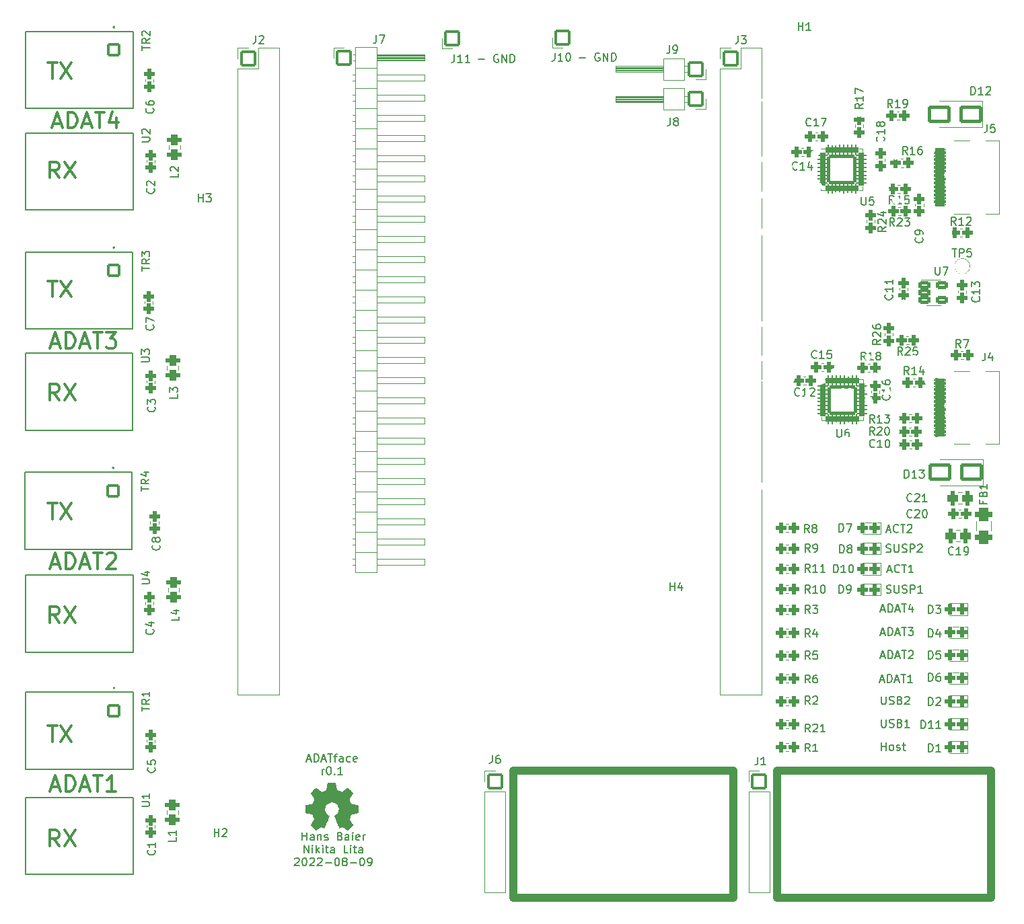
<source format=gbr>
%TF.GenerationSoftware,KiCad,Pcbnew,(6.0.7)*%
%TF.CreationDate,2022-08-08T23:44:24-07:00*%
%TF.ProjectId,adatface_baseboard,61646174-6661-4636-955f-62617365626f,rev?*%
%TF.SameCoordinates,Original*%
%TF.FileFunction,Legend,Top*%
%TF.FilePolarity,Positive*%
%FSLAX46Y46*%
G04 Gerber Fmt 4.6, Leading zero omitted, Abs format (unit mm)*
G04 Created by KiCad (PCBNEW (6.0.7)) date 2022-08-08 23:44:24*
%MOMM*%
%LPD*%
G01*
G04 APERTURE LIST*
G04 Aperture macros list*
%AMRoundRect*
0 Rectangle with rounded corners*
0 $1 Rounding radius*
0 $2 $3 $4 $5 $6 $7 $8 $9 X,Y pos of 4 corners*
0 Add a 4 corners polygon primitive as box body*
4,1,4,$2,$3,$4,$5,$6,$7,$8,$9,$2,$3,0*
0 Add four circle primitives for the rounded corners*
1,1,$1+$1,$2,$3*
1,1,$1+$1,$4,$5*
1,1,$1+$1,$6,$7*
1,1,$1+$1,$8,$9*
0 Add four rect primitives between the rounded corners*
20,1,$1+$1,$2,$3,$4,$5,0*
20,1,$1+$1,$4,$5,$6,$7,0*
20,1,$1+$1,$6,$7,$8,$9,0*
20,1,$1+$1,$8,$9,$2,$3,0*%
G04 Aperture macros list end*
%ADD10C,1.000000*%
%ADD11C,0.150000*%
%ADD12C,0.300000*%
%ADD13C,0.010000*%
%ADD14C,0.120000*%
%ADD15C,0.127000*%
%ADD16C,0.200000*%
%ADD17RoundRect,0.418750X0.218750X0.256250X-0.218750X0.256250X-0.218750X-0.256250X0.218750X-0.256250X0*%
%ADD18C,2.100000*%
%ADD19C,1.708000*%
%ADD20C,1.700000*%
%ADD21C,2.050000*%
%ADD22RoundRect,0.200000X-0.679000X0.679000X-0.679000X-0.679000X0.679000X-0.679000X0.679000X0.679000X0*%
%ADD23C,1.758000*%
%ADD24C,2.125000*%
%ADD25RoundRect,0.443750X-0.456250X0.243750X-0.456250X-0.243750X0.456250X-0.243750X0.456250X0.243750X0*%
%ADD26RoundRect,0.418750X-0.256250X0.218750X-0.256250X-0.218750X0.256250X-0.218750X0.256250X0.218750X0*%
%ADD27RoundRect,0.200000X0.850000X-0.850000X0.850000X0.850000X-0.850000X0.850000X-0.850000X-0.850000X0*%
%ADD28O,2.100000X2.100000*%
%ADD29RoundRect,0.450000X0.625000X-0.375000X0.625000X0.375000X-0.625000X0.375000X-0.625000X-0.375000X0*%
%ADD30RoundRect,0.200000X-0.530000X-0.325000X0.530000X-0.325000X0.530000X0.325000X-0.530000X0.325000X0*%
%ADD31C,1.200000*%
%ADD32C,6.800000*%
%ADD33RoundRect,0.418750X0.256250X-0.218750X0.256250X0.218750X-0.256250X0.218750X-0.256250X-0.218750X0*%
%ADD34RoundRect,0.418750X-0.218750X-0.256250X0.218750X-0.256250X0.218750X0.256250X-0.218750X0.256250X0*%
%ADD35RoundRect,0.443750X-0.243750X-0.456250X0.243750X-0.456250X0.243750X0.456250X-0.243750X0.456250X0*%
%ADD36RoundRect,0.200000X-0.850000X-0.850000X0.850000X-0.850000X0.850000X0.850000X-0.850000X0.850000X0*%
%ADD37C,1.900000*%
%ADD38C,1.050000*%
%ADD39RoundRect,0.200000X0.575000X-0.150000X0.575000X0.150000X-0.575000X0.150000X-0.575000X-0.150000X0*%
%ADD40O,2.500000X1.400000*%
%ADD41O,2.000000X1.400000*%
%ADD42RoundRect,0.200000X1.250000X0.900000X-1.250000X0.900000X-1.250000X-0.900000X1.250000X-0.900000X0*%
%ADD43RoundRect,0.200000X0.850000X0.850000X-0.850000X0.850000X-0.850000X-0.850000X0.850000X-0.850000X0*%
%ADD44RoundRect,0.262500X-0.375000X-0.062500X0.375000X-0.062500X0.375000X0.062500X-0.375000X0.062500X0*%
%ADD45RoundRect,0.262500X-0.062500X-0.375000X0.062500X-0.375000X0.062500X0.375000X-0.062500X0.375000X0*%
%ADD46RoundRect,0.200000X-1.650000X-1.650000X1.650000X-1.650000X1.650000X1.650000X-1.650000X1.650000X0*%
%ADD47C,0.860000*%
%ADD48C,1.060000*%
%ADD49C,1.480000*%
%ADD50C,1.260000*%
G04 APERTURE END LIST*
D10*
X134500000Y-131600000D02*
X161450000Y-131600000D01*
X161450000Y-131600000D02*
X161450000Y-147600000D01*
X161450000Y-147600000D02*
X134500000Y-147600000D01*
X134500000Y-147600000D02*
X134500000Y-131600000D01*
X101300000Y-131600000D02*
X129025000Y-131600000D01*
X129025000Y-131600000D02*
X129025000Y-147600000D01*
X129025000Y-147600000D02*
X101300000Y-147600000D01*
X101300000Y-147600000D02*
X101300000Y-131600000D01*
D11*
X74745238Y-140317380D02*
X74745238Y-139317380D01*
X74745238Y-139793571D02*
X75316666Y-139793571D01*
X75316666Y-140317380D02*
X75316666Y-139317380D01*
X76221428Y-140317380D02*
X76221428Y-139793571D01*
X76173809Y-139698333D01*
X76078571Y-139650714D01*
X75888095Y-139650714D01*
X75792857Y-139698333D01*
X76221428Y-140269761D02*
X76126190Y-140317380D01*
X75888095Y-140317380D01*
X75792857Y-140269761D01*
X75745238Y-140174523D01*
X75745238Y-140079285D01*
X75792857Y-139984047D01*
X75888095Y-139936428D01*
X76126190Y-139936428D01*
X76221428Y-139888809D01*
X76697619Y-139650714D02*
X76697619Y-140317380D01*
X76697619Y-139745952D02*
X76745238Y-139698333D01*
X76840476Y-139650714D01*
X76983333Y-139650714D01*
X77078571Y-139698333D01*
X77126190Y-139793571D01*
X77126190Y-140317380D01*
X77554761Y-140269761D02*
X77650000Y-140317380D01*
X77840476Y-140317380D01*
X77935714Y-140269761D01*
X77983333Y-140174523D01*
X77983333Y-140126904D01*
X77935714Y-140031666D01*
X77840476Y-139984047D01*
X77697619Y-139984047D01*
X77602380Y-139936428D01*
X77554761Y-139841190D01*
X77554761Y-139793571D01*
X77602380Y-139698333D01*
X77697619Y-139650714D01*
X77840476Y-139650714D01*
X77935714Y-139698333D01*
X79507142Y-139793571D02*
X79650000Y-139841190D01*
X79697619Y-139888809D01*
X79745238Y-139984047D01*
X79745238Y-140126904D01*
X79697619Y-140222142D01*
X79650000Y-140269761D01*
X79554761Y-140317380D01*
X79173809Y-140317380D01*
X79173809Y-139317380D01*
X79507142Y-139317380D01*
X79602380Y-139365000D01*
X79650000Y-139412619D01*
X79697619Y-139507857D01*
X79697619Y-139603095D01*
X79650000Y-139698333D01*
X79602380Y-139745952D01*
X79507142Y-139793571D01*
X79173809Y-139793571D01*
X80602380Y-140317380D02*
X80602380Y-139793571D01*
X80554761Y-139698333D01*
X80459523Y-139650714D01*
X80269047Y-139650714D01*
X80173809Y-139698333D01*
X80602380Y-140269761D02*
X80507142Y-140317380D01*
X80269047Y-140317380D01*
X80173809Y-140269761D01*
X80126190Y-140174523D01*
X80126190Y-140079285D01*
X80173809Y-139984047D01*
X80269047Y-139936428D01*
X80507142Y-139936428D01*
X80602380Y-139888809D01*
X81078571Y-140317380D02*
X81078571Y-139650714D01*
X81078571Y-139317380D02*
X81030952Y-139365000D01*
X81078571Y-139412619D01*
X81126190Y-139365000D01*
X81078571Y-139317380D01*
X81078571Y-139412619D01*
X81935714Y-140269761D02*
X81840476Y-140317380D01*
X81650000Y-140317380D01*
X81554761Y-140269761D01*
X81507142Y-140174523D01*
X81507142Y-139793571D01*
X81554761Y-139698333D01*
X81650000Y-139650714D01*
X81840476Y-139650714D01*
X81935714Y-139698333D01*
X81983333Y-139793571D01*
X81983333Y-139888809D01*
X81507142Y-139984047D01*
X82411904Y-140317380D02*
X82411904Y-139650714D01*
X82411904Y-139841190D02*
X82459523Y-139745952D01*
X82507142Y-139698333D01*
X82602380Y-139650714D01*
X82697619Y-139650714D01*
X74983333Y-141927380D02*
X74983333Y-140927380D01*
X75554761Y-141927380D01*
X75554761Y-140927380D01*
X76030952Y-141927380D02*
X76030952Y-141260714D01*
X76030952Y-140927380D02*
X75983333Y-140975000D01*
X76030952Y-141022619D01*
X76078571Y-140975000D01*
X76030952Y-140927380D01*
X76030952Y-141022619D01*
X76507142Y-141927380D02*
X76507142Y-140927380D01*
X76602380Y-141546428D02*
X76888095Y-141927380D01*
X76888095Y-141260714D02*
X76507142Y-141641666D01*
X77316666Y-141927380D02*
X77316666Y-141260714D01*
X77316666Y-140927380D02*
X77269047Y-140975000D01*
X77316666Y-141022619D01*
X77364285Y-140975000D01*
X77316666Y-140927380D01*
X77316666Y-141022619D01*
X77650000Y-141260714D02*
X78030952Y-141260714D01*
X77792857Y-140927380D02*
X77792857Y-141784523D01*
X77840476Y-141879761D01*
X77935714Y-141927380D01*
X78030952Y-141927380D01*
X78792857Y-141927380D02*
X78792857Y-141403571D01*
X78745238Y-141308333D01*
X78650000Y-141260714D01*
X78459523Y-141260714D01*
X78364285Y-141308333D01*
X78792857Y-141879761D02*
X78697619Y-141927380D01*
X78459523Y-141927380D01*
X78364285Y-141879761D01*
X78316666Y-141784523D01*
X78316666Y-141689285D01*
X78364285Y-141594047D01*
X78459523Y-141546428D01*
X78697619Y-141546428D01*
X78792857Y-141498809D01*
X80507142Y-141927380D02*
X80030952Y-141927380D01*
X80030952Y-140927380D01*
X80840476Y-141927380D02*
X80840476Y-141260714D01*
X80840476Y-140927380D02*
X80792857Y-140975000D01*
X80840476Y-141022619D01*
X80888095Y-140975000D01*
X80840476Y-140927380D01*
X80840476Y-141022619D01*
X81173809Y-141260714D02*
X81554761Y-141260714D01*
X81316666Y-140927380D02*
X81316666Y-141784523D01*
X81364285Y-141879761D01*
X81459523Y-141927380D01*
X81554761Y-141927380D01*
X82316666Y-141927380D02*
X82316666Y-141403571D01*
X82269047Y-141308333D01*
X82173809Y-141260714D01*
X81983333Y-141260714D01*
X81888095Y-141308333D01*
X82316666Y-141879761D02*
X82221428Y-141927380D01*
X81983333Y-141927380D01*
X81888095Y-141879761D01*
X81840476Y-141784523D01*
X81840476Y-141689285D01*
X81888095Y-141594047D01*
X81983333Y-141546428D01*
X82221428Y-141546428D01*
X82316666Y-141498809D01*
X73792857Y-142632619D02*
X73840476Y-142585000D01*
X73935714Y-142537380D01*
X74173809Y-142537380D01*
X74269047Y-142585000D01*
X74316666Y-142632619D01*
X74364285Y-142727857D01*
X74364285Y-142823095D01*
X74316666Y-142965952D01*
X73745238Y-143537380D01*
X74364285Y-143537380D01*
X74983333Y-142537380D02*
X75078571Y-142537380D01*
X75173809Y-142585000D01*
X75221428Y-142632619D01*
X75269047Y-142727857D01*
X75316666Y-142918333D01*
X75316666Y-143156428D01*
X75269047Y-143346904D01*
X75221428Y-143442142D01*
X75173809Y-143489761D01*
X75078571Y-143537380D01*
X74983333Y-143537380D01*
X74888095Y-143489761D01*
X74840476Y-143442142D01*
X74792857Y-143346904D01*
X74745238Y-143156428D01*
X74745238Y-142918333D01*
X74792857Y-142727857D01*
X74840476Y-142632619D01*
X74888095Y-142585000D01*
X74983333Y-142537380D01*
X75697619Y-142632619D02*
X75745238Y-142585000D01*
X75840476Y-142537380D01*
X76078571Y-142537380D01*
X76173809Y-142585000D01*
X76221428Y-142632619D01*
X76269047Y-142727857D01*
X76269047Y-142823095D01*
X76221428Y-142965952D01*
X75650000Y-143537380D01*
X76269047Y-143537380D01*
X76650000Y-142632619D02*
X76697619Y-142585000D01*
X76792857Y-142537380D01*
X77030952Y-142537380D01*
X77126190Y-142585000D01*
X77173809Y-142632619D01*
X77221428Y-142727857D01*
X77221428Y-142823095D01*
X77173809Y-142965952D01*
X76602380Y-143537380D01*
X77221428Y-143537380D01*
X77650000Y-143156428D02*
X78411904Y-143156428D01*
X79078571Y-142537380D02*
X79173809Y-142537380D01*
X79269047Y-142585000D01*
X79316666Y-142632619D01*
X79364285Y-142727857D01*
X79411904Y-142918333D01*
X79411904Y-143156428D01*
X79364285Y-143346904D01*
X79316666Y-143442142D01*
X79269047Y-143489761D01*
X79173809Y-143537380D01*
X79078571Y-143537380D01*
X78983333Y-143489761D01*
X78935714Y-143442142D01*
X78888095Y-143346904D01*
X78840476Y-143156428D01*
X78840476Y-142918333D01*
X78888095Y-142727857D01*
X78935714Y-142632619D01*
X78983333Y-142585000D01*
X79078571Y-142537380D01*
X79983333Y-142965952D02*
X79888095Y-142918333D01*
X79840476Y-142870714D01*
X79792857Y-142775476D01*
X79792857Y-142727857D01*
X79840476Y-142632619D01*
X79888095Y-142585000D01*
X79983333Y-142537380D01*
X80173809Y-142537380D01*
X80269047Y-142585000D01*
X80316666Y-142632619D01*
X80364285Y-142727857D01*
X80364285Y-142775476D01*
X80316666Y-142870714D01*
X80269047Y-142918333D01*
X80173809Y-142965952D01*
X79983333Y-142965952D01*
X79888095Y-143013571D01*
X79840476Y-143061190D01*
X79792857Y-143156428D01*
X79792857Y-143346904D01*
X79840476Y-143442142D01*
X79888095Y-143489761D01*
X79983333Y-143537380D01*
X80173809Y-143537380D01*
X80269047Y-143489761D01*
X80316666Y-143442142D01*
X80364285Y-143346904D01*
X80364285Y-143156428D01*
X80316666Y-143061190D01*
X80269047Y-143013571D01*
X80173809Y-142965952D01*
X80792857Y-143156428D02*
X81554761Y-143156428D01*
X82221428Y-142537380D02*
X82316666Y-142537380D01*
X82411904Y-142585000D01*
X82459523Y-142632619D01*
X82507142Y-142727857D01*
X82554761Y-142918333D01*
X82554761Y-143156428D01*
X82507142Y-143346904D01*
X82459523Y-143442142D01*
X82411904Y-143489761D01*
X82316666Y-143537380D01*
X82221428Y-143537380D01*
X82126190Y-143489761D01*
X82078571Y-143442142D01*
X82030952Y-143346904D01*
X81983333Y-143156428D01*
X81983333Y-142918333D01*
X82030952Y-142727857D01*
X82078571Y-142632619D01*
X82126190Y-142585000D01*
X82221428Y-142537380D01*
X83030952Y-143537380D02*
X83221428Y-143537380D01*
X83316666Y-143489761D01*
X83364285Y-143442142D01*
X83459523Y-143299285D01*
X83507142Y-143108809D01*
X83507142Y-142727857D01*
X83459523Y-142632619D01*
X83411904Y-142585000D01*
X83316666Y-142537380D01*
X83126190Y-142537380D01*
X83030952Y-142585000D01*
X82983333Y-142632619D01*
X82935714Y-142727857D01*
X82935714Y-142965952D01*
X82983333Y-143061190D01*
X83030952Y-143108809D01*
X83126190Y-143156428D01*
X83316666Y-143156428D01*
X83411904Y-143108809D01*
X83459523Y-143061190D01*
X83507142Y-142965952D01*
D12*
X42726190Y-97904761D02*
X43869047Y-97904761D01*
X43297619Y-99904761D02*
X43297619Y-97904761D01*
X44345238Y-97904761D02*
X45678571Y-99904761D01*
X45678571Y-97904761D02*
X44345238Y-99904761D01*
D11*
X75357142Y-130161666D02*
X75833333Y-130161666D01*
X75261904Y-130447380D02*
X75595238Y-129447380D01*
X75928571Y-130447380D01*
X76261904Y-130447380D02*
X76261904Y-129447380D01*
X76500000Y-129447380D01*
X76642857Y-129495000D01*
X76738095Y-129590238D01*
X76785714Y-129685476D01*
X76833333Y-129875952D01*
X76833333Y-130018809D01*
X76785714Y-130209285D01*
X76738095Y-130304523D01*
X76642857Y-130399761D01*
X76500000Y-130447380D01*
X76261904Y-130447380D01*
X77214285Y-130161666D02*
X77690476Y-130161666D01*
X77119047Y-130447380D02*
X77452380Y-129447380D01*
X77785714Y-130447380D01*
X77976190Y-129447380D02*
X78547619Y-129447380D01*
X78261904Y-130447380D02*
X78261904Y-129447380D01*
X78738095Y-129780714D02*
X79119047Y-129780714D01*
X78880952Y-130447380D02*
X78880952Y-129590238D01*
X78928571Y-129495000D01*
X79023809Y-129447380D01*
X79119047Y-129447380D01*
X79880952Y-130447380D02*
X79880952Y-129923571D01*
X79833333Y-129828333D01*
X79738095Y-129780714D01*
X79547619Y-129780714D01*
X79452380Y-129828333D01*
X79880952Y-130399761D02*
X79785714Y-130447380D01*
X79547619Y-130447380D01*
X79452380Y-130399761D01*
X79404761Y-130304523D01*
X79404761Y-130209285D01*
X79452380Y-130114047D01*
X79547619Y-130066428D01*
X79785714Y-130066428D01*
X79880952Y-130018809D01*
X80785714Y-130399761D02*
X80690476Y-130447380D01*
X80500000Y-130447380D01*
X80404761Y-130399761D01*
X80357142Y-130352142D01*
X80309523Y-130256904D01*
X80309523Y-129971190D01*
X80357142Y-129875952D01*
X80404761Y-129828333D01*
X80500000Y-129780714D01*
X80690476Y-129780714D01*
X80785714Y-129828333D01*
X81595238Y-130399761D02*
X81500000Y-130447380D01*
X81309523Y-130447380D01*
X81214285Y-130399761D01*
X81166666Y-130304523D01*
X81166666Y-129923571D01*
X81214285Y-129828333D01*
X81309523Y-129780714D01*
X81500000Y-129780714D01*
X81595238Y-129828333D01*
X81642857Y-129923571D01*
X81642857Y-130018809D01*
X81166666Y-130114047D01*
X77238095Y-132057380D02*
X77238095Y-131390714D01*
X77238095Y-131581190D02*
X77285714Y-131485952D01*
X77333333Y-131438333D01*
X77428571Y-131390714D01*
X77523809Y-131390714D01*
X78047619Y-131057380D02*
X78142857Y-131057380D01*
X78238095Y-131105000D01*
X78285714Y-131152619D01*
X78333333Y-131247857D01*
X78380952Y-131438333D01*
X78380952Y-131676428D01*
X78333333Y-131866904D01*
X78285714Y-131962142D01*
X78238095Y-132009761D01*
X78142857Y-132057380D01*
X78047619Y-132057380D01*
X77952380Y-132009761D01*
X77904761Y-131962142D01*
X77857142Y-131866904D01*
X77809523Y-131676428D01*
X77809523Y-131438333D01*
X77857142Y-131247857D01*
X77904761Y-131152619D01*
X77952380Y-131105000D01*
X78047619Y-131057380D01*
X78809523Y-131962142D02*
X78857142Y-132009761D01*
X78809523Y-132057380D01*
X78761904Y-132009761D01*
X78809523Y-131962142D01*
X78809523Y-132057380D01*
X79809523Y-132057380D02*
X79238095Y-132057380D01*
X79523809Y-132057380D02*
X79523809Y-131057380D01*
X79428571Y-131200238D01*
X79333333Y-131295476D01*
X79238095Y-131343095D01*
D12*
X44154762Y-84904761D02*
X43488096Y-83952380D01*
X43011905Y-84904761D02*
X43011905Y-82904761D01*
X43773810Y-82904761D01*
X43964286Y-83000000D01*
X44059524Y-83095238D01*
X44154762Y-83285714D01*
X44154762Y-83571428D01*
X44059524Y-83761904D01*
X43964286Y-83857142D01*
X43773810Y-83952380D01*
X43011905Y-83952380D01*
X44821429Y-82904761D02*
X46154762Y-84904761D01*
X46154762Y-82904761D02*
X44821429Y-84904761D01*
X42726190Y-42404761D02*
X43869047Y-42404761D01*
X43297619Y-44404761D02*
X43297619Y-42404761D01*
X44345238Y-42404761D02*
X45678571Y-44404761D01*
X45678571Y-42404761D02*
X44345238Y-44404761D01*
D11*
X96875238Y-42001428D02*
X97637142Y-42001428D01*
X99399047Y-41430000D02*
X99303809Y-41382380D01*
X99160952Y-41382380D01*
X99018095Y-41430000D01*
X98922857Y-41525238D01*
X98875238Y-41620476D01*
X98827619Y-41810952D01*
X98827619Y-41953809D01*
X98875238Y-42144285D01*
X98922857Y-42239523D01*
X99018095Y-42334761D01*
X99160952Y-42382380D01*
X99256190Y-42382380D01*
X99399047Y-42334761D01*
X99446666Y-42287142D01*
X99446666Y-41953809D01*
X99256190Y-41953809D01*
X99875238Y-42382380D02*
X99875238Y-41382380D01*
X100446666Y-42382380D01*
X100446666Y-41382380D01*
X100922857Y-42382380D02*
X100922857Y-41382380D01*
X101160952Y-41382380D01*
X101303809Y-41430000D01*
X101399047Y-41525238D01*
X101446666Y-41620476D01*
X101494285Y-41810952D01*
X101494285Y-41953809D01*
X101446666Y-42144285D01*
X101399047Y-42239523D01*
X101303809Y-42334761D01*
X101160952Y-42382380D01*
X100922857Y-42382380D01*
D12*
X44154762Y-112904761D02*
X43488096Y-111952380D01*
X43011905Y-112904761D02*
X43011905Y-110904761D01*
X43773810Y-110904761D01*
X43964286Y-111000000D01*
X44059524Y-111095238D01*
X44154762Y-111285714D01*
X44154762Y-111571428D01*
X44059524Y-111761904D01*
X43964286Y-111857142D01*
X43773810Y-111952380D01*
X43011905Y-111952380D01*
X44821429Y-110904761D02*
X46154762Y-112904761D01*
X46154762Y-110904761D02*
X44821429Y-112904761D01*
X43202380Y-133583333D02*
X44154761Y-133583333D01*
X43011904Y-134154761D02*
X43678571Y-132154761D01*
X44345238Y-134154761D01*
X45011904Y-134154761D02*
X45011904Y-132154761D01*
X45488095Y-132154761D01*
X45773809Y-132250000D01*
X45964285Y-132440476D01*
X46059523Y-132630952D01*
X46154761Y-133011904D01*
X46154761Y-133297619D01*
X46059523Y-133678571D01*
X45964285Y-133869047D01*
X45773809Y-134059523D01*
X45488095Y-134154761D01*
X45011904Y-134154761D01*
X46916666Y-133583333D02*
X47869047Y-133583333D01*
X46726190Y-134154761D02*
X47392857Y-132154761D01*
X48059523Y-134154761D01*
X48440476Y-132154761D02*
X49583333Y-132154761D01*
X49011904Y-134154761D02*
X49011904Y-132154761D01*
X51297619Y-134154761D02*
X50154761Y-134154761D01*
X50726190Y-134154761D02*
X50726190Y-132154761D01*
X50535714Y-132440476D01*
X50345238Y-132630952D01*
X50154761Y-132726190D01*
D11*
X109615238Y-41826428D02*
X110377142Y-41826428D01*
X112139047Y-41255000D02*
X112043809Y-41207380D01*
X111900952Y-41207380D01*
X111758095Y-41255000D01*
X111662857Y-41350238D01*
X111615238Y-41445476D01*
X111567619Y-41635952D01*
X111567619Y-41778809D01*
X111615238Y-41969285D01*
X111662857Y-42064523D01*
X111758095Y-42159761D01*
X111900952Y-42207380D01*
X111996190Y-42207380D01*
X112139047Y-42159761D01*
X112186666Y-42112142D01*
X112186666Y-41778809D01*
X111996190Y-41778809D01*
X112615238Y-42207380D02*
X112615238Y-41207380D01*
X113186666Y-42207380D01*
X113186666Y-41207380D01*
X113662857Y-42207380D02*
X113662857Y-41207380D01*
X113900952Y-41207380D01*
X114043809Y-41255000D01*
X114139047Y-41350238D01*
X114186666Y-41445476D01*
X114234285Y-41635952D01*
X114234285Y-41778809D01*
X114186666Y-41969285D01*
X114139047Y-42064523D01*
X114043809Y-42159761D01*
X113900952Y-42207380D01*
X113662857Y-42207380D01*
D12*
X43202380Y-105583333D02*
X44154761Y-105583333D01*
X43011904Y-106154761D02*
X43678571Y-104154761D01*
X44345238Y-106154761D01*
X45011904Y-106154761D02*
X45011904Y-104154761D01*
X45488095Y-104154761D01*
X45773809Y-104250000D01*
X45964285Y-104440476D01*
X46059523Y-104630952D01*
X46154761Y-105011904D01*
X46154761Y-105297619D01*
X46059523Y-105678571D01*
X45964285Y-105869047D01*
X45773809Y-106059523D01*
X45488095Y-106154761D01*
X45011904Y-106154761D01*
X46916666Y-105583333D02*
X47869047Y-105583333D01*
X46726190Y-106154761D02*
X47392857Y-104154761D01*
X48059523Y-106154761D01*
X48440476Y-104154761D02*
X49583333Y-104154761D01*
X49011904Y-106154761D02*
X49011904Y-104154761D01*
X50154761Y-104345238D02*
X50250000Y-104250000D01*
X50440476Y-104154761D01*
X50916666Y-104154761D01*
X51107142Y-104250000D01*
X51202380Y-104345238D01*
X51297619Y-104535714D01*
X51297619Y-104726190D01*
X51202380Y-105011904D01*
X50059523Y-106154761D01*
X51297619Y-106154761D01*
X42726190Y-125904761D02*
X43869047Y-125904761D01*
X43297619Y-127904761D02*
X43297619Y-125904761D01*
X44345238Y-125904761D02*
X45678571Y-127904761D01*
X45678571Y-125904761D02*
X44345238Y-127904761D01*
X44154762Y-56904761D02*
X43488096Y-55952380D01*
X43011905Y-56904761D02*
X43011905Y-54904761D01*
X43773810Y-54904761D01*
X43964286Y-55000000D01*
X44059524Y-55095238D01*
X44154762Y-55285714D01*
X44154762Y-55571428D01*
X44059524Y-55761904D01*
X43964286Y-55857142D01*
X43773810Y-55952380D01*
X43011905Y-55952380D01*
X44821429Y-54904761D02*
X46154762Y-56904761D01*
X46154762Y-54904761D02*
X44821429Y-56904761D01*
X42726190Y-69904761D02*
X43869047Y-69904761D01*
X43297619Y-71904761D02*
X43297619Y-69904761D01*
X44345238Y-69904761D02*
X45678571Y-71904761D01*
X45678571Y-69904761D02*
X44345238Y-71904761D01*
X43202380Y-77833333D02*
X44154761Y-77833333D01*
X43011904Y-78404761D02*
X43678571Y-76404761D01*
X44345238Y-78404761D01*
X45011904Y-78404761D02*
X45011904Y-76404761D01*
X45488095Y-76404761D01*
X45773809Y-76500000D01*
X45964285Y-76690476D01*
X46059523Y-76880952D01*
X46154761Y-77261904D01*
X46154761Y-77547619D01*
X46059523Y-77928571D01*
X45964285Y-78119047D01*
X45773809Y-78309523D01*
X45488095Y-78404761D01*
X45011904Y-78404761D01*
X46916666Y-77833333D02*
X47869047Y-77833333D01*
X46726190Y-78404761D02*
X47392857Y-76404761D01*
X48059523Y-78404761D01*
X48440476Y-76404761D02*
X49583333Y-76404761D01*
X49011904Y-78404761D02*
X49011904Y-76404761D01*
X50059523Y-76404761D02*
X51297619Y-76404761D01*
X50630952Y-77166666D01*
X50916666Y-77166666D01*
X51107142Y-77261904D01*
X51202380Y-77357142D01*
X51297619Y-77547619D01*
X51297619Y-78023809D01*
X51202380Y-78214285D01*
X51107142Y-78309523D01*
X50916666Y-78404761D01*
X50345238Y-78404761D01*
X50154761Y-78309523D01*
X50059523Y-78214285D01*
X44154762Y-141054761D02*
X43488096Y-140102380D01*
X43011905Y-141054761D02*
X43011905Y-139054761D01*
X43773810Y-139054761D01*
X43964286Y-139150000D01*
X44059524Y-139245238D01*
X44154762Y-139435714D01*
X44154762Y-139721428D01*
X44059524Y-139911904D01*
X43964286Y-140007142D01*
X43773810Y-140102380D01*
X43011905Y-140102380D01*
X44821429Y-139054761D02*
X46154762Y-141054761D01*
X46154762Y-139054761D02*
X44821429Y-141054761D01*
X43452380Y-50083333D02*
X44404761Y-50083333D01*
X43261904Y-50654761D02*
X43928571Y-48654761D01*
X44595238Y-50654761D01*
X45261904Y-50654761D02*
X45261904Y-48654761D01*
X45738095Y-48654761D01*
X46023809Y-48750000D01*
X46214285Y-48940476D01*
X46309523Y-49130952D01*
X46404761Y-49511904D01*
X46404761Y-49797619D01*
X46309523Y-50178571D01*
X46214285Y-50369047D01*
X46023809Y-50559523D01*
X45738095Y-50654761D01*
X45261904Y-50654761D01*
X47166666Y-50083333D02*
X48119047Y-50083333D01*
X46976190Y-50654761D02*
X47642857Y-48654761D01*
X48309523Y-50654761D01*
X48690476Y-48654761D02*
X49833333Y-48654761D01*
X49261904Y-50654761D02*
X49261904Y-48654761D01*
X51357142Y-49321428D02*
X51357142Y-50654761D01*
X50880952Y-48559523D02*
X50404761Y-49988095D01*
X51642857Y-49988095D01*
D11*
%TO.C,C10*%
X146757142Y-90782142D02*
X146709523Y-90829761D01*
X146566666Y-90877380D01*
X146471428Y-90877380D01*
X146328571Y-90829761D01*
X146233333Y-90734523D01*
X146185714Y-90639285D01*
X146138095Y-90448809D01*
X146138095Y-90305952D01*
X146185714Y-90115476D01*
X146233333Y-90020238D01*
X146328571Y-89925000D01*
X146471428Y-89877380D01*
X146566666Y-89877380D01*
X146709523Y-89925000D01*
X146757142Y-89972619D01*
X147709523Y-90877380D02*
X147138095Y-90877380D01*
X147423809Y-90877380D02*
X147423809Y-89877380D01*
X147328571Y-90020238D01*
X147233333Y-90115476D01*
X147138095Y-90163095D01*
X148328571Y-89877380D02*
X148423809Y-89877380D01*
X148519047Y-89925000D01*
X148566666Y-89972619D01*
X148614285Y-90067857D01*
X148661904Y-90258333D01*
X148661904Y-90496428D01*
X148614285Y-90686904D01*
X148566666Y-90782142D01*
X148519047Y-90829761D01*
X148423809Y-90877380D01*
X148328571Y-90877380D01*
X148233333Y-90829761D01*
X148185714Y-90782142D01*
X148138095Y-90686904D01*
X148090476Y-90496428D01*
X148090476Y-90258333D01*
X148138095Y-90067857D01*
X148185714Y-89972619D01*
X148233333Y-89925000D01*
X148328571Y-89877380D01*
%TO.C,R4*%
X138633333Y-114734046D02*
X138300000Y-114257856D01*
X138061904Y-114734046D02*
X138061904Y-113734046D01*
X138442857Y-113734046D01*
X138538095Y-113781666D01*
X138585714Y-113829285D01*
X138633333Y-113924523D01*
X138633333Y-114067380D01*
X138585714Y-114162618D01*
X138538095Y-114210237D01*
X138442857Y-114257856D01*
X138061904Y-114257856D01*
X139490476Y-114067380D02*
X139490476Y-114734046D01*
X139252380Y-113686427D02*
X139014285Y-114400713D01*
X139633333Y-114400713D01*
%TO.C,U1*%
X54537319Y-136031634D02*
X55347843Y-136031634D01*
X55443199Y-135983956D01*
X55490877Y-135936278D01*
X55538555Y-135840922D01*
X55538555Y-135650211D01*
X55490877Y-135554855D01*
X55443199Y-135507177D01*
X55347843Y-135459499D01*
X54537319Y-135459499D01*
X55538555Y-134458263D02*
X55538555Y-135030398D01*
X55538555Y-134744331D02*
X54537319Y-134744331D01*
X54680352Y-134839686D01*
X54775708Y-134935042D01*
X54823386Y-135030398D01*
%TO.C,TR2*%
X54552380Y-40861904D02*
X54552380Y-40290476D01*
X55552380Y-40576190D02*
X54552380Y-40576190D01*
X55552380Y-39385714D02*
X55076190Y-39719047D01*
X55552380Y-39957142D02*
X54552380Y-39957142D01*
X54552380Y-39576190D01*
X54600000Y-39480952D01*
X54647619Y-39433333D01*
X54742857Y-39385714D01*
X54885714Y-39385714D01*
X54980952Y-39433333D01*
X55028571Y-39480952D01*
X55076190Y-39576190D01*
X55076190Y-39957142D01*
X54647619Y-39004761D02*
X54600000Y-38957142D01*
X54552380Y-38861904D01*
X54552380Y-38623809D01*
X54600000Y-38528571D01*
X54647619Y-38480952D01*
X54742857Y-38433333D01*
X54838095Y-38433333D01*
X54980952Y-38480952D01*
X55552380Y-39052380D01*
X55552380Y-38433333D01*
%TO.C,L3*%
X59052380Y-84166666D02*
X59052380Y-84642857D01*
X58052380Y-84642857D01*
X58052380Y-83928571D02*
X58052380Y-83309523D01*
X58433333Y-83642857D01*
X58433333Y-83500000D01*
X58480952Y-83404761D01*
X58528571Y-83357142D01*
X58623809Y-83309523D01*
X58861904Y-83309523D01*
X58957142Y-83357142D01*
X59004761Y-83404761D01*
X59052380Y-83500000D01*
X59052380Y-83785714D01*
X59004761Y-83880952D01*
X58957142Y-83928571D01*
%TO.C,TR3*%
X54528083Y-68625544D02*
X54528083Y-68054116D01*
X55528083Y-68339830D02*
X54528083Y-68339830D01*
X55528083Y-67149354D02*
X55051893Y-67482687D01*
X55528083Y-67720782D02*
X54528083Y-67720782D01*
X54528083Y-67339830D01*
X54575703Y-67244592D01*
X54623322Y-67196973D01*
X54718560Y-67149354D01*
X54861417Y-67149354D01*
X54956655Y-67196973D01*
X55004274Y-67244592D01*
X55051893Y-67339830D01*
X55051893Y-67720782D01*
X54528083Y-66816020D02*
X54528083Y-66196973D01*
X54909036Y-66530306D01*
X54909036Y-66387449D01*
X54956655Y-66292211D01*
X55004274Y-66244592D01*
X55099512Y-66196973D01*
X55337607Y-66196973D01*
X55432845Y-66244592D01*
X55480464Y-66292211D01*
X55528083Y-66387449D01*
X55528083Y-66673163D01*
X55480464Y-66768401D01*
X55432845Y-66816020D01*
%TO.C,C9*%
X152757142Y-64466666D02*
X152804761Y-64514285D01*
X152852380Y-64657142D01*
X152852380Y-64752380D01*
X152804761Y-64895238D01*
X152709523Y-64990476D01*
X152614285Y-65038095D01*
X152423809Y-65085714D01*
X152280952Y-65085714D01*
X152090476Y-65038095D01*
X151995238Y-64990476D01*
X151900000Y-64895238D01*
X151852380Y-64752380D01*
X151852380Y-64657142D01*
X151900000Y-64514285D01*
X151947619Y-64466666D01*
X152852380Y-63990476D02*
X152852380Y-63800000D01*
X152804761Y-63704761D01*
X152757142Y-63657142D01*
X152614285Y-63561904D01*
X152423809Y-63514285D01*
X152042857Y-63514285D01*
X151947619Y-63561904D01*
X151900000Y-63609523D01*
X151852380Y-63704761D01*
X151852380Y-63895238D01*
X151900000Y-63990476D01*
X151947619Y-64038095D01*
X152042857Y-64085714D01*
X152280952Y-64085714D01*
X152376190Y-64038095D01*
X152423809Y-63990476D01*
X152471428Y-63895238D01*
X152471428Y-63704761D01*
X152423809Y-63609523D01*
X152376190Y-63561904D01*
X152280952Y-63514285D01*
%TO.C,J11*%
X93881309Y-41382380D02*
X93881309Y-42096666D01*
X93833690Y-42239523D01*
X93738452Y-42334761D01*
X93595595Y-42382380D01*
X93500357Y-42382380D01*
X94881309Y-42382380D02*
X94309880Y-42382380D01*
X94595595Y-42382380D02*
X94595595Y-41382380D01*
X94500357Y-41525238D01*
X94405119Y-41620476D01*
X94309880Y-41668095D01*
X95833690Y-42382380D02*
X95262261Y-42382380D01*
X95547976Y-42382380D02*
X95547976Y-41382380D01*
X95452738Y-41525238D01*
X95357500Y-41620476D01*
X95262261Y-41668095D01*
%TO.C,FB1*%
X160428571Y-97583333D02*
X160428571Y-97916666D01*
X160952380Y-97916666D02*
X159952380Y-97916666D01*
X159952380Y-97440476D01*
X160428571Y-96726190D02*
X160476190Y-96583333D01*
X160523809Y-96535714D01*
X160619047Y-96488095D01*
X160761904Y-96488095D01*
X160857142Y-96535714D01*
X160904761Y-96583333D01*
X160952380Y-96678571D01*
X160952380Y-97059523D01*
X159952380Y-97059523D01*
X159952380Y-96726190D01*
X160000000Y-96630952D01*
X160047619Y-96583333D01*
X160142857Y-96535714D01*
X160238095Y-96535714D01*
X160333333Y-96583333D01*
X160380952Y-96630952D01*
X160428571Y-96726190D01*
X160428571Y-97059523D01*
X160952380Y-95535714D02*
X160952380Y-96107142D01*
X160952380Y-95821428D02*
X159952380Y-95821428D01*
X160095238Y-95916666D01*
X160190476Y-96011904D01*
X160238095Y-96107142D01*
%TO.C,R8*%
X138533333Y-101580191D02*
X138200000Y-101104001D01*
X137961904Y-101580191D02*
X137961904Y-100580191D01*
X138342857Y-100580191D01*
X138438095Y-100627811D01*
X138485714Y-100675430D01*
X138533333Y-100770668D01*
X138533333Y-100913525D01*
X138485714Y-101008763D01*
X138438095Y-101056382D01*
X138342857Y-101104001D01*
X137961904Y-101104001D01*
X139104761Y-101008763D02*
X139009523Y-100961144D01*
X138961904Y-100913525D01*
X138914285Y-100818287D01*
X138914285Y-100770668D01*
X138961904Y-100675430D01*
X139009523Y-100627811D01*
X139104761Y-100580191D01*
X139295238Y-100580191D01*
X139390476Y-100627811D01*
X139438095Y-100675430D01*
X139485714Y-100770668D01*
X139485714Y-100818287D01*
X139438095Y-100913525D01*
X139390476Y-100961144D01*
X139295238Y-101008763D01*
X139104761Y-101008763D01*
X139009523Y-101056382D01*
X138961904Y-101104001D01*
X138914285Y-101199239D01*
X138914285Y-101389715D01*
X138961904Y-101484953D01*
X139009523Y-101532572D01*
X139104761Y-101580191D01*
X139295238Y-101580191D01*
X139390476Y-101532572D01*
X139438095Y-101484953D01*
X139485714Y-101389715D01*
X139485714Y-101199239D01*
X139438095Y-101104001D01*
X139390476Y-101056382D01*
X139295238Y-101008763D01*
%TO.C,C5*%
X56157142Y-131166666D02*
X56204761Y-131214285D01*
X56252380Y-131357142D01*
X56252380Y-131452380D01*
X56204761Y-131595238D01*
X56109523Y-131690476D01*
X56014285Y-131738095D01*
X55823809Y-131785714D01*
X55680952Y-131785714D01*
X55490476Y-131738095D01*
X55395238Y-131690476D01*
X55300000Y-131595238D01*
X55252380Y-131452380D01*
X55252380Y-131357142D01*
X55300000Y-131214285D01*
X55347619Y-131166666D01*
X55252380Y-130261904D02*
X55252380Y-130738095D01*
X55728571Y-130785714D01*
X55680952Y-130738095D01*
X55633333Y-130642857D01*
X55633333Y-130404761D01*
X55680952Y-130309523D01*
X55728571Y-130261904D01*
X55823809Y-130214285D01*
X56061904Y-130214285D01*
X56157142Y-130261904D01*
X56204761Y-130309523D01*
X56252380Y-130404761D01*
X56252380Y-130642857D01*
X56204761Y-130738095D01*
X56157142Y-130785714D01*
%TO.C,U7*%
X154413095Y-68127380D02*
X154413095Y-68936904D01*
X154460714Y-69032142D01*
X154508333Y-69079761D01*
X154603571Y-69127380D01*
X154794047Y-69127380D01*
X154889285Y-69079761D01*
X154936904Y-69032142D01*
X154984523Y-68936904D01*
X154984523Y-68127380D01*
X155365476Y-68127380D02*
X156032142Y-68127380D01*
X155603571Y-69127380D01*
%TO.C,H3*%
X61688095Y-59952380D02*
X61688095Y-58952380D01*
X61688095Y-59428571D02*
X62259523Y-59428571D01*
X62259523Y-59952380D02*
X62259523Y-58952380D01*
X62640476Y-58952380D02*
X63259523Y-58952380D01*
X62926190Y-59333333D01*
X63069047Y-59333333D01*
X63164285Y-59380952D01*
X63211904Y-59428571D01*
X63259523Y-59523809D01*
X63259523Y-59761904D01*
X63211904Y-59857142D01*
X63164285Y-59904761D01*
X63069047Y-59952380D01*
X62783333Y-59952380D01*
X62688095Y-59904761D01*
X62640476Y-59857142D01*
%TO.C,H4*%
X121031095Y-108901380D02*
X121031095Y-107901380D01*
X121031095Y-108377571D02*
X121602523Y-108377571D01*
X121602523Y-108901380D02*
X121602523Y-107901380D01*
X122507285Y-108234714D02*
X122507285Y-108901380D01*
X122269190Y-107853761D02*
X122031095Y-108568047D01*
X122650142Y-108568047D01*
%TO.C,D4*%
X153561904Y-114744046D02*
X153561904Y-113744046D01*
X153800000Y-113744046D01*
X153942857Y-113791666D01*
X154038095Y-113886904D01*
X154085714Y-113982142D01*
X154133333Y-114172618D01*
X154133333Y-114315475D01*
X154085714Y-114505951D01*
X154038095Y-114601189D01*
X153942857Y-114696427D01*
X153800000Y-114744046D01*
X153561904Y-114744046D01*
X154990476Y-114077380D02*
X154990476Y-114744046D01*
X154752380Y-113696427D02*
X154514285Y-114410713D01*
X155133333Y-114410713D01*
X147576190Y-114266666D02*
X148052380Y-114266666D01*
X147480952Y-114552380D02*
X147814285Y-113552380D01*
X148147619Y-114552380D01*
X148480952Y-114552380D02*
X148480952Y-113552380D01*
X148719047Y-113552380D01*
X148861904Y-113600000D01*
X148957142Y-113695238D01*
X149004761Y-113790476D01*
X149052380Y-113980952D01*
X149052380Y-114123809D01*
X149004761Y-114314285D01*
X148957142Y-114409523D01*
X148861904Y-114504761D01*
X148719047Y-114552380D01*
X148480952Y-114552380D01*
X149433333Y-114266666D02*
X149909523Y-114266666D01*
X149338095Y-114552380D02*
X149671428Y-113552380D01*
X150004761Y-114552380D01*
X150195238Y-113552380D02*
X150766666Y-113552380D01*
X150480952Y-114552380D02*
X150480952Y-113552380D01*
X151004761Y-113552380D02*
X151623809Y-113552380D01*
X151290476Y-113933333D01*
X151433333Y-113933333D01*
X151528571Y-113980952D01*
X151576190Y-114028571D01*
X151623809Y-114123809D01*
X151623809Y-114361904D01*
X151576190Y-114457142D01*
X151528571Y-114504761D01*
X151433333Y-114552380D01*
X151147619Y-114552380D01*
X151052380Y-114504761D01*
X151004761Y-114457142D01*
%TO.C,R13*%
X146732142Y-87752380D02*
X146398809Y-87276190D01*
X146160714Y-87752380D02*
X146160714Y-86752380D01*
X146541666Y-86752380D01*
X146636904Y-86800000D01*
X146684523Y-86847619D01*
X146732142Y-86942857D01*
X146732142Y-87085714D01*
X146684523Y-87180952D01*
X146636904Y-87228571D01*
X146541666Y-87276190D01*
X146160714Y-87276190D01*
X147684523Y-87752380D02*
X147113095Y-87752380D01*
X147398809Y-87752380D02*
X147398809Y-86752380D01*
X147303571Y-86895238D01*
X147208333Y-86990476D01*
X147113095Y-87038095D01*
X148017857Y-86752380D02*
X148636904Y-86752380D01*
X148303571Y-87133333D01*
X148446428Y-87133333D01*
X148541666Y-87180952D01*
X148589285Y-87228571D01*
X148636904Y-87323809D01*
X148636904Y-87561904D01*
X148589285Y-87657142D01*
X148541666Y-87704761D01*
X148446428Y-87752380D01*
X148160714Y-87752380D01*
X148065476Y-87704761D01*
X148017857Y-87657142D01*
%TO.C,D5*%
X153561904Y-117485712D02*
X153561904Y-116485712D01*
X153800000Y-116485712D01*
X153942857Y-116533332D01*
X154038095Y-116628570D01*
X154085714Y-116723808D01*
X154133333Y-116914284D01*
X154133333Y-117057141D01*
X154085714Y-117247617D01*
X154038095Y-117342855D01*
X153942857Y-117438093D01*
X153800000Y-117485712D01*
X153561904Y-117485712D01*
X155038095Y-116485712D02*
X154561904Y-116485712D01*
X154514285Y-116961903D01*
X154561904Y-116914284D01*
X154657142Y-116866665D01*
X154895238Y-116866665D01*
X154990476Y-116914284D01*
X155038095Y-116961903D01*
X155085714Y-117057141D01*
X155085714Y-117295236D01*
X155038095Y-117390474D01*
X154990476Y-117438093D01*
X154895238Y-117485712D01*
X154657142Y-117485712D01*
X154561904Y-117438093D01*
X154514285Y-117390474D01*
X147576190Y-117166666D02*
X148052380Y-117166666D01*
X147480952Y-117452380D02*
X147814285Y-116452380D01*
X148147619Y-117452380D01*
X148480952Y-117452380D02*
X148480952Y-116452380D01*
X148719047Y-116452380D01*
X148861904Y-116500000D01*
X148957142Y-116595238D01*
X149004761Y-116690476D01*
X149052380Y-116880952D01*
X149052380Y-117023809D01*
X149004761Y-117214285D01*
X148957142Y-117309523D01*
X148861904Y-117404761D01*
X148719047Y-117452380D01*
X148480952Y-117452380D01*
X149433333Y-117166666D02*
X149909523Y-117166666D01*
X149338095Y-117452380D02*
X149671428Y-116452380D01*
X150004761Y-117452380D01*
X150195238Y-116452380D02*
X150766666Y-116452380D01*
X150480952Y-117452380D02*
X150480952Y-116452380D01*
X151052380Y-116547619D02*
X151100000Y-116500000D01*
X151195238Y-116452380D01*
X151433333Y-116452380D01*
X151528571Y-116500000D01*
X151576190Y-116547619D01*
X151623809Y-116642857D01*
X151623809Y-116738095D01*
X151576190Y-116880952D01*
X151004761Y-117452380D01*
X151623809Y-117452380D01*
%TO.C,C7*%
X55957142Y-75466666D02*
X56004761Y-75514285D01*
X56052380Y-75657142D01*
X56052380Y-75752380D01*
X56004761Y-75895238D01*
X55909523Y-75990476D01*
X55814285Y-76038095D01*
X55623809Y-76085714D01*
X55480952Y-76085714D01*
X55290476Y-76038095D01*
X55195238Y-75990476D01*
X55100000Y-75895238D01*
X55052380Y-75752380D01*
X55052380Y-75657142D01*
X55100000Y-75514285D01*
X55147619Y-75466666D01*
X55052380Y-75133333D02*
X55052380Y-74466666D01*
X56052380Y-74895238D01*
%TO.C,J10*%
X106525476Y-41222380D02*
X106525476Y-41936666D01*
X106477857Y-42079523D01*
X106382619Y-42174761D01*
X106239761Y-42222380D01*
X106144523Y-42222380D01*
X107525476Y-42222380D02*
X106954047Y-42222380D01*
X107239761Y-42222380D02*
X107239761Y-41222380D01*
X107144523Y-41365238D01*
X107049285Y-41460476D01*
X106954047Y-41508095D01*
X108144523Y-41222380D02*
X108239761Y-41222380D01*
X108335000Y-41270000D01*
X108382619Y-41317619D01*
X108430238Y-41412857D01*
X108477857Y-41603333D01*
X108477857Y-41841428D01*
X108430238Y-42031904D01*
X108382619Y-42127142D01*
X108335000Y-42174761D01*
X108239761Y-42222380D01*
X108144523Y-42222380D01*
X108049285Y-42174761D01*
X108001666Y-42127142D01*
X107954047Y-42031904D01*
X107906428Y-41841428D01*
X107906428Y-41603333D01*
X107954047Y-41412857D01*
X108001666Y-41317619D01*
X108049285Y-41270000D01*
X108144523Y-41222380D01*
%TO.C,R14*%
X151077142Y-81672380D02*
X150743809Y-81196190D01*
X150505714Y-81672380D02*
X150505714Y-80672380D01*
X150886666Y-80672380D01*
X150981904Y-80720000D01*
X151029523Y-80767619D01*
X151077142Y-80862857D01*
X151077142Y-81005714D01*
X151029523Y-81100952D01*
X150981904Y-81148571D01*
X150886666Y-81196190D01*
X150505714Y-81196190D01*
X152029523Y-81672380D02*
X151458095Y-81672380D01*
X151743809Y-81672380D02*
X151743809Y-80672380D01*
X151648571Y-80815238D01*
X151553333Y-80910476D01*
X151458095Y-80958095D01*
X152886666Y-81005714D02*
X152886666Y-81672380D01*
X152648571Y-80624761D02*
X152410476Y-81339047D01*
X153029523Y-81339047D01*
%TO.C,C12*%
X137327142Y-84287142D02*
X137279523Y-84334761D01*
X137136666Y-84382380D01*
X137041428Y-84382380D01*
X136898571Y-84334761D01*
X136803333Y-84239523D01*
X136755714Y-84144285D01*
X136708095Y-83953809D01*
X136708095Y-83810952D01*
X136755714Y-83620476D01*
X136803333Y-83525238D01*
X136898571Y-83430000D01*
X137041428Y-83382380D01*
X137136666Y-83382380D01*
X137279523Y-83430000D01*
X137327142Y-83477619D01*
X138279523Y-84382380D02*
X137708095Y-84382380D01*
X137993809Y-84382380D02*
X137993809Y-83382380D01*
X137898571Y-83525238D01*
X137803333Y-83620476D01*
X137708095Y-83668095D01*
X138660476Y-83477619D02*
X138708095Y-83430000D01*
X138803333Y-83382380D01*
X139041428Y-83382380D01*
X139136666Y-83430000D01*
X139184285Y-83477619D01*
X139231904Y-83572857D01*
X139231904Y-83668095D01*
X139184285Y-83810952D01*
X138612857Y-84382380D01*
X139231904Y-84382380D01*
%TO.C,R17*%
X145312380Y-47582857D02*
X144836190Y-47916190D01*
X145312380Y-48154285D02*
X144312380Y-48154285D01*
X144312380Y-47773333D01*
X144360000Y-47678095D01*
X144407619Y-47630476D01*
X144502857Y-47582857D01*
X144645714Y-47582857D01*
X144740952Y-47630476D01*
X144788571Y-47678095D01*
X144836190Y-47773333D01*
X144836190Y-48154285D01*
X145312380Y-46630476D02*
X145312380Y-47201904D01*
X145312380Y-46916190D02*
X144312380Y-46916190D01*
X144455238Y-47011428D01*
X144550476Y-47106666D01*
X144598095Y-47201904D01*
X144312380Y-46297142D02*
X144312380Y-45630476D01*
X145312380Y-46059047D01*
%TO.C,C11*%
X148957142Y-71642857D02*
X149004761Y-71690476D01*
X149052380Y-71833333D01*
X149052380Y-71928571D01*
X149004761Y-72071428D01*
X148909523Y-72166666D01*
X148814285Y-72214285D01*
X148623809Y-72261904D01*
X148480952Y-72261904D01*
X148290476Y-72214285D01*
X148195238Y-72166666D01*
X148100000Y-72071428D01*
X148052380Y-71928571D01*
X148052380Y-71833333D01*
X148100000Y-71690476D01*
X148147619Y-71642857D01*
X149052380Y-70690476D02*
X149052380Y-71261904D01*
X149052380Y-70976190D02*
X148052380Y-70976190D01*
X148195238Y-71071428D01*
X148290476Y-71166666D01*
X148338095Y-71261904D01*
X149052380Y-69738095D02*
X149052380Y-70309523D01*
X149052380Y-70023809D02*
X148052380Y-70023809D01*
X148195238Y-70119047D01*
X148290476Y-70214285D01*
X148338095Y-70309523D01*
%TO.C,L4*%
X59252380Y-112166666D02*
X59252380Y-112642857D01*
X58252380Y-112642857D01*
X58585714Y-111404761D02*
X59252380Y-111404761D01*
X58204761Y-111642857D02*
X58919047Y-111880952D01*
X58919047Y-111261904D01*
%TO.C,R18*%
X145632142Y-79877380D02*
X145298809Y-79401190D01*
X145060714Y-79877380D02*
X145060714Y-78877380D01*
X145441666Y-78877380D01*
X145536904Y-78925000D01*
X145584523Y-78972619D01*
X145632142Y-79067857D01*
X145632142Y-79210714D01*
X145584523Y-79305952D01*
X145536904Y-79353571D01*
X145441666Y-79401190D01*
X145060714Y-79401190D01*
X146584523Y-79877380D02*
X146013095Y-79877380D01*
X146298809Y-79877380D02*
X146298809Y-78877380D01*
X146203571Y-79020238D01*
X146108333Y-79115476D01*
X146013095Y-79163095D01*
X147155952Y-79305952D02*
X147060714Y-79258333D01*
X147013095Y-79210714D01*
X146965476Y-79115476D01*
X146965476Y-79067857D01*
X147013095Y-78972619D01*
X147060714Y-78925000D01*
X147155952Y-78877380D01*
X147346428Y-78877380D01*
X147441666Y-78925000D01*
X147489285Y-78972619D01*
X147536904Y-79067857D01*
X147536904Y-79115476D01*
X147489285Y-79210714D01*
X147441666Y-79258333D01*
X147346428Y-79305952D01*
X147155952Y-79305952D01*
X147060714Y-79353571D01*
X147013095Y-79401190D01*
X146965476Y-79496428D01*
X146965476Y-79686904D01*
X147013095Y-79782142D01*
X147060714Y-79829761D01*
X147155952Y-79877380D01*
X147346428Y-79877380D01*
X147441666Y-79829761D01*
X147489285Y-79782142D01*
X147536904Y-79686904D01*
X147536904Y-79496428D01*
X147489285Y-79401190D01*
X147441666Y-79353571D01*
X147346428Y-79305952D01*
%TO.C,U2*%
X54551704Y-52362846D02*
X55362228Y-52362846D01*
X55457584Y-52315168D01*
X55505262Y-52267490D01*
X55552940Y-52172134D01*
X55552940Y-51981423D01*
X55505262Y-51886067D01*
X55457584Y-51838389D01*
X55362228Y-51790711D01*
X54551704Y-51790711D01*
X54647059Y-51361610D02*
X54599382Y-51313932D01*
X54551704Y-51218576D01*
X54551704Y-50980187D01*
X54599382Y-50884831D01*
X54647059Y-50837153D01*
X54742415Y-50789475D01*
X54837771Y-50789475D01*
X54980805Y-50837153D01*
X55552940Y-51409288D01*
X55552940Y-50789475D01*
%TO.C,D1*%
X153561904Y-129185716D02*
X153561904Y-128185716D01*
X153800000Y-128185716D01*
X153942857Y-128233336D01*
X154038095Y-128328574D01*
X154085714Y-128423812D01*
X154133333Y-128614288D01*
X154133333Y-128757145D01*
X154085714Y-128947621D01*
X154038095Y-129042859D01*
X153942857Y-129138097D01*
X153800000Y-129185716D01*
X153561904Y-129185716D01*
X155085714Y-129185716D02*
X154514285Y-129185716D01*
X154800000Y-129185716D02*
X154800000Y-128185716D01*
X154704761Y-128328574D01*
X154609523Y-128423812D01*
X154514285Y-128471431D01*
X147623809Y-129002380D02*
X147623809Y-128002380D01*
X147623809Y-128478571D02*
X148195238Y-128478571D01*
X148195238Y-129002380D02*
X148195238Y-128002380D01*
X148814285Y-129002380D02*
X148719047Y-128954761D01*
X148671428Y-128907142D01*
X148623809Y-128811904D01*
X148623809Y-128526190D01*
X148671428Y-128430952D01*
X148719047Y-128383333D01*
X148814285Y-128335714D01*
X148957142Y-128335714D01*
X149052381Y-128383333D01*
X149100000Y-128430952D01*
X149147619Y-128526190D01*
X149147619Y-128811904D01*
X149100000Y-128907142D01*
X149052381Y-128954761D01*
X148957142Y-129002380D01*
X148814285Y-129002380D01*
X149528571Y-128954761D02*
X149623809Y-129002380D01*
X149814285Y-129002380D01*
X149909523Y-128954761D01*
X149957142Y-128859523D01*
X149957142Y-128811904D01*
X149909523Y-128716666D01*
X149814285Y-128669047D01*
X149671428Y-128669047D01*
X149576190Y-128621428D01*
X149528571Y-128526190D01*
X149528571Y-128478571D01*
X149576190Y-128383333D01*
X149671428Y-128335714D01*
X149814285Y-128335714D01*
X149909523Y-128383333D01*
X150242857Y-128335714D02*
X150623809Y-128335714D01*
X150385714Y-128002380D02*
X150385714Y-128859523D01*
X150433333Y-128954761D01*
X150528571Y-129002380D01*
X150623809Y-129002380D01*
%TO.C,C3*%
X56157142Y-85766666D02*
X56204761Y-85814285D01*
X56252380Y-85957142D01*
X56252380Y-86052380D01*
X56204761Y-86195238D01*
X56109523Y-86290476D01*
X56014285Y-86338095D01*
X55823809Y-86385714D01*
X55680952Y-86385714D01*
X55490476Y-86338095D01*
X55395238Y-86290476D01*
X55300000Y-86195238D01*
X55252380Y-86052380D01*
X55252380Y-85957142D01*
X55300000Y-85814285D01*
X55347619Y-85766666D01*
X55252380Y-85433333D02*
X55252380Y-84814285D01*
X55633333Y-85147619D01*
X55633333Y-85004761D01*
X55680952Y-84909523D01*
X55728571Y-84861904D01*
X55823809Y-84814285D01*
X56061904Y-84814285D01*
X56157142Y-84861904D01*
X56204761Y-84909523D01*
X56252380Y-85004761D01*
X56252380Y-85290476D01*
X56204761Y-85385714D01*
X56157142Y-85433333D01*
%TO.C,C21*%
X151457142Y-97607142D02*
X151409523Y-97654761D01*
X151266666Y-97702380D01*
X151171428Y-97702380D01*
X151028571Y-97654761D01*
X150933333Y-97559523D01*
X150885714Y-97464285D01*
X150838095Y-97273809D01*
X150838095Y-97130952D01*
X150885714Y-96940476D01*
X150933333Y-96845238D01*
X151028571Y-96750000D01*
X151171428Y-96702380D01*
X151266666Y-96702380D01*
X151409523Y-96750000D01*
X151457142Y-96797619D01*
X151838095Y-96797619D02*
X151885714Y-96750000D01*
X151980952Y-96702380D01*
X152219047Y-96702380D01*
X152314285Y-96750000D01*
X152361904Y-96797619D01*
X152409523Y-96892857D01*
X152409523Y-96988095D01*
X152361904Y-97130952D01*
X151790476Y-97702380D01*
X152409523Y-97702380D01*
X153361904Y-97702380D02*
X152790476Y-97702380D01*
X153076190Y-97702380D02*
X153076190Y-96702380D01*
X152980952Y-96845238D01*
X152885714Y-96940476D01*
X152790476Y-96988095D01*
%TO.C,L1*%
X58852380Y-139966666D02*
X58852380Y-140442857D01*
X57852380Y-140442857D01*
X58852380Y-139109523D02*
X58852380Y-139680952D01*
X58852380Y-139395238D02*
X57852380Y-139395238D01*
X57995238Y-139490476D01*
X58090476Y-139585714D01*
X58138095Y-139680952D01*
%TO.C,J3*%
X129586666Y-39032380D02*
X129586666Y-39746666D01*
X129539047Y-39889523D01*
X129443809Y-39984761D01*
X129300952Y-40032380D01*
X129205714Y-40032380D01*
X129967619Y-39032380D02*
X130586666Y-39032380D01*
X130253333Y-39413333D01*
X130396190Y-39413333D01*
X130491428Y-39460952D01*
X130539047Y-39508571D01*
X130586666Y-39603809D01*
X130586666Y-39841904D01*
X130539047Y-39937142D01*
X130491428Y-39984761D01*
X130396190Y-40032380D01*
X130110476Y-40032380D01*
X130015238Y-39984761D01*
X129967619Y-39937142D01*
%TO.C,C14*%
X137017142Y-55827142D02*
X136969523Y-55874761D01*
X136826666Y-55922380D01*
X136731428Y-55922380D01*
X136588571Y-55874761D01*
X136493333Y-55779523D01*
X136445714Y-55684285D01*
X136398095Y-55493809D01*
X136398095Y-55350952D01*
X136445714Y-55160476D01*
X136493333Y-55065238D01*
X136588571Y-54970000D01*
X136731428Y-54922380D01*
X136826666Y-54922380D01*
X136969523Y-54970000D01*
X137017142Y-55017619D01*
X137969523Y-55922380D02*
X137398095Y-55922380D01*
X137683809Y-55922380D02*
X137683809Y-54922380D01*
X137588571Y-55065238D01*
X137493333Y-55160476D01*
X137398095Y-55208095D01*
X138826666Y-55255714D02*
X138826666Y-55922380D01*
X138588571Y-54874761D02*
X138350476Y-55589047D01*
X138969523Y-55589047D01*
%TO.C,C2*%
X56057142Y-58266666D02*
X56104761Y-58314285D01*
X56152380Y-58457142D01*
X56152380Y-58552380D01*
X56104761Y-58695238D01*
X56009523Y-58790476D01*
X55914285Y-58838095D01*
X55723809Y-58885714D01*
X55580952Y-58885714D01*
X55390476Y-58838095D01*
X55295238Y-58790476D01*
X55200000Y-58695238D01*
X55152380Y-58552380D01*
X55152380Y-58457142D01*
X55200000Y-58314285D01*
X55247619Y-58266666D01*
X55247619Y-57885714D02*
X55200000Y-57838095D01*
X55152380Y-57742857D01*
X55152380Y-57504761D01*
X55200000Y-57409523D01*
X55247619Y-57361904D01*
X55342857Y-57314285D01*
X55438095Y-57314285D01*
X55580952Y-57361904D01*
X56152380Y-57933333D01*
X56152380Y-57314285D01*
%TO.C,R3*%
X138633333Y-111742380D02*
X138300000Y-111266190D01*
X138061904Y-111742380D02*
X138061904Y-110742380D01*
X138442857Y-110742380D01*
X138538095Y-110790000D01*
X138585714Y-110837619D01*
X138633333Y-110932857D01*
X138633333Y-111075714D01*
X138585714Y-111170952D01*
X138538095Y-111218571D01*
X138442857Y-111266190D01*
X138061904Y-111266190D01*
X138966666Y-110742380D02*
X139585714Y-110742380D01*
X139252380Y-111123333D01*
X139395238Y-111123333D01*
X139490476Y-111170952D01*
X139538095Y-111218571D01*
X139585714Y-111313809D01*
X139585714Y-111551904D01*
X139538095Y-111647142D01*
X139490476Y-111694761D01*
X139395238Y-111742380D01*
X139109523Y-111742380D01*
X139014285Y-111694761D01*
X138966666Y-111647142D01*
%TO.C,J7*%
X84061666Y-38965380D02*
X84061666Y-39679666D01*
X84014047Y-39822523D01*
X83918809Y-39917761D01*
X83775952Y-39965380D01*
X83680714Y-39965380D01*
X84442619Y-38965380D02*
X85109285Y-38965380D01*
X84680714Y-39965380D01*
%TO.C,J6*%
X98656666Y-129632380D02*
X98656666Y-130346666D01*
X98609047Y-130489523D01*
X98513809Y-130584761D01*
X98370952Y-130632380D01*
X98275714Y-130632380D01*
X99561428Y-129632380D02*
X99370952Y-129632380D01*
X99275714Y-129680000D01*
X99228095Y-129727619D01*
X99132857Y-129870476D01*
X99085238Y-130060952D01*
X99085238Y-130441904D01*
X99132857Y-130537142D01*
X99180476Y-130584761D01*
X99275714Y-130632380D01*
X99466190Y-130632380D01*
X99561428Y-130584761D01*
X99609047Y-130537142D01*
X99656666Y-130441904D01*
X99656666Y-130203809D01*
X99609047Y-130108571D01*
X99561428Y-130060952D01*
X99466190Y-130013333D01*
X99275714Y-130013333D01*
X99180476Y-130060952D01*
X99132857Y-130108571D01*
X99085238Y-130203809D01*
%TO.C,R12*%
X157007142Y-62872380D02*
X156673809Y-62396190D01*
X156435714Y-62872380D02*
X156435714Y-61872380D01*
X156816666Y-61872380D01*
X156911904Y-61920000D01*
X156959523Y-61967619D01*
X157007142Y-62062857D01*
X157007142Y-62205714D01*
X156959523Y-62300952D01*
X156911904Y-62348571D01*
X156816666Y-62396190D01*
X156435714Y-62396190D01*
X157959523Y-62872380D02*
X157388095Y-62872380D01*
X157673809Y-62872380D02*
X157673809Y-61872380D01*
X157578571Y-62015238D01*
X157483333Y-62110476D01*
X157388095Y-62158095D01*
X158340476Y-61967619D02*
X158388095Y-61920000D01*
X158483333Y-61872380D01*
X158721428Y-61872380D01*
X158816666Y-61920000D01*
X158864285Y-61967619D01*
X158911904Y-62062857D01*
X158911904Y-62158095D01*
X158864285Y-62300952D01*
X158292857Y-62872380D01*
X158911904Y-62872380D01*
%TO.C,TP5*%
X156538095Y-65854380D02*
X157109523Y-65854380D01*
X156823809Y-66854380D02*
X156823809Y-65854380D01*
X157442857Y-66854380D02*
X157442857Y-65854380D01*
X157823809Y-65854380D01*
X157919047Y-65902000D01*
X157966666Y-65949619D01*
X158014285Y-66044857D01*
X158014285Y-66187714D01*
X157966666Y-66282952D01*
X157919047Y-66330571D01*
X157823809Y-66378190D01*
X157442857Y-66378190D01*
X158919047Y-65854380D02*
X158442857Y-65854380D01*
X158395238Y-66330571D01*
X158442857Y-66282952D01*
X158538095Y-66235333D01*
X158776190Y-66235333D01*
X158871428Y-66282952D01*
X158919047Y-66330571D01*
X158966666Y-66425809D01*
X158966666Y-66663904D01*
X158919047Y-66759142D01*
X158871428Y-66806761D01*
X158776190Y-66854380D01*
X158538095Y-66854380D01*
X158442857Y-66806761D01*
X158395238Y-66759142D01*
%TO.C,J4*%
X160666666Y-78952380D02*
X160666666Y-79666666D01*
X160619047Y-79809523D01*
X160523809Y-79904761D01*
X160380952Y-79952380D01*
X160285714Y-79952380D01*
X161571428Y-79285714D02*
X161571428Y-79952380D01*
X161333333Y-78904761D02*
X161095238Y-79619047D01*
X161714285Y-79619047D01*
%TO.C,C1*%
X56157142Y-141566666D02*
X56204761Y-141614285D01*
X56252380Y-141757142D01*
X56252380Y-141852380D01*
X56204761Y-141995238D01*
X56109523Y-142090476D01*
X56014285Y-142138095D01*
X55823809Y-142185714D01*
X55680952Y-142185714D01*
X55490476Y-142138095D01*
X55395238Y-142090476D01*
X55300000Y-141995238D01*
X55252380Y-141852380D01*
X55252380Y-141757142D01*
X55300000Y-141614285D01*
X55347619Y-141566666D01*
X56252380Y-140614285D02*
X56252380Y-141185714D01*
X56252380Y-140900000D02*
X55252380Y-140900000D01*
X55395238Y-140995238D01*
X55490476Y-141090476D01*
X55538095Y-141185714D01*
%TO.C,D2*%
X153561904Y-123352380D02*
X153561904Y-122352380D01*
X153800000Y-122352380D01*
X153942857Y-122400000D01*
X154038095Y-122495238D01*
X154085714Y-122590476D01*
X154133333Y-122780952D01*
X154133333Y-122923809D01*
X154085714Y-123114285D01*
X154038095Y-123209523D01*
X153942857Y-123304761D01*
X153800000Y-123352380D01*
X153561904Y-123352380D01*
X154514285Y-122447619D02*
X154561904Y-122400000D01*
X154657142Y-122352380D01*
X154895238Y-122352380D01*
X154990476Y-122400000D01*
X155038095Y-122447619D01*
X155085714Y-122542857D01*
X155085714Y-122638095D01*
X155038095Y-122780952D01*
X154466666Y-123352380D01*
X155085714Y-123352380D01*
X147623809Y-122219044D02*
X147623809Y-123028568D01*
X147671428Y-123123806D01*
X147719047Y-123171425D01*
X147814285Y-123219044D01*
X148004762Y-123219044D01*
X148100000Y-123171425D01*
X148147619Y-123123806D01*
X148195238Y-123028568D01*
X148195238Y-122219044D01*
X148623809Y-123171425D02*
X148766666Y-123219044D01*
X149004762Y-123219044D01*
X149100000Y-123171425D01*
X149147619Y-123123806D01*
X149195238Y-123028568D01*
X149195238Y-122933330D01*
X149147619Y-122838092D01*
X149100000Y-122790473D01*
X149004762Y-122742854D01*
X148814285Y-122695235D01*
X148719047Y-122647616D01*
X148671428Y-122599997D01*
X148623809Y-122504759D01*
X148623809Y-122409521D01*
X148671428Y-122314283D01*
X148719047Y-122266664D01*
X148814285Y-122219044D01*
X149052381Y-122219044D01*
X149195238Y-122266664D01*
X149957143Y-122695235D02*
X150100000Y-122742854D01*
X150147619Y-122790473D01*
X150195238Y-122885711D01*
X150195238Y-123028568D01*
X150147619Y-123123806D01*
X150100000Y-123171425D01*
X150004762Y-123219044D01*
X149623809Y-123219044D01*
X149623809Y-122219044D01*
X149957143Y-122219044D01*
X150052381Y-122266664D01*
X150100000Y-122314283D01*
X150147619Y-122409521D01*
X150147619Y-122504759D01*
X150100000Y-122599997D01*
X150052381Y-122647616D01*
X149957143Y-122695235D01*
X149623809Y-122695235D01*
X150576190Y-122314283D02*
X150623809Y-122266664D01*
X150719047Y-122219044D01*
X150957143Y-122219044D01*
X151052381Y-122266664D01*
X151100000Y-122314283D01*
X151147619Y-122409521D01*
X151147619Y-122504759D01*
X151100000Y-122647616D01*
X150528571Y-123219044D01*
X151147619Y-123219044D01*
%TO.C,D12*%
X158885714Y-46452380D02*
X158885714Y-45452380D01*
X159123809Y-45452380D01*
X159266666Y-45500000D01*
X159361904Y-45595238D01*
X159409523Y-45690476D01*
X159457142Y-45880952D01*
X159457142Y-46023809D01*
X159409523Y-46214285D01*
X159361904Y-46309523D01*
X159266666Y-46404761D01*
X159123809Y-46452380D01*
X158885714Y-46452380D01*
X160409523Y-46452380D02*
X159838095Y-46452380D01*
X160123809Y-46452380D02*
X160123809Y-45452380D01*
X160028571Y-45595238D01*
X159933333Y-45690476D01*
X159838095Y-45738095D01*
X160790476Y-45547619D02*
X160838095Y-45500000D01*
X160933333Y-45452380D01*
X161171428Y-45452380D01*
X161266666Y-45500000D01*
X161314285Y-45547619D01*
X161361904Y-45642857D01*
X161361904Y-45738095D01*
X161314285Y-45880952D01*
X160742857Y-46452380D01*
X161361904Y-46452380D01*
%TO.C,R24*%
X148182380Y-63067857D02*
X147706190Y-63401190D01*
X148182380Y-63639285D02*
X147182380Y-63639285D01*
X147182380Y-63258333D01*
X147230000Y-63163095D01*
X147277619Y-63115476D01*
X147372857Y-63067857D01*
X147515714Y-63067857D01*
X147610952Y-63115476D01*
X147658571Y-63163095D01*
X147706190Y-63258333D01*
X147706190Y-63639285D01*
X147277619Y-62686904D02*
X147230000Y-62639285D01*
X147182380Y-62544047D01*
X147182380Y-62305952D01*
X147230000Y-62210714D01*
X147277619Y-62163095D01*
X147372857Y-62115476D01*
X147468095Y-62115476D01*
X147610952Y-62163095D01*
X148182380Y-62734523D01*
X148182380Y-62115476D01*
X147515714Y-61258333D02*
X148182380Y-61258333D01*
X147134761Y-61496428D02*
X147849047Y-61734523D01*
X147849047Y-61115476D01*
%TO.C,R15*%
X149207142Y-60182380D02*
X148873809Y-59706190D01*
X148635714Y-60182380D02*
X148635714Y-59182380D01*
X149016666Y-59182380D01*
X149111904Y-59230000D01*
X149159523Y-59277619D01*
X149207142Y-59372857D01*
X149207142Y-59515714D01*
X149159523Y-59610952D01*
X149111904Y-59658571D01*
X149016666Y-59706190D01*
X148635714Y-59706190D01*
X150159523Y-60182380D02*
X149588095Y-60182380D01*
X149873809Y-60182380D02*
X149873809Y-59182380D01*
X149778571Y-59325238D01*
X149683333Y-59420476D01*
X149588095Y-59468095D01*
X151064285Y-59182380D02*
X150588095Y-59182380D01*
X150540476Y-59658571D01*
X150588095Y-59610952D01*
X150683333Y-59563333D01*
X150921428Y-59563333D01*
X151016666Y-59610952D01*
X151064285Y-59658571D01*
X151111904Y-59753809D01*
X151111904Y-59991904D01*
X151064285Y-60087142D01*
X151016666Y-60134761D01*
X150921428Y-60182380D01*
X150683333Y-60182380D01*
X150588095Y-60134761D01*
X150540476Y-60087142D01*
%TO.C,D9*%
X142286904Y-109204344D02*
X142286904Y-108204344D01*
X142525000Y-108204344D01*
X142667857Y-108251964D01*
X142763095Y-108347202D01*
X142810714Y-108442440D01*
X142858333Y-108632916D01*
X142858333Y-108775773D01*
X142810714Y-108966249D01*
X142763095Y-109061487D01*
X142667857Y-109156725D01*
X142525000Y-109204344D01*
X142286904Y-109204344D01*
X143334523Y-109204344D02*
X143525000Y-109204344D01*
X143620238Y-109156725D01*
X143667857Y-109109106D01*
X143763095Y-108966249D01*
X143810714Y-108775773D01*
X143810714Y-108394821D01*
X143763095Y-108299583D01*
X143715476Y-108251964D01*
X143620238Y-108204344D01*
X143429761Y-108204344D01*
X143334523Y-108251964D01*
X143286904Y-108299583D01*
X143239285Y-108394821D01*
X143239285Y-108632916D01*
X143286904Y-108728154D01*
X143334523Y-108775773D01*
X143429761Y-108823392D01*
X143620238Y-108823392D01*
X143715476Y-108775773D01*
X143763095Y-108728154D01*
X143810714Y-108632916D01*
X148259263Y-109155491D02*
X148402120Y-109203110D01*
X148640215Y-109203110D01*
X148735453Y-109155491D01*
X148783072Y-109107872D01*
X148830691Y-109012634D01*
X148830691Y-108917396D01*
X148783072Y-108822158D01*
X148735453Y-108774539D01*
X148640215Y-108726920D01*
X148449739Y-108679301D01*
X148354501Y-108631682D01*
X148306882Y-108584063D01*
X148259263Y-108488825D01*
X148259263Y-108393587D01*
X148306882Y-108298349D01*
X148354501Y-108250730D01*
X148449739Y-108203110D01*
X148687834Y-108203110D01*
X148830691Y-108250730D01*
X149259263Y-108203110D02*
X149259263Y-109012634D01*
X149306882Y-109107872D01*
X149354501Y-109155491D01*
X149449739Y-109203110D01*
X149640215Y-109203110D01*
X149735453Y-109155491D01*
X149783072Y-109107872D01*
X149830691Y-109012634D01*
X149830691Y-108203110D01*
X150259263Y-109155491D02*
X150402120Y-109203110D01*
X150640215Y-109203110D01*
X150735453Y-109155491D01*
X150783072Y-109107872D01*
X150830691Y-109012634D01*
X150830691Y-108917396D01*
X150783072Y-108822158D01*
X150735453Y-108774539D01*
X150640215Y-108726920D01*
X150449739Y-108679301D01*
X150354501Y-108631682D01*
X150306882Y-108584063D01*
X150259263Y-108488825D01*
X150259263Y-108393587D01*
X150306882Y-108298349D01*
X150354501Y-108250730D01*
X150449739Y-108203110D01*
X150687834Y-108203110D01*
X150830691Y-108250730D01*
X151259263Y-109203110D02*
X151259263Y-108203110D01*
X151640215Y-108203110D01*
X151735453Y-108250730D01*
X151783072Y-108298349D01*
X151830691Y-108393587D01*
X151830691Y-108536444D01*
X151783072Y-108631682D01*
X151735453Y-108679301D01*
X151640215Y-108726920D01*
X151259263Y-108726920D01*
X152783072Y-109203110D02*
X152211644Y-109203110D01*
X152497358Y-109203110D02*
X152497358Y-108203110D01*
X152402120Y-108345968D01*
X152306882Y-108441206D01*
X152211644Y-108488825D01*
%TO.C,R9*%
X138633333Y-104045738D02*
X138300000Y-103569548D01*
X138061904Y-104045738D02*
X138061904Y-103045738D01*
X138442857Y-103045738D01*
X138538095Y-103093358D01*
X138585714Y-103140977D01*
X138633333Y-103236215D01*
X138633333Y-103379072D01*
X138585714Y-103474310D01*
X138538095Y-103521929D01*
X138442857Y-103569548D01*
X138061904Y-103569548D01*
X139109523Y-104045738D02*
X139300000Y-104045738D01*
X139395238Y-103998119D01*
X139442857Y-103950500D01*
X139538095Y-103807643D01*
X139585714Y-103617167D01*
X139585714Y-103236215D01*
X139538095Y-103140977D01*
X139490476Y-103093358D01*
X139395238Y-103045738D01*
X139204761Y-103045738D01*
X139109523Y-103093358D01*
X139061904Y-103140977D01*
X139014285Y-103236215D01*
X139014285Y-103474310D01*
X139061904Y-103569548D01*
X139109523Y-103617167D01*
X139204761Y-103664786D01*
X139395238Y-103664786D01*
X139490476Y-103617167D01*
X139538095Y-103569548D01*
X139585714Y-103474310D01*
%TO.C,R1*%
X138633333Y-129142380D02*
X138300000Y-128666190D01*
X138061904Y-129142380D02*
X138061904Y-128142380D01*
X138442857Y-128142380D01*
X138538095Y-128190000D01*
X138585714Y-128237619D01*
X138633333Y-128332857D01*
X138633333Y-128475714D01*
X138585714Y-128570952D01*
X138538095Y-128618571D01*
X138442857Y-128666190D01*
X138061904Y-128666190D01*
X139585714Y-129142380D02*
X139014285Y-129142380D01*
X139300000Y-129142380D02*
X139300000Y-128142380D01*
X139204761Y-128285238D01*
X139109523Y-128380476D01*
X139014285Y-128428095D01*
%TO.C,U3*%
X54511296Y-80092601D02*
X55321820Y-80092601D01*
X55417176Y-80044923D01*
X55464854Y-79997245D01*
X55512532Y-79901889D01*
X55512532Y-79711178D01*
X55464854Y-79615822D01*
X55417176Y-79568144D01*
X55321820Y-79520466D01*
X54511296Y-79520466D01*
X54511296Y-79139043D02*
X54511296Y-78519230D01*
X54892719Y-78852975D01*
X54892719Y-78709942D01*
X54940397Y-78614586D01*
X54988075Y-78566908D01*
X55083430Y-78519230D01*
X55321820Y-78519230D01*
X55417176Y-78566908D01*
X55464854Y-78614586D01*
X55512532Y-78709942D01*
X55512532Y-78996009D01*
X55464854Y-79091365D01*
X55417176Y-79139043D01*
%TO.C,C8*%
X56757142Y-103166666D02*
X56804761Y-103214285D01*
X56852380Y-103357142D01*
X56852380Y-103452380D01*
X56804761Y-103595238D01*
X56709523Y-103690476D01*
X56614285Y-103738095D01*
X56423809Y-103785714D01*
X56280952Y-103785714D01*
X56090476Y-103738095D01*
X55995238Y-103690476D01*
X55900000Y-103595238D01*
X55852380Y-103452380D01*
X55852380Y-103357142D01*
X55900000Y-103214285D01*
X55947619Y-103166666D01*
X56280952Y-102595238D02*
X56233333Y-102690476D01*
X56185714Y-102738095D01*
X56090476Y-102785714D01*
X56042857Y-102785714D01*
X55947619Y-102738095D01*
X55900000Y-102690476D01*
X55852380Y-102595238D01*
X55852380Y-102404761D01*
X55900000Y-102309523D01*
X55947619Y-102261904D01*
X56042857Y-102214285D01*
X56090476Y-102214285D01*
X56185714Y-102261904D01*
X56233333Y-102309523D01*
X56280952Y-102404761D01*
X56280952Y-102595238D01*
X56328571Y-102690476D01*
X56376190Y-102738095D01*
X56471428Y-102785714D01*
X56661904Y-102785714D01*
X56757142Y-102738095D01*
X56804761Y-102690476D01*
X56852380Y-102595238D01*
X56852380Y-102404761D01*
X56804761Y-102309523D01*
X56757142Y-102261904D01*
X56661904Y-102214285D01*
X56471428Y-102214285D01*
X56376190Y-102261904D01*
X56328571Y-102309523D01*
X56280952Y-102404761D01*
%TO.C,R26*%
X147532380Y-77280357D02*
X147056190Y-77613690D01*
X147532380Y-77851785D02*
X146532380Y-77851785D01*
X146532380Y-77470833D01*
X146580000Y-77375595D01*
X146627619Y-77327976D01*
X146722857Y-77280357D01*
X146865714Y-77280357D01*
X146960952Y-77327976D01*
X147008571Y-77375595D01*
X147056190Y-77470833D01*
X147056190Y-77851785D01*
X146627619Y-76899404D02*
X146580000Y-76851785D01*
X146532380Y-76756547D01*
X146532380Y-76518452D01*
X146580000Y-76423214D01*
X146627619Y-76375595D01*
X146722857Y-76327976D01*
X146818095Y-76327976D01*
X146960952Y-76375595D01*
X147532380Y-76947023D01*
X147532380Y-76327976D01*
X146532380Y-75470833D02*
X146532380Y-75661309D01*
X146580000Y-75756547D01*
X146627619Y-75804166D01*
X146770476Y-75899404D01*
X146960952Y-75947023D01*
X147341904Y-75947023D01*
X147437142Y-75899404D01*
X147484761Y-75851785D01*
X147532380Y-75756547D01*
X147532380Y-75566071D01*
X147484761Y-75470833D01*
X147437142Y-75423214D01*
X147341904Y-75375595D01*
X147103809Y-75375595D01*
X147008571Y-75423214D01*
X146960952Y-75470833D01*
X146913333Y-75566071D01*
X146913333Y-75756547D01*
X146960952Y-75851785D01*
X147008571Y-75899404D01*
X147103809Y-75947023D01*
%TO.C,D6*%
X153561904Y-120302376D02*
X153561904Y-119302376D01*
X153800000Y-119302376D01*
X153942857Y-119349996D01*
X154038095Y-119445234D01*
X154085714Y-119540472D01*
X154133333Y-119730948D01*
X154133333Y-119873805D01*
X154085714Y-120064281D01*
X154038095Y-120159519D01*
X153942857Y-120254757D01*
X153800000Y-120302376D01*
X153561904Y-120302376D01*
X154990476Y-119302376D02*
X154800000Y-119302376D01*
X154704761Y-119349996D01*
X154657142Y-119397615D01*
X154561904Y-119540472D01*
X154514285Y-119730948D01*
X154514285Y-120111900D01*
X154561904Y-120207138D01*
X154609523Y-120254757D01*
X154704761Y-120302376D01*
X154895238Y-120302376D01*
X154990476Y-120254757D01*
X155038095Y-120207138D01*
X155085714Y-120111900D01*
X155085714Y-119873805D01*
X155038095Y-119778567D01*
X154990476Y-119730948D01*
X154895238Y-119683329D01*
X154704761Y-119683329D01*
X154609523Y-119730948D01*
X154561904Y-119778567D01*
X154514285Y-119873805D01*
X147476190Y-120166666D02*
X147952380Y-120166666D01*
X147380952Y-120452380D02*
X147714285Y-119452380D01*
X148047619Y-120452380D01*
X148380952Y-120452380D02*
X148380952Y-119452380D01*
X148619047Y-119452380D01*
X148761904Y-119500000D01*
X148857142Y-119595238D01*
X148904761Y-119690476D01*
X148952380Y-119880952D01*
X148952380Y-120023809D01*
X148904761Y-120214285D01*
X148857142Y-120309523D01*
X148761904Y-120404761D01*
X148619047Y-120452380D01*
X148380952Y-120452380D01*
X149333333Y-120166666D02*
X149809523Y-120166666D01*
X149238095Y-120452380D02*
X149571428Y-119452380D01*
X149904761Y-120452380D01*
X150095238Y-119452380D02*
X150666666Y-119452380D01*
X150380952Y-120452380D02*
X150380952Y-119452380D01*
X151523809Y-120452380D02*
X150952380Y-120452380D01*
X151238095Y-120452380D02*
X151238095Y-119452380D01*
X151142857Y-119595238D01*
X151047619Y-119690476D01*
X150952380Y-119738095D01*
%TO.C,R5*%
X138633333Y-117525712D02*
X138300000Y-117049522D01*
X138061904Y-117525712D02*
X138061904Y-116525712D01*
X138442857Y-116525712D01*
X138538095Y-116573332D01*
X138585714Y-116620951D01*
X138633333Y-116716189D01*
X138633333Y-116859046D01*
X138585714Y-116954284D01*
X138538095Y-117001903D01*
X138442857Y-117049522D01*
X138061904Y-117049522D01*
X139538095Y-116525712D02*
X139061904Y-116525712D01*
X139014285Y-117001903D01*
X139061904Y-116954284D01*
X139157142Y-116906665D01*
X139395238Y-116906665D01*
X139490476Y-116954284D01*
X139538095Y-117001903D01*
X139585714Y-117097141D01*
X139585714Y-117335236D01*
X139538095Y-117430474D01*
X139490476Y-117478093D01*
X139395238Y-117525712D01*
X139157142Y-117525712D01*
X139061904Y-117478093D01*
X139014285Y-117430474D01*
%TO.C,R23*%
X149257142Y-62982380D02*
X148923809Y-62506190D01*
X148685714Y-62982380D02*
X148685714Y-61982380D01*
X149066666Y-61982380D01*
X149161904Y-62030000D01*
X149209523Y-62077619D01*
X149257142Y-62172857D01*
X149257142Y-62315714D01*
X149209523Y-62410952D01*
X149161904Y-62458571D01*
X149066666Y-62506190D01*
X148685714Y-62506190D01*
X149638095Y-62077619D02*
X149685714Y-62030000D01*
X149780952Y-61982380D01*
X150019047Y-61982380D01*
X150114285Y-62030000D01*
X150161904Y-62077619D01*
X150209523Y-62172857D01*
X150209523Y-62268095D01*
X150161904Y-62410952D01*
X149590476Y-62982380D01*
X150209523Y-62982380D01*
X150542857Y-61982380D02*
X151161904Y-61982380D01*
X150828571Y-62363333D01*
X150971428Y-62363333D01*
X151066666Y-62410952D01*
X151114285Y-62458571D01*
X151161904Y-62553809D01*
X151161904Y-62791904D01*
X151114285Y-62887142D01*
X151066666Y-62934761D01*
X150971428Y-62982380D01*
X150685714Y-62982380D01*
X150590476Y-62934761D01*
X150542857Y-62887142D01*
%TO.C,C18*%
X147912142Y-51777857D02*
X147959761Y-51825476D01*
X148007380Y-51968333D01*
X148007380Y-52063571D01*
X147959761Y-52206428D01*
X147864523Y-52301666D01*
X147769285Y-52349285D01*
X147578809Y-52396904D01*
X147435952Y-52396904D01*
X147245476Y-52349285D01*
X147150238Y-52301666D01*
X147055000Y-52206428D01*
X147007380Y-52063571D01*
X147007380Y-51968333D01*
X147055000Y-51825476D01*
X147102619Y-51777857D01*
X148007380Y-50825476D02*
X148007380Y-51396904D01*
X148007380Y-51111190D02*
X147007380Y-51111190D01*
X147150238Y-51206428D01*
X147245476Y-51301666D01*
X147293095Y-51396904D01*
X147435952Y-50254047D02*
X147388333Y-50349285D01*
X147340714Y-50396904D01*
X147245476Y-50444523D01*
X147197857Y-50444523D01*
X147102619Y-50396904D01*
X147055000Y-50349285D01*
X147007380Y-50254047D01*
X147007380Y-50063571D01*
X147055000Y-49968333D01*
X147102619Y-49920714D01*
X147197857Y-49873095D01*
X147245476Y-49873095D01*
X147340714Y-49920714D01*
X147388333Y-49968333D01*
X147435952Y-50063571D01*
X147435952Y-50254047D01*
X147483571Y-50349285D01*
X147531190Y-50396904D01*
X147626428Y-50444523D01*
X147816904Y-50444523D01*
X147912142Y-50396904D01*
X147959761Y-50349285D01*
X148007380Y-50254047D01*
X148007380Y-50063571D01*
X147959761Y-49968333D01*
X147912142Y-49920714D01*
X147816904Y-49873095D01*
X147626428Y-49873095D01*
X147531190Y-49920714D01*
X147483571Y-49968333D01*
X147435952Y-50063571D01*
%TO.C,R11*%
X138628578Y-106552576D02*
X138295245Y-106076386D01*
X138057150Y-106552576D02*
X138057150Y-105552576D01*
X138438102Y-105552576D01*
X138533340Y-105600196D01*
X138580959Y-105647815D01*
X138628578Y-105743053D01*
X138628578Y-105885910D01*
X138580959Y-105981148D01*
X138533340Y-106028767D01*
X138438102Y-106076386D01*
X138057150Y-106076386D01*
X139580959Y-106552576D02*
X139009531Y-106552576D01*
X139295245Y-106552576D02*
X139295245Y-105552576D01*
X139200007Y-105695434D01*
X139104769Y-105790672D01*
X139009531Y-105838291D01*
X140533340Y-106552576D02*
X139961912Y-106552576D01*
X140247626Y-106552576D02*
X140247626Y-105552576D01*
X140152388Y-105695434D01*
X140057150Y-105790672D01*
X139961912Y-105838291D01*
%TO.C,R16*%
X150882142Y-53977380D02*
X150548809Y-53501190D01*
X150310714Y-53977380D02*
X150310714Y-52977380D01*
X150691666Y-52977380D01*
X150786904Y-53025000D01*
X150834523Y-53072619D01*
X150882142Y-53167857D01*
X150882142Y-53310714D01*
X150834523Y-53405952D01*
X150786904Y-53453571D01*
X150691666Y-53501190D01*
X150310714Y-53501190D01*
X151834523Y-53977380D02*
X151263095Y-53977380D01*
X151548809Y-53977380D02*
X151548809Y-52977380D01*
X151453571Y-53120238D01*
X151358333Y-53215476D01*
X151263095Y-53263095D01*
X152691666Y-52977380D02*
X152501190Y-52977380D01*
X152405952Y-53025000D01*
X152358333Y-53072619D01*
X152263095Y-53215476D01*
X152215476Y-53405952D01*
X152215476Y-53786904D01*
X152263095Y-53882142D01*
X152310714Y-53929761D01*
X152405952Y-53977380D01*
X152596428Y-53977380D01*
X152691666Y-53929761D01*
X152739285Y-53882142D01*
X152786904Y-53786904D01*
X152786904Y-53548809D01*
X152739285Y-53453571D01*
X152691666Y-53405952D01*
X152596428Y-53358333D01*
X152405952Y-53358333D01*
X152310714Y-53405952D01*
X152263095Y-53453571D01*
X152215476Y-53548809D01*
%TO.C,R19*%
X148994642Y-48052380D02*
X148661309Y-47576190D01*
X148423214Y-48052380D02*
X148423214Y-47052380D01*
X148804166Y-47052380D01*
X148899404Y-47100000D01*
X148947023Y-47147619D01*
X148994642Y-47242857D01*
X148994642Y-47385714D01*
X148947023Y-47480952D01*
X148899404Y-47528571D01*
X148804166Y-47576190D01*
X148423214Y-47576190D01*
X149947023Y-48052380D02*
X149375595Y-48052380D01*
X149661309Y-48052380D02*
X149661309Y-47052380D01*
X149566071Y-47195238D01*
X149470833Y-47290476D01*
X149375595Y-47338095D01*
X150423214Y-48052380D02*
X150613690Y-48052380D01*
X150708928Y-48004761D01*
X150756547Y-47957142D01*
X150851785Y-47814285D01*
X150899404Y-47623809D01*
X150899404Y-47242857D01*
X150851785Y-47147619D01*
X150804166Y-47100000D01*
X150708928Y-47052380D01*
X150518452Y-47052380D01*
X150423214Y-47100000D01*
X150375595Y-47147619D01*
X150327976Y-47242857D01*
X150327976Y-47480952D01*
X150375595Y-47576190D01*
X150423214Y-47623809D01*
X150518452Y-47671428D01*
X150708928Y-47671428D01*
X150804166Y-47623809D01*
X150851785Y-47576190D01*
X150899404Y-47480952D01*
%TO.C,D10*%
X141610714Y-106627022D02*
X141610714Y-105627022D01*
X141848809Y-105627022D01*
X141991666Y-105674642D01*
X142086904Y-105769880D01*
X142134523Y-105865118D01*
X142182142Y-106055594D01*
X142182142Y-106198451D01*
X142134523Y-106388927D01*
X142086904Y-106484165D01*
X141991666Y-106579403D01*
X141848809Y-106627022D01*
X141610714Y-106627022D01*
X143134523Y-106627022D02*
X142563095Y-106627022D01*
X142848809Y-106627022D02*
X142848809Y-105627022D01*
X142753571Y-105769880D01*
X142658333Y-105865118D01*
X142563095Y-105912737D01*
X143753571Y-105627022D02*
X143848809Y-105627022D01*
X143944047Y-105674642D01*
X143991666Y-105722261D01*
X144039285Y-105817499D01*
X144086904Y-106007975D01*
X144086904Y-106246070D01*
X144039285Y-106436546D01*
X143991666Y-106531784D01*
X143944047Y-106579403D01*
X143848809Y-106627022D01*
X143753571Y-106627022D01*
X143658333Y-106579403D01*
X143610714Y-106531784D01*
X143563095Y-106436546D01*
X143515476Y-106246070D01*
X143515476Y-106007975D01*
X143563095Y-105817499D01*
X143610714Y-105722261D01*
X143658333Y-105674642D01*
X143753571Y-105627022D01*
X148429761Y-106341308D02*
X148905952Y-106341308D01*
X148334523Y-106627022D02*
X148667857Y-105627022D01*
X149001190Y-106627022D01*
X149905952Y-106531784D02*
X149858333Y-106579403D01*
X149715476Y-106627022D01*
X149620238Y-106627022D01*
X149477380Y-106579403D01*
X149382142Y-106484165D01*
X149334523Y-106388927D01*
X149286904Y-106198451D01*
X149286904Y-106055594D01*
X149334523Y-105865118D01*
X149382142Y-105769880D01*
X149477380Y-105674642D01*
X149620238Y-105627022D01*
X149715476Y-105627022D01*
X149858333Y-105674642D01*
X149905952Y-105722261D01*
X150191666Y-105627022D02*
X150763095Y-105627022D01*
X150477380Y-106627022D02*
X150477380Y-105627022D01*
X151620238Y-106627022D02*
X151048809Y-106627022D01*
X151334523Y-106627022D02*
X151334523Y-105627022D01*
X151239285Y-105769880D01*
X151144047Y-105865118D01*
X151048809Y-105912737D01*
%TO.C,R10*%
X138628497Y-109204541D02*
X138295164Y-108728351D01*
X138057069Y-109204541D02*
X138057069Y-108204541D01*
X138438021Y-108204541D01*
X138533259Y-108252161D01*
X138580878Y-108299780D01*
X138628497Y-108395018D01*
X138628497Y-108537875D01*
X138580878Y-108633113D01*
X138533259Y-108680732D01*
X138438021Y-108728351D01*
X138057069Y-108728351D01*
X139580878Y-109204541D02*
X139009450Y-109204541D01*
X139295164Y-109204541D02*
X139295164Y-108204541D01*
X139199926Y-108347399D01*
X139104688Y-108442637D01*
X139009450Y-108490256D01*
X140199926Y-108204541D02*
X140295164Y-108204541D01*
X140390402Y-108252161D01*
X140438021Y-108299780D01*
X140485640Y-108395018D01*
X140533259Y-108585494D01*
X140533259Y-108823589D01*
X140485640Y-109014065D01*
X140438021Y-109109303D01*
X140390402Y-109156922D01*
X140295164Y-109204541D01*
X140199926Y-109204541D01*
X140104688Y-109156922D01*
X140057069Y-109109303D01*
X140009450Y-109014065D01*
X139961831Y-108823589D01*
X139961831Y-108585494D01*
X140009450Y-108395018D01*
X140057069Y-108299780D01*
X140104688Y-108252161D01*
X140199926Y-108204541D01*
%TO.C,D7*%
X142286904Y-101472380D02*
X142286904Y-100472380D01*
X142525000Y-100472380D01*
X142667857Y-100520000D01*
X142763095Y-100615238D01*
X142810714Y-100710476D01*
X142858333Y-100900952D01*
X142858333Y-101043809D01*
X142810714Y-101234285D01*
X142763095Y-101329523D01*
X142667857Y-101424761D01*
X142525000Y-101472380D01*
X142286904Y-101472380D01*
X143191666Y-100472380D02*
X143858333Y-100472380D01*
X143429761Y-101472380D01*
X148272675Y-101280360D02*
X148748866Y-101280360D01*
X148177437Y-101566074D02*
X148510771Y-100566074D01*
X148844104Y-101566074D01*
X149748866Y-101470836D02*
X149701247Y-101518455D01*
X149558390Y-101566074D01*
X149463152Y-101566074D01*
X149320294Y-101518455D01*
X149225056Y-101423217D01*
X149177437Y-101327979D01*
X149129818Y-101137503D01*
X149129818Y-100994646D01*
X149177437Y-100804170D01*
X149225056Y-100708932D01*
X149320294Y-100613694D01*
X149463152Y-100566074D01*
X149558390Y-100566074D01*
X149701247Y-100613694D01*
X149748866Y-100661313D01*
X150034580Y-100566074D02*
X150606009Y-100566074D01*
X150320294Y-101566074D02*
X150320294Y-100566074D01*
X150891723Y-100661313D02*
X150939342Y-100613694D01*
X151034580Y-100566074D01*
X151272675Y-100566074D01*
X151367914Y-100613694D01*
X151415533Y-100661313D01*
X151463152Y-100756551D01*
X151463152Y-100851789D01*
X151415533Y-100994646D01*
X150844104Y-101566074D01*
X151463152Y-101566074D01*
%TO.C,J9*%
X120966666Y-40252380D02*
X120966666Y-40966666D01*
X120919047Y-41109523D01*
X120823809Y-41204761D01*
X120680952Y-41252380D01*
X120585714Y-41252380D01*
X121490476Y-41252380D02*
X121680952Y-41252380D01*
X121776190Y-41204761D01*
X121823809Y-41157142D01*
X121919047Y-41014285D01*
X121966666Y-40823809D01*
X121966666Y-40442857D01*
X121919047Y-40347619D01*
X121871428Y-40300000D01*
X121776190Y-40252380D01*
X121585714Y-40252380D01*
X121490476Y-40300000D01*
X121442857Y-40347619D01*
X121395238Y-40442857D01*
X121395238Y-40680952D01*
X121442857Y-40776190D01*
X121490476Y-40823809D01*
X121585714Y-40871428D01*
X121776190Y-40871428D01*
X121871428Y-40823809D01*
X121919047Y-40776190D01*
X121966666Y-40680952D01*
%TO.C,H2*%
X63688095Y-139852380D02*
X63688095Y-138852380D01*
X63688095Y-139328571D02*
X64259523Y-139328571D01*
X64259523Y-139852380D02*
X64259523Y-138852380D01*
X64688095Y-138947619D02*
X64735714Y-138900000D01*
X64830952Y-138852380D01*
X65069047Y-138852380D01*
X65164285Y-138900000D01*
X65211904Y-138947619D01*
X65259523Y-139042857D01*
X65259523Y-139138095D01*
X65211904Y-139280952D01*
X64640476Y-139852380D01*
X65259523Y-139852380D01*
%TO.C,J1*%
X132046666Y-129832380D02*
X132046666Y-130546666D01*
X131999047Y-130689523D01*
X131903809Y-130784761D01*
X131760952Y-130832380D01*
X131665714Y-130832380D01*
X133046666Y-130832380D02*
X132475238Y-130832380D01*
X132760952Y-130832380D02*
X132760952Y-129832380D01*
X132665714Y-129975238D01*
X132570476Y-130070476D01*
X132475238Y-130118095D01*
%TO.C,C4*%
X55957142Y-113766666D02*
X56004761Y-113814285D01*
X56052380Y-113957142D01*
X56052380Y-114052380D01*
X56004761Y-114195238D01*
X55909523Y-114290476D01*
X55814285Y-114338095D01*
X55623809Y-114385714D01*
X55480952Y-114385714D01*
X55290476Y-114338095D01*
X55195238Y-114290476D01*
X55100000Y-114195238D01*
X55052380Y-114052380D01*
X55052380Y-113957142D01*
X55100000Y-113814285D01*
X55147619Y-113766666D01*
X55385714Y-112909523D02*
X56052380Y-112909523D01*
X55004761Y-113147619D02*
X55719047Y-113385714D01*
X55719047Y-112766666D01*
%TO.C,D11*%
X152609524Y-126244046D02*
X152609524Y-125244046D01*
X152847619Y-125244046D01*
X152990476Y-125291666D01*
X153085714Y-125386904D01*
X153133333Y-125482142D01*
X153180952Y-125672618D01*
X153180952Y-125815475D01*
X153133333Y-126005951D01*
X153085714Y-126101189D01*
X152990476Y-126196427D01*
X152847619Y-126244046D01*
X152609524Y-126244046D01*
X154133333Y-126244046D02*
X153561905Y-126244046D01*
X153847619Y-126244046D02*
X153847619Y-125244046D01*
X153752381Y-125386904D01*
X153657143Y-125482142D01*
X153561905Y-125529761D01*
X155085714Y-126244046D02*
X154514286Y-126244046D01*
X154800000Y-126244046D02*
X154800000Y-125244046D01*
X154704762Y-125386904D01*
X154609524Y-125482142D01*
X154514286Y-125529761D01*
X147623809Y-125110710D02*
X147623809Y-125920234D01*
X147671428Y-126015472D01*
X147719047Y-126063091D01*
X147814285Y-126110710D01*
X148004762Y-126110710D01*
X148100000Y-126063091D01*
X148147619Y-126015472D01*
X148195238Y-125920234D01*
X148195238Y-125110710D01*
X148623809Y-126063091D02*
X148766666Y-126110710D01*
X149004762Y-126110710D01*
X149100000Y-126063091D01*
X149147619Y-126015472D01*
X149195238Y-125920234D01*
X149195238Y-125824996D01*
X149147619Y-125729758D01*
X149100000Y-125682139D01*
X149004762Y-125634520D01*
X148814285Y-125586901D01*
X148719047Y-125539282D01*
X148671428Y-125491663D01*
X148623809Y-125396425D01*
X148623809Y-125301187D01*
X148671428Y-125205949D01*
X148719047Y-125158330D01*
X148814285Y-125110710D01*
X149052381Y-125110710D01*
X149195238Y-125158330D01*
X149957143Y-125586901D02*
X150100000Y-125634520D01*
X150147619Y-125682139D01*
X150195238Y-125777377D01*
X150195238Y-125920234D01*
X150147619Y-126015472D01*
X150100000Y-126063091D01*
X150004762Y-126110710D01*
X149623809Y-126110710D01*
X149623809Y-125110710D01*
X149957143Y-125110710D01*
X150052381Y-125158330D01*
X150100000Y-125205949D01*
X150147619Y-125301187D01*
X150147619Y-125396425D01*
X150100000Y-125491663D01*
X150052381Y-125539282D01*
X149957143Y-125586901D01*
X149623809Y-125586901D01*
X151147619Y-126110710D02*
X150576190Y-126110710D01*
X150861905Y-126110710D02*
X150861905Y-125110710D01*
X150766666Y-125253568D01*
X150671428Y-125348806D01*
X150576190Y-125396425D01*
%TO.C,C16*%
X148617142Y-84272857D02*
X148664761Y-84320476D01*
X148712380Y-84463333D01*
X148712380Y-84558571D01*
X148664761Y-84701428D01*
X148569523Y-84796666D01*
X148474285Y-84844285D01*
X148283809Y-84891904D01*
X148140952Y-84891904D01*
X147950476Y-84844285D01*
X147855238Y-84796666D01*
X147760000Y-84701428D01*
X147712380Y-84558571D01*
X147712380Y-84463333D01*
X147760000Y-84320476D01*
X147807619Y-84272857D01*
X148712380Y-83320476D02*
X148712380Y-83891904D01*
X148712380Y-83606190D02*
X147712380Y-83606190D01*
X147855238Y-83701428D01*
X147950476Y-83796666D01*
X147998095Y-83891904D01*
X147712380Y-82463333D02*
X147712380Y-82653809D01*
X147760000Y-82749047D01*
X147807619Y-82796666D01*
X147950476Y-82891904D01*
X148140952Y-82939523D01*
X148521904Y-82939523D01*
X148617142Y-82891904D01*
X148664761Y-82844285D01*
X148712380Y-82749047D01*
X148712380Y-82558571D01*
X148664761Y-82463333D01*
X148617142Y-82415714D01*
X148521904Y-82368095D01*
X148283809Y-82368095D01*
X148188571Y-82415714D01*
X148140952Y-82463333D01*
X148093333Y-82558571D01*
X148093333Y-82749047D01*
X148140952Y-82844285D01*
X148188571Y-82891904D01*
X148283809Y-82939523D01*
%TO.C,C17*%
X138762142Y-50317142D02*
X138714523Y-50364761D01*
X138571666Y-50412380D01*
X138476428Y-50412380D01*
X138333571Y-50364761D01*
X138238333Y-50269523D01*
X138190714Y-50174285D01*
X138143095Y-49983809D01*
X138143095Y-49840952D01*
X138190714Y-49650476D01*
X138238333Y-49555238D01*
X138333571Y-49460000D01*
X138476428Y-49412380D01*
X138571666Y-49412380D01*
X138714523Y-49460000D01*
X138762142Y-49507619D01*
X139714523Y-50412380D02*
X139143095Y-50412380D01*
X139428809Y-50412380D02*
X139428809Y-49412380D01*
X139333571Y-49555238D01*
X139238333Y-49650476D01*
X139143095Y-49698095D01*
X140047857Y-49412380D02*
X140714523Y-49412380D01*
X140285952Y-50412380D01*
%TO.C,D3*%
X153561904Y-111747301D02*
X153561904Y-110747301D01*
X153800000Y-110747301D01*
X153942857Y-110794921D01*
X154038095Y-110890159D01*
X154085714Y-110985397D01*
X154133333Y-111175873D01*
X154133333Y-111318730D01*
X154085714Y-111509206D01*
X154038095Y-111604444D01*
X153942857Y-111699682D01*
X153800000Y-111747301D01*
X153561904Y-111747301D01*
X154466666Y-110747301D02*
X155085714Y-110747301D01*
X154752380Y-111128254D01*
X154895238Y-111128254D01*
X154990476Y-111175873D01*
X155038095Y-111223492D01*
X155085714Y-111318730D01*
X155085714Y-111556825D01*
X155038095Y-111652063D01*
X154990476Y-111699682D01*
X154895238Y-111747301D01*
X154609523Y-111747301D01*
X154514285Y-111699682D01*
X154466666Y-111652063D01*
X147576190Y-111316666D02*
X148052380Y-111316666D01*
X147480952Y-111602380D02*
X147814285Y-110602380D01*
X148147619Y-111602380D01*
X148480952Y-111602380D02*
X148480952Y-110602380D01*
X148719047Y-110602380D01*
X148861904Y-110650000D01*
X148957142Y-110745238D01*
X149004761Y-110840476D01*
X149052380Y-111030952D01*
X149052380Y-111173809D01*
X149004761Y-111364285D01*
X148957142Y-111459523D01*
X148861904Y-111554761D01*
X148719047Y-111602380D01*
X148480952Y-111602380D01*
X149433333Y-111316666D02*
X149909523Y-111316666D01*
X149338095Y-111602380D02*
X149671428Y-110602380D01*
X150004761Y-111602380D01*
X150195238Y-110602380D02*
X150766666Y-110602380D01*
X150480952Y-111602380D02*
X150480952Y-110602380D01*
X151528571Y-110935714D02*
X151528571Y-111602380D01*
X151290476Y-110554761D02*
X151052380Y-111269047D01*
X151671428Y-111269047D01*
%TO.C,C6*%
X55957142Y-48166666D02*
X56004761Y-48214285D01*
X56052380Y-48357142D01*
X56052380Y-48452380D01*
X56004761Y-48595238D01*
X55909523Y-48690476D01*
X55814285Y-48738095D01*
X55623809Y-48785714D01*
X55480952Y-48785714D01*
X55290476Y-48738095D01*
X55195238Y-48690476D01*
X55100000Y-48595238D01*
X55052380Y-48452380D01*
X55052380Y-48357142D01*
X55100000Y-48214285D01*
X55147619Y-48166666D01*
X55052380Y-47309523D02*
X55052380Y-47500000D01*
X55100000Y-47595238D01*
X55147619Y-47642857D01*
X55290476Y-47738095D01*
X55480952Y-47785714D01*
X55861904Y-47785714D01*
X55957142Y-47738095D01*
X56004761Y-47690476D01*
X56052380Y-47595238D01*
X56052380Y-47404761D01*
X56004761Y-47309523D01*
X55957142Y-47261904D01*
X55861904Y-47214285D01*
X55623809Y-47214285D01*
X55528571Y-47261904D01*
X55480952Y-47309523D01*
X55433333Y-47404761D01*
X55433333Y-47595238D01*
X55480952Y-47690476D01*
X55528571Y-47738095D01*
X55623809Y-47785714D01*
%TO.C,TR4*%
X54448502Y-96347753D02*
X54448502Y-95776325D01*
X55448502Y-96062039D02*
X54448502Y-96062039D01*
X55448502Y-94871563D02*
X54972312Y-95204896D01*
X55448502Y-95442991D02*
X54448502Y-95442991D01*
X54448502Y-95062039D01*
X54496122Y-94966801D01*
X54543741Y-94919182D01*
X54638979Y-94871563D01*
X54781836Y-94871563D01*
X54877074Y-94919182D01*
X54924693Y-94966801D01*
X54972312Y-95062039D01*
X54972312Y-95442991D01*
X54781836Y-94014420D02*
X55448502Y-94014420D01*
X54400883Y-94252515D02*
X55115169Y-94490610D01*
X55115169Y-93871563D01*
%TO.C,R6*%
X138633333Y-120517378D02*
X138300000Y-120041188D01*
X138061904Y-120517378D02*
X138061904Y-119517378D01*
X138442857Y-119517378D01*
X138538095Y-119564998D01*
X138585714Y-119612617D01*
X138633333Y-119707855D01*
X138633333Y-119850712D01*
X138585714Y-119945950D01*
X138538095Y-119993569D01*
X138442857Y-120041188D01*
X138061904Y-120041188D01*
X139490476Y-119517378D02*
X139300000Y-119517378D01*
X139204761Y-119564998D01*
X139157142Y-119612617D01*
X139061904Y-119755474D01*
X139014285Y-119945950D01*
X139014285Y-120326902D01*
X139061904Y-120422140D01*
X139109523Y-120469759D01*
X139204761Y-120517378D01*
X139395238Y-120517378D01*
X139490476Y-120469759D01*
X139538095Y-120422140D01*
X139585714Y-120326902D01*
X139585714Y-120088807D01*
X139538095Y-119993569D01*
X139490476Y-119945950D01*
X139395238Y-119898331D01*
X139204761Y-119898331D01*
X139109523Y-119945950D01*
X139061904Y-119993569D01*
X139014285Y-120088807D01*
%TO.C,R25*%
X150282142Y-79244880D02*
X149948809Y-78768690D01*
X149710714Y-79244880D02*
X149710714Y-78244880D01*
X150091666Y-78244880D01*
X150186904Y-78292500D01*
X150234523Y-78340119D01*
X150282142Y-78435357D01*
X150282142Y-78578214D01*
X150234523Y-78673452D01*
X150186904Y-78721071D01*
X150091666Y-78768690D01*
X149710714Y-78768690D01*
X150663095Y-78340119D02*
X150710714Y-78292500D01*
X150805952Y-78244880D01*
X151044047Y-78244880D01*
X151139285Y-78292500D01*
X151186904Y-78340119D01*
X151234523Y-78435357D01*
X151234523Y-78530595D01*
X151186904Y-78673452D01*
X150615476Y-79244880D01*
X151234523Y-79244880D01*
X152139285Y-78244880D02*
X151663095Y-78244880D01*
X151615476Y-78721071D01*
X151663095Y-78673452D01*
X151758333Y-78625833D01*
X151996428Y-78625833D01*
X152091666Y-78673452D01*
X152139285Y-78721071D01*
X152186904Y-78816309D01*
X152186904Y-79054404D01*
X152139285Y-79149642D01*
X152091666Y-79197261D01*
X151996428Y-79244880D01*
X151758333Y-79244880D01*
X151663095Y-79197261D01*
X151615476Y-79149642D01*
%TO.C,J8*%
X121066666Y-49352380D02*
X121066666Y-50066666D01*
X121019047Y-50209523D01*
X120923809Y-50304761D01*
X120780952Y-50352380D01*
X120685714Y-50352380D01*
X121685714Y-49780952D02*
X121590476Y-49733333D01*
X121542857Y-49685714D01*
X121495238Y-49590476D01*
X121495238Y-49542857D01*
X121542857Y-49447619D01*
X121590476Y-49400000D01*
X121685714Y-49352380D01*
X121876190Y-49352380D01*
X121971428Y-49400000D01*
X122019047Y-49447619D01*
X122066666Y-49542857D01*
X122066666Y-49590476D01*
X122019047Y-49685714D01*
X121971428Y-49733333D01*
X121876190Y-49780952D01*
X121685714Y-49780952D01*
X121590476Y-49828571D01*
X121542857Y-49876190D01*
X121495238Y-49971428D01*
X121495238Y-50161904D01*
X121542857Y-50257142D01*
X121590476Y-50304761D01*
X121685714Y-50352380D01*
X121876190Y-50352380D01*
X121971428Y-50304761D01*
X122019047Y-50257142D01*
X122066666Y-50161904D01*
X122066666Y-49971428D01*
X122019047Y-49876190D01*
X121971428Y-49828571D01*
X121876190Y-49780952D01*
%TO.C,C15*%
X139457142Y-79557142D02*
X139409523Y-79604761D01*
X139266666Y-79652380D01*
X139171428Y-79652380D01*
X139028571Y-79604761D01*
X138933333Y-79509523D01*
X138885714Y-79414285D01*
X138838095Y-79223809D01*
X138838095Y-79080952D01*
X138885714Y-78890476D01*
X138933333Y-78795238D01*
X139028571Y-78700000D01*
X139171428Y-78652380D01*
X139266666Y-78652380D01*
X139409523Y-78700000D01*
X139457142Y-78747619D01*
X140409523Y-79652380D02*
X139838095Y-79652380D01*
X140123809Y-79652380D02*
X140123809Y-78652380D01*
X140028571Y-78795238D01*
X139933333Y-78890476D01*
X139838095Y-78938095D01*
X141314285Y-78652380D02*
X140838095Y-78652380D01*
X140790476Y-79128571D01*
X140838095Y-79080952D01*
X140933333Y-79033333D01*
X141171428Y-79033333D01*
X141266666Y-79080952D01*
X141314285Y-79128571D01*
X141361904Y-79223809D01*
X141361904Y-79461904D01*
X141314285Y-79557142D01*
X141266666Y-79604761D01*
X141171428Y-79652380D01*
X140933333Y-79652380D01*
X140838095Y-79604761D01*
X140790476Y-79557142D01*
%TO.C,R7*%
X157595833Y-78272380D02*
X157262500Y-77796190D01*
X157024404Y-78272380D02*
X157024404Y-77272380D01*
X157405357Y-77272380D01*
X157500595Y-77320000D01*
X157548214Y-77367619D01*
X157595833Y-77462857D01*
X157595833Y-77605714D01*
X157548214Y-77700952D01*
X157500595Y-77748571D01*
X157405357Y-77796190D01*
X157024404Y-77796190D01*
X157929166Y-77272380D02*
X158595833Y-77272380D01*
X158167261Y-78272380D01*
%TO.C,C20*%
X151457142Y-99607142D02*
X151409523Y-99654761D01*
X151266666Y-99702380D01*
X151171428Y-99702380D01*
X151028571Y-99654761D01*
X150933333Y-99559523D01*
X150885714Y-99464285D01*
X150838095Y-99273809D01*
X150838095Y-99130952D01*
X150885714Y-98940476D01*
X150933333Y-98845238D01*
X151028571Y-98750000D01*
X151171428Y-98702380D01*
X151266666Y-98702380D01*
X151409523Y-98750000D01*
X151457142Y-98797619D01*
X151838095Y-98797619D02*
X151885714Y-98750000D01*
X151980952Y-98702380D01*
X152219047Y-98702380D01*
X152314285Y-98750000D01*
X152361904Y-98797619D01*
X152409523Y-98892857D01*
X152409523Y-98988095D01*
X152361904Y-99130952D01*
X151790476Y-99702380D01*
X152409523Y-99702380D01*
X153028571Y-98702380D02*
X153123809Y-98702380D01*
X153219047Y-98750000D01*
X153266666Y-98797619D01*
X153314285Y-98892857D01*
X153361904Y-99083333D01*
X153361904Y-99321428D01*
X153314285Y-99511904D01*
X153266666Y-99607142D01*
X153219047Y-99654761D01*
X153123809Y-99702380D01*
X153028571Y-99702380D01*
X152933333Y-99654761D01*
X152885714Y-99607142D01*
X152838095Y-99511904D01*
X152790476Y-99321428D01*
X152790476Y-99083333D01*
X152838095Y-98892857D01*
X152885714Y-98797619D01*
X152933333Y-98750000D01*
X153028571Y-98702380D01*
%TO.C,H1*%
X137163095Y-38352380D02*
X137163095Y-37352380D01*
X137163095Y-37828571D02*
X137734523Y-37828571D01*
X137734523Y-38352380D02*
X137734523Y-37352380D01*
X138734523Y-38352380D02*
X138163095Y-38352380D01*
X138448809Y-38352380D02*
X138448809Y-37352380D01*
X138353571Y-37495238D01*
X138258333Y-37590476D01*
X138163095Y-37638095D01*
%TO.C,R21*%
X138633333Y-126698014D02*
X138300000Y-126221824D01*
X138061905Y-126698014D02*
X138061905Y-125698014D01*
X138442857Y-125698014D01*
X138538095Y-125745634D01*
X138585714Y-125793253D01*
X138633333Y-125888491D01*
X138633333Y-126031348D01*
X138585714Y-126126586D01*
X138538095Y-126174205D01*
X138442857Y-126221824D01*
X138061905Y-126221824D01*
X139014286Y-125793253D02*
X139061905Y-125745634D01*
X139157143Y-125698014D01*
X139395238Y-125698014D01*
X139490476Y-125745634D01*
X139538095Y-125793253D01*
X139585714Y-125888491D01*
X139585714Y-125983729D01*
X139538095Y-126126586D01*
X138966667Y-126698014D01*
X139585714Y-126698014D01*
X140538095Y-126698014D02*
X139966667Y-126698014D01*
X140252381Y-126698014D02*
X140252381Y-125698014D01*
X140157143Y-125840872D01*
X140061905Y-125936110D01*
X139966667Y-125983729D01*
%TO.C,U4*%
X54537319Y-108031634D02*
X55347843Y-108031634D01*
X55443199Y-107983956D01*
X55490877Y-107936278D01*
X55538555Y-107840922D01*
X55538555Y-107650211D01*
X55490877Y-107554855D01*
X55443199Y-107507177D01*
X55347843Y-107459499D01*
X54537319Y-107459499D01*
X54871064Y-106553619D02*
X55538555Y-106553619D01*
X54489641Y-106792008D02*
X55204809Y-107030398D01*
X55204809Y-106410585D01*
%TO.C,C13*%
X159907142Y-71917857D02*
X159954761Y-71965476D01*
X160002380Y-72108333D01*
X160002380Y-72203571D01*
X159954761Y-72346428D01*
X159859523Y-72441666D01*
X159764285Y-72489285D01*
X159573809Y-72536904D01*
X159430952Y-72536904D01*
X159240476Y-72489285D01*
X159145238Y-72441666D01*
X159050000Y-72346428D01*
X159002380Y-72203571D01*
X159002380Y-72108333D01*
X159050000Y-71965476D01*
X159097619Y-71917857D01*
X160002380Y-70965476D02*
X160002380Y-71536904D01*
X160002380Y-71251190D02*
X159002380Y-71251190D01*
X159145238Y-71346428D01*
X159240476Y-71441666D01*
X159288095Y-71536904D01*
X159002380Y-70632142D02*
X159002380Y-70013095D01*
X159383333Y-70346428D01*
X159383333Y-70203571D01*
X159430952Y-70108333D01*
X159478571Y-70060714D01*
X159573809Y-70013095D01*
X159811904Y-70013095D01*
X159907142Y-70060714D01*
X159954761Y-70108333D01*
X160002380Y-70203571D01*
X160002380Y-70489285D01*
X159954761Y-70584523D01*
X159907142Y-70632142D01*
%TO.C,D8*%
X142386904Y-104149701D02*
X142386904Y-103149701D01*
X142625000Y-103149701D01*
X142767857Y-103197321D01*
X142863095Y-103292559D01*
X142910714Y-103387797D01*
X142958333Y-103578273D01*
X142958333Y-103721130D01*
X142910714Y-103911606D01*
X142863095Y-104006844D01*
X142767857Y-104102082D01*
X142625000Y-104149701D01*
X142386904Y-104149701D01*
X143529761Y-103578273D02*
X143434523Y-103530654D01*
X143386904Y-103483035D01*
X143339285Y-103387797D01*
X143339285Y-103340178D01*
X143386904Y-103244940D01*
X143434523Y-103197321D01*
X143529761Y-103149701D01*
X143720238Y-103149701D01*
X143815476Y-103197321D01*
X143863095Y-103244940D01*
X143910714Y-103340178D01*
X143910714Y-103387797D01*
X143863095Y-103483035D01*
X143815476Y-103530654D01*
X143720238Y-103578273D01*
X143529761Y-103578273D01*
X143434523Y-103625892D01*
X143386904Y-103673511D01*
X143339285Y-103768749D01*
X143339285Y-103959225D01*
X143386904Y-104054463D01*
X143434523Y-104102082D01*
X143529761Y-104149701D01*
X143720238Y-104149701D01*
X143815476Y-104102082D01*
X143863095Y-104054463D01*
X143910714Y-103959225D01*
X143910714Y-103768749D01*
X143863095Y-103673511D01*
X143815476Y-103625892D01*
X143720238Y-103578273D01*
X148237793Y-104019935D02*
X148380650Y-104067554D01*
X148618745Y-104067554D01*
X148713983Y-104019935D01*
X148761602Y-103972316D01*
X148809221Y-103877078D01*
X148809221Y-103781840D01*
X148761602Y-103686602D01*
X148713983Y-103638983D01*
X148618745Y-103591364D01*
X148428269Y-103543745D01*
X148333031Y-103496126D01*
X148285412Y-103448507D01*
X148237793Y-103353269D01*
X148237793Y-103258031D01*
X148285412Y-103162793D01*
X148333031Y-103115174D01*
X148428269Y-103067554D01*
X148666364Y-103067554D01*
X148809221Y-103115174D01*
X149237793Y-103067554D02*
X149237793Y-103877078D01*
X149285412Y-103972316D01*
X149333031Y-104019935D01*
X149428269Y-104067554D01*
X149618745Y-104067554D01*
X149713983Y-104019935D01*
X149761602Y-103972316D01*
X149809221Y-103877078D01*
X149809221Y-103067554D01*
X150237793Y-104019935D02*
X150380650Y-104067554D01*
X150618745Y-104067554D01*
X150713983Y-104019935D01*
X150761602Y-103972316D01*
X150809221Y-103877078D01*
X150809221Y-103781840D01*
X150761602Y-103686602D01*
X150713983Y-103638983D01*
X150618745Y-103591364D01*
X150428269Y-103543745D01*
X150333031Y-103496126D01*
X150285412Y-103448507D01*
X150237793Y-103353269D01*
X150237793Y-103258031D01*
X150285412Y-103162793D01*
X150333031Y-103115174D01*
X150428269Y-103067554D01*
X150666364Y-103067554D01*
X150809221Y-103115174D01*
X151237793Y-104067554D02*
X151237793Y-103067554D01*
X151618745Y-103067554D01*
X151713983Y-103115174D01*
X151761602Y-103162793D01*
X151809221Y-103258031D01*
X151809221Y-103400888D01*
X151761602Y-103496126D01*
X151713983Y-103543745D01*
X151618745Y-103591364D01*
X151237793Y-103591364D01*
X152190174Y-103162793D02*
X152237793Y-103115174D01*
X152333031Y-103067554D01*
X152571126Y-103067554D01*
X152666364Y-103115174D01*
X152713983Y-103162793D01*
X152761602Y-103258031D01*
X152761602Y-103353269D01*
X152713983Y-103496126D01*
X152142555Y-104067554D01*
X152761602Y-104067554D01*
%TO.C,TR1*%
X54537995Y-124055692D02*
X54537995Y-123484264D01*
X55537995Y-123769978D02*
X54537995Y-123769978D01*
X55537995Y-122579502D02*
X55061805Y-122912835D01*
X55537995Y-123150930D02*
X54537995Y-123150930D01*
X54537995Y-122769978D01*
X54585615Y-122674740D01*
X54633234Y-122627121D01*
X54728472Y-122579502D01*
X54871329Y-122579502D01*
X54966567Y-122627121D01*
X55014186Y-122674740D01*
X55061805Y-122769978D01*
X55061805Y-123150930D01*
X55537995Y-121627121D02*
X55537995Y-122198549D01*
X55537995Y-121912835D02*
X54537995Y-121912835D01*
X54680853Y-122008073D01*
X54776091Y-122103311D01*
X54823710Y-122198549D01*
%TO.C,J2*%
X68881666Y-39032380D02*
X68881666Y-39746666D01*
X68834047Y-39889523D01*
X68738809Y-39984761D01*
X68595952Y-40032380D01*
X68500714Y-40032380D01*
X69310238Y-39127619D02*
X69357857Y-39080000D01*
X69453095Y-39032380D01*
X69691190Y-39032380D01*
X69786428Y-39080000D01*
X69834047Y-39127619D01*
X69881666Y-39222857D01*
X69881666Y-39318095D01*
X69834047Y-39460952D01*
X69262619Y-40032380D01*
X69881666Y-40032380D01*
%TO.C,U5*%
X145118095Y-59342380D02*
X145118095Y-60151904D01*
X145165714Y-60247142D01*
X145213333Y-60294761D01*
X145308571Y-60342380D01*
X145499047Y-60342380D01*
X145594285Y-60294761D01*
X145641904Y-60247142D01*
X145689523Y-60151904D01*
X145689523Y-59342380D01*
X146641904Y-59342380D02*
X146165714Y-59342380D01*
X146118095Y-59818571D01*
X146165714Y-59770952D01*
X146260952Y-59723333D01*
X146499047Y-59723333D01*
X146594285Y-59770952D01*
X146641904Y-59818571D01*
X146689523Y-59913809D01*
X146689523Y-60151904D01*
X146641904Y-60247142D01*
X146594285Y-60294761D01*
X146499047Y-60342380D01*
X146260952Y-60342380D01*
X146165714Y-60294761D01*
X146118095Y-60247142D01*
%TO.C,C19*%
X156671907Y-104304987D02*
X156624288Y-104352606D01*
X156481431Y-104400225D01*
X156386193Y-104400225D01*
X156243336Y-104352606D01*
X156148098Y-104257368D01*
X156100479Y-104162130D01*
X156052860Y-103971654D01*
X156052860Y-103828797D01*
X156100479Y-103638321D01*
X156148098Y-103543083D01*
X156243336Y-103447845D01*
X156386193Y-103400225D01*
X156481431Y-103400225D01*
X156624288Y-103447845D01*
X156671907Y-103495464D01*
X157624288Y-104400225D02*
X157052860Y-104400225D01*
X157338574Y-104400225D02*
X157338574Y-103400225D01*
X157243336Y-103543083D01*
X157148098Y-103638321D01*
X157052860Y-103685940D01*
X158100479Y-104400225D02*
X158290955Y-104400225D01*
X158386193Y-104352606D01*
X158433812Y-104304987D01*
X158529050Y-104162130D01*
X158576669Y-103971654D01*
X158576669Y-103590702D01*
X158529050Y-103495464D01*
X158481431Y-103447845D01*
X158386193Y-103400225D01*
X158195717Y-103400225D01*
X158100479Y-103447845D01*
X158052860Y-103495464D01*
X158005241Y-103590702D01*
X158005241Y-103828797D01*
X158052860Y-103924035D01*
X158100479Y-103971654D01*
X158195717Y-104019273D01*
X158386193Y-104019273D01*
X158481431Y-103971654D01*
X158529050Y-103924035D01*
X158576669Y-103828797D01*
%TO.C,R2*%
X138633333Y-123209044D02*
X138300000Y-122732854D01*
X138061904Y-123209044D02*
X138061904Y-122209044D01*
X138442857Y-122209044D01*
X138538095Y-122256664D01*
X138585714Y-122304283D01*
X138633333Y-122399521D01*
X138633333Y-122542378D01*
X138585714Y-122637616D01*
X138538095Y-122685235D01*
X138442857Y-122732854D01*
X138061904Y-122732854D01*
X139014285Y-122304283D02*
X139061904Y-122256664D01*
X139157142Y-122209044D01*
X139395238Y-122209044D01*
X139490476Y-122256664D01*
X139538095Y-122304283D01*
X139585714Y-122399521D01*
X139585714Y-122494759D01*
X139538095Y-122637616D01*
X138966666Y-123209044D01*
X139585714Y-123209044D01*
%TO.C,J5*%
X160916666Y-50202380D02*
X160916666Y-50916666D01*
X160869047Y-51059523D01*
X160773809Y-51154761D01*
X160630952Y-51202380D01*
X160535714Y-51202380D01*
X161869047Y-50202380D02*
X161392857Y-50202380D01*
X161345238Y-50678571D01*
X161392857Y-50630952D01*
X161488095Y-50583333D01*
X161726190Y-50583333D01*
X161821428Y-50630952D01*
X161869047Y-50678571D01*
X161916666Y-50773809D01*
X161916666Y-51011904D01*
X161869047Y-51107142D01*
X161821428Y-51154761D01*
X161726190Y-51202380D01*
X161488095Y-51202380D01*
X161392857Y-51154761D01*
X161345238Y-51107142D01*
%TO.C,U6*%
X142013095Y-88577380D02*
X142013095Y-89386904D01*
X142060714Y-89482142D01*
X142108333Y-89529761D01*
X142203571Y-89577380D01*
X142394047Y-89577380D01*
X142489285Y-89529761D01*
X142536904Y-89482142D01*
X142584523Y-89386904D01*
X142584523Y-88577380D01*
X143489285Y-88577380D02*
X143298809Y-88577380D01*
X143203571Y-88625000D01*
X143155952Y-88672619D01*
X143060714Y-88815476D01*
X143013095Y-89005952D01*
X143013095Y-89386904D01*
X143060714Y-89482142D01*
X143108333Y-89529761D01*
X143203571Y-89577380D01*
X143394047Y-89577380D01*
X143489285Y-89529761D01*
X143536904Y-89482142D01*
X143584523Y-89386904D01*
X143584523Y-89148809D01*
X143536904Y-89053571D01*
X143489285Y-89005952D01*
X143394047Y-88958333D01*
X143203571Y-88958333D01*
X143108333Y-89005952D01*
X143060714Y-89053571D01*
X143013095Y-89148809D01*
%TO.C,D13*%
X150535714Y-94702380D02*
X150535714Y-93702380D01*
X150773809Y-93702380D01*
X150916666Y-93750000D01*
X151011904Y-93845238D01*
X151059523Y-93940476D01*
X151107142Y-94130952D01*
X151107142Y-94273809D01*
X151059523Y-94464285D01*
X151011904Y-94559523D01*
X150916666Y-94654761D01*
X150773809Y-94702380D01*
X150535714Y-94702380D01*
X152059523Y-94702380D02*
X151488095Y-94702380D01*
X151773809Y-94702380D02*
X151773809Y-93702380D01*
X151678571Y-93845238D01*
X151583333Y-93940476D01*
X151488095Y-93988095D01*
X152392857Y-93702380D02*
X153011904Y-93702380D01*
X152678571Y-94083333D01*
X152821428Y-94083333D01*
X152916666Y-94130952D01*
X152964285Y-94178571D01*
X153011904Y-94273809D01*
X153011904Y-94511904D01*
X152964285Y-94607142D01*
X152916666Y-94654761D01*
X152821428Y-94702380D01*
X152535714Y-94702380D01*
X152440476Y-94654761D01*
X152392857Y-94607142D01*
%TO.C,R20*%
X146732142Y-89302380D02*
X146398809Y-88826190D01*
X146160714Y-89302380D02*
X146160714Y-88302380D01*
X146541666Y-88302380D01*
X146636904Y-88350000D01*
X146684523Y-88397619D01*
X146732142Y-88492857D01*
X146732142Y-88635714D01*
X146684523Y-88730952D01*
X146636904Y-88778571D01*
X146541666Y-88826190D01*
X146160714Y-88826190D01*
X147113095Y-88397619D02*
X147160714Y-88350000D01*
X147255952Y-88302380D01*
X147494047Y-88302380D01*
X147589285Y-88350000D01*
X147636904Y-88397619D01*
X147684523Y-88492857D01*
X147684523Y-88588095D01*
X147636904Y-88730952D01*
X147065476Y-89302380D01*
X147684523Y-89302380D01*
X148303571Y-88302380D02*
X148398809Y-88302380D01*
X148494047Y-88350000D01*
X148541666Y-88397619D01*
X148589285Y-88492857D01*
X148636904Y-88683333D01*
X148636904Y-88921428D01*
X148589285Y-89111904D01*
X148541666Y-89207142D01*
X148494047Y-89254761D01*
X148398809Y-89302380D01*
X148303571Y-89302380D01*
X148208333Y-89254761D01*
X148160714Y-89207142D01*
X148113095Y-89111904D01*
X148065476Y-88921428D01*
X148065476Y-88683333D01*
X148113095Y-88492857D01*
X148160714Y-88397619D01*
X148208333Y-88350000D01*
X148303571Y-88302380D01*
%TO.C,L2*%
X59152380Y-56366666D02*
X59152380Y-56842857D01*
X58152380Y-56842857D01*
X58247619Y-56080952D02*
X58200000Y-56033333D01*
X58152380Y-55938095D01*
X58152380Y-55700000D01*
X58200000Y-55604761D01*
X58247619Y-55557142D01*
X58342857Y-55509523D01*
X58438095Y-55509523D01*
X58580952Y-55557142D01*
X59152380Y-56128571D01*
X59152380Y-55509523D01*
%TO.C,N1*%
G36*
X78980814Y-133543931D02*
G01*
X79064635Y-133988555D01*
X79373920Y-134116053D01*
X79683206Y-134243551D01*
X80054246Y-133991246D01*
X80158157Y-133920996D01*
X80252087Y-133858272D01*
X80331652Y-133805938D01*
X80392470Y-133766857D01*
X80430157Y-133743893D01*
X80440421Y-133738942D01*
X80458910Y-133751676D01*
X80498420Y-133786882D01*
X80554522Y-133840062D01*
X80622787Y-133906718D01*
X80698786Y-133982354D01*
X80778092Y-134062472D01*
X80856275Y-134142574D01*
X80928907Y-134218164D01*
X80991559Y-134284745D01*
X81039803Y-134337818D01*
X81069210Y-134372887D01*
X81076241Y-134384623D01*
X81066123Y-134406260D01*
X81037759Y-134453662D01*
X80994129Y-134522193D01*
X80938218Y-134607215D01*
X80873006Y-134704093D01*
X80835219Y-134759350D01*
X80766343Y-134860248D01*
X80705140Y-134951299D01*
X80654578Y-135027970D01*
X80617628Y-135085728D01*
X80597258Y-135120043D01*
X80594197Y-135127254D01*
X80601136Y-135147748D01*
X80620051Y-135195513D01*
X80648087Y-135263832D01*
X80682391Y-135345989D01*
X80720109Y-135435270D01*
X80758387Y-135524958D01*
X80794370Y-135608338D01*
X80825206Y-135678694D01*
X80848039Y-135729310D01*
X80860017Y-135753471D01*
X80860724Y-135754422D01*
X80879531Y-135759036D01*
X80929618Y-135769328D01*
X81005793Y-135784287D01*
X81102865Y-135802901D01*
X81215643Y-135824159D01*
X81281442Y-135836418D01*
X81401950Y-135859362D01*
X81510797Y-135881195D01*
X81602476Y-135900722D01*
X81671481Y-135916748D01*
X81712304Y-135928079D01*
X81720511Y-135931674D01*
X81728548Y-135956006D01*
X81735033Y-136010959D01*
X81739970Y-136090108D01*
X81743364Y-136187026D01*
X81745218Y-136295287D01*
X81745538Y-136408465D01*
X81744327Y-136520135D01*
X81741590Y-136623868D01*
X81737331Y-136713241D01*
X81731555Y-136781826D01*
X81724267Y-136823197D01*
X81719895Y-136831810D01*
X81693764Y-136842133D01*
X81638393Y-136856892D01*
X81561107Y-136874352D01*
X81469230Y-136892780D01*
X81437158Y-136898741D01*
X81282524Y-136927066D01*
X81160375Y-136949876D01*
X81066673Y-136968080D01*
X80997384Y-136982583D01*
X80948471Y-136994292D01*
X80915897Y-137004115D01*
X80895628Y-137012956D01*
X80883626Y-137021724D01*
X80881947Y-137023457D01*
X80865184Y-137051371D01*
X80839614Y-137105695D01*
X80807788Y-137179777D01*
X80772260Y-137266965D01*
X80735583Y-137360608D01*
X80700311Y-137454052D01*
X80668996Y-137540647D01*
X80644193Y-137613740D01*
X80628454Y-137666678D01*
X80624332Y-137692811D01*
X80624676Y-137693726D01*
X80638641Y-137715086D01*
X80670322Y-137762084D01*
X80716391Y-137829827D01*
X80773518Y-137913423D01*
X80838373Y-138007982D01*
X80856843Y-138034854D01*
X80922699Y-138132275D01*
X80980650Y-138221163D01*
X81027538Y-138296412D01*
X81060207Y-138352920D01*
X81075500Y-138385581D01*
X81076241Y-138389593D01*
X81063392Y-138410684D01*
X81027888Y-138452464D01*
X80974293Y-138510445D01*
X80907171Y-138580135D01*
X80831087Y-138657045D01*
X80750604Y-138736683D01*
X80670287Y-138814561D01*
X80594699Y-138886186D01*
X80528405Y-138947070D01*
X80475969Y-138992721D01*
X80441955Y-139018650D01*
X80432545Y-139022883D01*
X80410643Y-139012912D01*
X80365800Y-138986020D01*
X80305321Y-138946736D01*
X80258789Y-138915117D01*
X80174475Y-138857098D01*
X80074626Y-138788784D01*
X79974473Y-138720579D01*
X79920627Y-138684075D01*
X79738371Y-138560800D01*
X79585381Y-138643520D01*
X79515682Y-138679759D01*
X79456414Y-138707926D01*
X79416311Y-138723991D01*
X79406103Y-138726226D01*
X79393829Y-138709722D01*
X79369613Y-138663082D01*
X79335263Y-138590609D01*
X79292588Y-138496606D01*
X79243394Y-138385374D01*
X79189490Y-138261215D01*
X79132684Y-138128432D01*
X79074782Y-137991327D01*
X79017593Y-137854202D01*
X78962924Y-137721358D01*
X78912584Y-137597098D01*
X78868380Y-137485725D01*
X78832119Y-137391539D01*
X78805609Y-137318844D01*
X78790658Y-137271941D01*
X78788254Y-137255833D01*
X78807311Y-137235286D01*
X78849036Y-137201933D01*
X78904706Y-137162702D01*
X78909378Y-137159599D01*
X79053264Y-137044423D01*
X79169283Y-136910053D01*
X79256430Y-136760784D01*
X79313699Y-136600913D01*
X79340086Y-136434737D01*
X79334585Y-136266552D01*
X79296190Y-136100655D01*
X79223895Y-135941342D01*
X79202626Y-135906487D01*
X79091996Y-135765737D01*
X78961302Y-135652714D01*
X78815064Y-135568003D01*
X78657808Y-135512194D01*
X78494057Y-135485874D01*
X78328333Y-135489630D01*
X78165162Y-135524050D01*
X78009065Y-135589723D01*
X77864567Y-135687235D01*
X77819869Y-135726813D01*
X77706112Y-135850703D01*
X77623218Y-135981124D01*
X77566356Y-136127315D01*
X77534687Y-136272088D01*
X77526869Y-136434860D01*
X77552938Y-136598440D01*
X77610245Y-136757298D01*
X77696144Y-136905906D01*
X77807986Y-137038735D01*
X77943123Y-137150256D01*
X77960883Y-137162011D01*
X78017150Y-137200508D01*
X78059923Y-137233863D01*
X78080372Y-137255160D01*
X78080669Y-137255833D01*
X78076279Y-137278871D01*
X78058876Y-137331157D01*
X78030268Y-137408390D01*
X77992265Y-137506268D01*
X77946674Y-137620491D01*
X77895303Y-137746758D01*
X77839962Y-137880767D01*
X77782458Y-138018218D01*
X77724601Y-138154808D01*
X77668198Y-138286237D01*
X77615058Y-138408205D01*
X77566990Y-138516409D01*
X77525801Y-138606549D01*
X77493301Y-138674323D01*
X77471297Y-138715430D01*
X77462436Y-138726226D01*
X77435360Y-138717819D01*
X77384697Y-138695272D01*
X77319183Y-138662613D01*
X77283159Y-138643520D01*
X77130168Y-138560800D01*
X76947912Y-138684075D01*
X76854875Y-138747228D01*
X76753015Y-138816727D01*
X76657562Y-138882165D01*
X76609750Y-138915117D01*
X76542505Y-138960273D01*
X76485564Y-138996057D01*
X76446354Y-139017938D01*
X76433619Y-139022563D01*
X76415083Y-139010085D01*
X76374059Y-138975252D01*
X76314525Y-138921678D01*
X76240458Y-138852983D01*
X76155835Y-138772781D01*
X76102315Y-138721286D01*
X76008681Y-138629286D01*
X75927759Y-138546999D01*
X75862823Y-138477945D01*
X75817142Y-138425644D01*
X75793989Y-138393616D01*
X75791768Y-138387116D01*
X75802076Y-138362394D01*
X75830561Y-138312405D01*
X75874063Y-138242212D01*
X75929423Y-138156875D01*
X75993480Y-138061456D01*
X76011697Y-138034854D01*
X76078073Y-137938167D01*
X76137622Y-137851117D01*
X76187016Y-137778595D01*
X76222925Y-137725493D01*
X76242019Y-137696703D01*
X76243864Y-137693726D01*
X76241105Y-137670782D01*
X76226462Y-137620336D01*
X76202487Y-137549041D01*
X76171734Y-137463547D01*
X76136756Y-137370507D01*
X76100107Y-137276574D01*
X76064339Y-137188399D01*
X76032006Y-137112634D01*
X76005662Y-137055931D01*
X75987858Y-137024943D01*
X75986593Y-137023457D01*
X75975706Y-137014601D01*
X75957318Y-137005843D01*
X75927394Y-136996277D01*
X75881897Y-136984996D01*
X75816791Y-136971093D01*
X75728039Y-136953663D01*
X75611607Y-136931798D01*
X75463458Y-136904591D01*
X75431382Y-136898741D01*
X75336314Y-136880374D01*
X75253435Y-136862405D01*
X75190070Y-136846569D01*
X75153542Y-136834600D01*
X75148644Y-136831810D01*
X75140573Y-136807072D01*
X75134013Y-136751790D01*
X75128967Y-136672389D01*
X75125441Y-136575296D01*
X75123439Y-136466938D01*
X75122964Y-136353740D01*
X75124023Y-136242128D01*
X75126618Y-136138529D01*
X75130754Y-136049368D01*
X75136437Y-135981072D01*
X75143669Y-135940066D01*
X75148029Y-135931674D01*
X75172302Y-135923208D01*
X75227574Y-135909435D01*
X75308338Y-135891550D01*
X75409088Y-135870748D01*
X75524317Y-135848223D01*
X75587098Y-135836418D01*
X75706213Y-135814151D01*
X75812435Y-135793979D01*
X75900573Y-135776915D01*
X75965434Y-135763969D01*
X76001826Y-135756155D01*
X76007816Y-135754422D01*
X76017939Y-135734890D01*
X76039338Y-135687843D01*
X76069161Y-135620003D01*
X76104555Y-135538091D01*
X76142668Y-135448828D01*
X76180647Y-135358935D01*
X76215640Y-135275135D01*
X76244794Y-135204147D01*
X76265257Y-135152694D01*
X76274177Y-135127497D01*
X76274343Y-135126396D01*
X76264231Y-135106519D01*
X76235883Y-135060777D01*
X76192277Y-134993717D01*
X76136394Y-134909884D01*
X76071213Y-134813826D01*
X76033321Y-134758650D01*
X75964275Y-134657481D01*
X75902950Y-134565630D01*
X75852337Y-134487744D01*
X75815429Y-134428469D01*
X75795218Y-134392451D01*
X75792299Y-134384377D01*
X75804847Y-134365584D01*
X75839537Y-134325457D01*
X75891937Y-134268493D01*
X75957616Y-134199185D01*
X76032144Y-134122031D01*
X76111087Y-134041525D01*
X76190017Y-133962163D01*
X76264500Y-133888440D01*
X76330106Y-133824852D01*
X76382404Y-133775894D01*
X76416961Y-133746061D01*
X76428522Y-133738942D01*
X76447346Y-133748953D01*
X76492369Y-133777078D01*
X76559213Y-133820454D01*
X76643501Y-133876218D01*
X76740856Y-133941506D01*
X76814293Y-133991246D01*
X77185333Y-134243551D01*
X77803905Y-133988555D01*
X77887725Y-133543931D01*
X77971546Y-133099307D01*
X78896994Y-133099307D01*
X78980814Y-133543931D01*
G37*
D13*
X78980814Y-133543931D02*
X79064635Y-133988555D01*
X79373920Y-134116053D01*
X79683206Y-134243551D01*
X80054246Y-133991246D01*
X80158157Y-133920996D01*
X80252087Y-133858272D01*
X80331652Y-133805938D01*
X80392470Y-133766857D01*
X80430157Y-133743893D01*
X80440421Y-133738942D01*
X80458910Y-133751676D01*
X80498420Y-133786882D01*
X80554522Y-133840062D01*
X80622787Y-133906718D01*
X80698786Y-133982354D01*
X80778092Y-134062472D01*
X80856275Y-134142574D01*
X80928907Y-134218164D01*
X80991559Y-134284745D01*
X81039803Y-134337818D01*
X81069210Y-134372887D01*
X81076241Y-134384623D01*
X81066123Y-134406260D01*
X81037759Y-134453662D01*
X80994129Y-134522193D01*
X80938218Y-134607215D01*
X80873006Y-134704093D01*
X80835219Y-134759350D01*
X80766343Y-134860248D01*
X80705140Y-134951299D01*
X80654578Y-135027970D01*
X80617628Y-135085728D01*
X80597258Y-135120043D01*
X80594197Y-135127254D01*
X80601136Y-135147748D01*
X80620051Y-135195513D01*
X80648087Y-135263832D01*
X80682391Y-135345989D01*
X80720109Y-135435270D01*
X80758387Y-135524958D01*
X80794370Y-135608338D01*
X80825206Y-135678694D01*
X80848039Y-135729310D01*
X80860017Y-135753471D01*
X80860724Y-135754422D01*
X80879531Y-135759036D01*
X80929618Y-135769328D01*
X81005793Y-135784287D01*
X81102865Y-135802901D01*
X81215643Y-135824159D01*
X81281442Y-135836418D01*
X81401950Y-135859362D01*
X81510797Y-135881195D01*
X81602476Y-135900722D01*
X81671481Y-135916748D01*
X81712304Y-135928079D01*
X81720511Y-135931674D01*
X81728548Y-135956006D01*
X81735033Y-136010959D01*
X81739970Y-136090108D01*
X81743364Y-136187026D01*
X81745218Y-136295287D01*
X81745538Y-136408465D01*
X81744327Y-136520135D01*
X81741590Y-136623868D01*
X81737331Y-136713241D01*
X81731555Y-136781826D01*
X81724267Y-136823197D01*
X81719895Y-136831810D01*
X81693764Y-136842133D01*
X81638393Y-136856892D01*
X81561107Y-136874352D01*
X81469230Y-136892780D01*
X81437158Y-136898741D01*
X81282524Y-136927066D01*
X81160375Y-136949876D01*
X81066673Y-136968080D01*
X80997384Y-136982583D01*
X80948471Y-136994292D01*
X80915897Y-137004115D01*
X80895628Y-137012956D01*
X80883626Y-137021724D01*
X80881947Y-137023457D01*
X80865184Y-137051371D01*
X80839614Y-137105695D01*
X80807788Y-137179777D01*
X80772260Y-137266965D01*
X80735583Y-137360608D01*
X80700311Y-137454052D01*
X80668996Y-137540647D01*
X80644193Y-137613740D01*
X80628454Y-137666678D01*
X80624332Y-137692811D01*
X80624676Y-137693726D01*
X80638641Y-137715086D01*
X80670322Y-137762084D01*
X80716391Y-137829827D01*
X80773518Y-137913423D01*
X80838373Y-138007982D01*
X80856843Y-138034854D01*
X80922699Y-138132275D01*
X80980650Y-138221163D01*
X81027538Y-138296412D01*
X81060207Y-138352920D01*
X81075500Y-138385581D01*
X81076241Y-138389593D01*
X81063392Y-138410684D01*
X81027888Y-138452464D01*
X80974293Y-138510445D01*
X80907171Y-138580135D01*
X80831087Y-138657045D01*
X80750604Y-138736683D01*
X80670287Y-138814561D01*
X80594699Y-138886186D01*
X80528405Y-138947070D01*
X80475969Y-138992721D01*
X80441955Y-139018650D01*
X80432545Y-139022883D01*
X80410643Y-139012912D01*
X80365800Y-138986020D01*
X80305321Y-138946736D01*
X80258789Y-138915117D01*
X80174475Y-138857098D01*
X80074626Y-138788784D01*
X79974473Y-138720579D01*
X79920627Y-138684075D01*
X79738371Y-138560800D01*
X79585381Y-138643520D01*
X79515682Y-138679759D01*
X79456414Y-138707926D01*
X79416311Y-138723991D01*
X79406103Y-138726226D01*
X79393829Y-138709722D01*
X79369613Y-138663082D01*
X79335263Y-138590609D01*
X79292588Y-138496606D01*
X79243394Y-138385374D01*
X79189490Y-138261215D01*
X79132684Y-138128432D01*
X79074782Y-137991327D01*
X79017593Y-137854202D01*
X78962924Y-137721358D01*
X78912584Y-137597098D01*
X78868380Y-137485725D01*
X78832119Y-137391539D01*
X78805609Y-137318844D01*
X78790658Y-137271941D01*
X78788254Y-137255833D01*
X78807311Y-137235286D01*
X78849036Y-137201933D01*
X78904706Y-137162702D01*
X78909378Y-137159599D01*
X79053264Y-137044423D01*
X79169283Y-136910053D01*
X79256430Y-136760784D01*
X79313699Y-136600913D01*
X79340086Y-136434737D01*
X79334585Y-136266552D01*
X79296190Y-136100655D01*
X79223895Y-135941342D01*
X79202626Y-135906487D01*
X79091996Y-135765737D01*
X78961302Y-135652714D01*
X78815064Y-135568003D01*
X78657808Y-135512194D01*
X78494057Y-135485874D01*
X78328333Y-135489630D01*
X78165162Y-135524050D01*
X78009065Y-135589723D01*
X77864567Y-135687235D01*
X77819869Y-135726813D01*
X77706112Y-135850703D01*
X77623218Y-135981124D01*
X77566356Y-136127315D01*
X77534687Y-136272088D01*
X77526869Y-136434860D01*
X77552938Y-136598440D01*
X77610245Y-136757298D01*
X77696144Y-136905906D01*
X77807986Y-137038735D01*
X77943123Y-137150256D01*
X77960883Y-137162011D01*
X78017150Y-137200508D01*
X78059923Y-137233863D01*
X78080372Y-137255160D01*
X78080669Y-137255833D01*
X78076279Y-137278871D01*
X78058876Y-137331157D01*
X78030268Y-137408390D01*
X77992265Y-137506268D01*
X77946674Y-137620491D01*
X77895303Y-137746758D01*
X77839962Y-137880767D01*
X77782458Y-138018218D01*
X77724601Y-138154808D01*
X77668198Y-138286237D01*
X77615058Y-138408205D01*
X77566990Y-138516409D01*
X77525801Y-138606549D01*
X77493301Y-138674323D01*
X77471297Y-138715430D01*
X77462436Y-138726226D01*
X77435360Y-138717819D01*
X77384697Y-138695272D01*
X77319183Y-138662613D01*
X77283159Y-138643520D01*
X77130168Y-138560800D01*
X76947912Y-138684075D01*
X76854875Y-138747228D01*
X76753015Y-138816727D01*
X76657562Y-138882165D01*
X76609750Y-138915117D01*
X76542505Y-138960273D01*
X76485564Y-138996057D01*
X76446354Y-139017938D01*
X76433619Y-139022563D01*
X76415083Y-139010085D01*
X76374059Y-138975252D01*
X76314525Y-138921678D01*
X76240458Y-138852983D01*
X76155835Y-138772781D01*
X76102315Y-138721286D01*
X76008681Y-138629286D01*
X75927759Y-138546999D01*
X75862823Y-138477945D01*
X75817142Y-138425644D01*
X75793989Y-138393616D01*
X75791768Y-138387116D01*
X75802076Y-138362394D01*
X75830561Y-138312405D01*
X75874063Y-138242212D01*
X75929423Y-138156875D01*
X75993480Y-138061456D01*
X76011697Y-138034854D01*
X76078073Y-137938167D01*
X76137622Y-137851117D01*
X76187016Y-137778595D01*
X76222925Y-137725493D01*
X76242019Y-137696703D01*
X76243864Y-137693726D01*
X76241105Y-137670782D01*
X76226462Y-137620336D01*
X76202487Y-137549041D01*
X76171734Y-137463547D01*
X76136756Y-137370507D01*
X76100107Y-137276574D01*
X76064339Y-137188399D01*
X76032006Y-137112634D01*
X76005662Y-137055931D01*
X75987858Y-137024943D01*
X75986593Y-137023457D01*
X75975706Y-137014601D01*
X75957318Y-137005843D01*
X75927394Y-136996277D01*
X75881897Y-136984996D01*
X75816791Y-136971093D01*
X75728039Y-136953663D01*
X75611607Y-136931798D01*
X75463458Y-136904591D01*
X75431382Y-136898741D01*
X75336314Y-136880374D01*
X75253435Y-136862405D01*
X75190070Y-136846569D01*
X75153542Y-136834600D01*
X75148644Y-136831810D01*
X75140573Y-136807072D01*
X75134013Y-136751790D01*
X75128967Y-136672389D01*
X75125441Y-136575296D01*
X75123439Y-136466938D01*
X75122964Y-136353740D01*
X75124023Y-136242128D01*
X75126618Y-136138529D01*
X75130754Y-136049368D01*
X75136437Y-135981072D01*
X75143669Y-135940066D01*
X75148029Y-135931674D01*
X75172302Y-135923208D01*
X75227574Y-135909435D01*
X75308338Y-135891550D01*
X75409088Y-135870748D01*
X75524317Y-135848223D01*
X75587098Y-135836418D01*
X75706213Y-135814151D01*
X75812435Y-135793979D01*
X75900573Y-135776915D01*
X75965434Y-135763969D01*
X76001826Y-135756155D01*
X76007816Y-135754422D01*
X76017939Y-135734890D01*
X76039338Y-135687843D01*
X76069161Y-135620003D01*
X76104555Y-135538091D01*
X76142668Y-135448828D01*
X76180647Y-135358935D01*
X76215640Y-135275135D01*
X76244794Y-135204147D01*
X76265257Y-135152694D01*
X76274177Y-135127497D01*
X76274343Y-135126396D01*
X76264231Y-135106519D01*
X76235883Y-135060777D01*
X76192277Y-134993717D01*
X76136394Y-134909884D01*
X76071213Y-134813826D01*
X76033321Y-134758650D01*
X75964275Y-134657481D01*
X75902950Y-134565630D01*
X75852337Y-134487744D01*
X75815429Y-134428469D01*
X75795218Y-134392451D01*
X75792299Y-134384377D01*
X75804847Y-134365584D01*
X75839537Y-134325457D01*
X75891937Y-134268493D01*
X75957616Y-134199185D01*
X76032144Y-134122031D01*
X76111087Y-134041525D01*
X76190017Y-133962163D01*
X76264500Y-133888440D01*
X76330106Y-133824852D01*
X76382404Y-133775894D01*
X76416961Y-133746061D01*
X76428522Y-133738942D01*
X76447346Y-133748953D01*
X76492369Y-133777078D01*
X76559213Y-133820454D01*
X76643501Y-133876218D01*
X76740856Y-133941506D01*
X76814293Y-133991246D01*
X77185333Y-134243551D01*
X77803905Y-133988555D01*
X77887725Y-133543931D01*
X77971546Y-133099307D01*
X78896994Y-133099307D01*
X78980814Y-133543931D01*
D14*
%TO.C,C10*%
X151462779Y-91010000D02*
X151137221Y-91010000D01*
X151462779Y-89990000D02*
X151137221Y-89990000D01*
%TO.C,R4*%
X135962779Y-114691666D02*
X135637221Y-114691666D01*
X135962779Y-113671666D02*
X135637221Y-113671666D01*
D15*
%TO.C,U1*%
X39936023Y-134939033D02*
X39936023Y-144639033D01*
X39936023Y-144639033D02*
X53436023Y-144639033D01*
X39936023Y-134939033D02*
X53436023Y-134939033D01*
X53436023Y-134939033D02*
X53436023Y-144639033D01*
%TO.C,TR2*%
X39940408Y-38507745D02*
X39940408Y-48207745D01*
X39940408Y-48207745D02*
X53440408Y-48207745D01*
X53440408Y-38507745D02*
X53440408Y-48207745D01*
X39940408Y-38507745D02*
X53440408Y-38507745D01*
D16*
X51150408Y-37957745D02*
G75*
G03*
X51150408Y-37957745I-100000J0D01*
G01*
D14*
%TO.C,L3*%
X57740000Y-80591422D02*
X57740000Y-81108578D01*
X59160000Y-80591422D02*
X59160000Y-81108578D01*
D15*
%TO.C,TR3*%
X39916111Y-75971385D02*
X53416111Y-75971385D01*
X53416111Y-66271385D02*
X53416111Y-75971385D01*
X39916111Y-66271385D02*
X53416111Y-66271385D01*
X39916111Y-66271385D02*
X39916111Y-75971385D01*
D16*
X51126111Y-65721385D02*
G75*
G03*
X51126111Y-65721385I-100000J0D01*
G01*
D14*
%TO.C,C9*%
X151890000Y-60187221D02*
X151890000Y-60512779D01*
X152910000Y-60187221D02*
X152910000Y-60512779D01*
%TO.C,J11*%
X93640000Y-40635000D02*
X92370000Y-40635000D01*
X92370000Y-40635000D02*
X92370000Y-39365000D01*
%TO.C,FB1*%
X159590000Y-101352064D02*
X159590000Y-100147936D01*
X161410000Y-101352064D02*
X161410000Y-100147936D01*
%TO.C,R8*%
X135962779Y-100517811D02*
X135637221Y-100517811D01*
X135962779Y-101537811D02*
X135637221Y-101537811D01*
%TO.C,C5*%
X56160000Y-127687221D02*
X56160000Y-128012779D01*
X55140000Y-127687221D02*
X55140000Y-128012779D01*
%TO.C,U7*%
X155050000Y-69777500D02*
X152600000Y-69777500D01*
X153250000Y-72997500D02*
X155050000Y-72997500D01*
%TO.C,D4*%
X158485000Y-113406666D02*
X156200000Y-113406666D01*
X158485000Y-114876666D02*
X158485000Y-113406666D01*
X156200000Y-114876666D02*
X158485000Y-114876666D01*
%TO.C,R13*%
X151450279Y-86690000D02*
X151124721Y-86690000D01*
X151450279Y-87710000D02*
X151124721Y-87710000D01*
%TO.C,D5*%
X158485000Y-116298332D02*
X156200000Y-116298332D01*
X158485000Y-117768332D02*
X158485000Y-116298332D01*
X156200000Y-117768332D02*
X158485000Y-117768332D01*
%TO.C,C7*%
X55960000Y-72487221D02*
X55960000Y-72812779D01*
X54940000Y-72487221D02*
X54940000Y-72812779D01*
%TO.C,J10*%
X107490000Y-40580000D02*
X106220000Y-40580000D01*
X106220000Y-40580000D02*
X106220000Y-39310000D01*
%TO.C,R14*%
X151887779Y-82165000D02*
X151562221Y-82165000D01*
X151887779Y-83185000D02*
X151562221Y-83185000D01*
%TO.C,C12*%
X138132779Y-81990000D02*
X137807221Y-81990000D01*
X138132779Y-83010000D02*
X137807221Y-83010000D01*
%TO.C,R17*%
X145310000Y-50562779D02*
X145310000Y-50237221D01*
X144290000Y-50562779D02*
X144290000Y-50237221D01*
%TO.C,C11*%
X149940000Y-70787221D02*
X149940000Y-71112779D01*
X150960000Y-70787221D02*
X150960000Y-71112779D01*
%TO.C,L4*%
X59260000Y-108553922D02*
X59260000Y-109071078D01*
X57840000Y-108553922D02*
X57840000Y-109071078D01*
%TO.C,R18*%
X145887221Y-80340000D02*
X146212779Y-80340000D01*
X145887221Y-81360000D02*
X146212779Y-81360000D01*
D15*
%TO.C,U2*%
X39950408Y-60970245D02*
X53450408Y-60970245D01*
X39950408Y-51270245D02*
X39950408Y-60970245D01*
X53450408Y-51270245D02*
X53450408Y-60970245D01*
X39950408Y-51270245D02*
X53450408Y-51270245D01*
D14*
%TO.C,D1*%
X156200000Y-129335000D02*
X158485000Y-129335000D01*
X158485000Y-129335000D02*
X158485000Y-127865000D01*
X158485000Y-127865000D02*
X156200000Y-127865000D01*
%TO.C,C3*%
X56160000Y-82800279D02*
X56160000Y-82474721D01*
X55140000Y-82800279D02*
X55140000Y-82474721D01*
%TO.C,C21*%
X157241422Y-96540000D02*
X157758578Y-96540000D01*
X157241422Y-97960000D02*
X157758578Y-97960000D01*
%TO.C,L1*%
X59110000Y-136591422D02*
X59110000Y-137108578D01*
X57690000Y-136591422D02*
X57690000Y-137108578D01*
%TO.C,J3*%
X127320000Y-43180000D02*
X129920000Y-43180000D01*
X127320000Y-121980000D02*
X132520000Y-121980000D01*
X129920000Y-40580000D02*
X132520000Y-40580000D01*
X127320000Y-40580000D02*
X128650000Y-40580000D01*
X132520000Y-40580000D02*
X132520000Y-121980000D01*
X127320000Y-43180000D02*
X127320000Y-121980000D01*
X127320000Y-41910000D02*
X127320000Y-40580000D01*
X129920000Y-43180000D02*
X129920000Y-40580000D01*
%TO.C,C14*%
X137882779Y-53180000D02*
X137557221Y-53180000D01*
X137882779Y-54200000D02*
X137557221Y-54200000D01*
%TO.C,C2*%
X55140000Y-55012779D02*
X55140000Y-54687221D01*
X56160000Y-55012779D02*
X56160000Y-54687221D01*
%TO.C,R3*%
X135962779Y-110780000D02*
X135637221Y-110780000D01*
X135962779Y-111800000D02*
X135637221Y-111800000D01*
%TO.C,J7*%
X90110000Y-47243000D02*
X84110000Y-47243000D01*
X81450000Y-60833000D02*
X84110000Y-60833000D01*
X81052929Y-65023000D02*
X81450000Y-65023000D01*
X81052929Y-80263000D02*
X81450000Y-80263000D01*
X90110000Y-84583000D02*
X90110000Y-85343000D01*
X84110000Y-41403000D02*
X90110000Y-41403000D01*
X81052929Y-92963000D02*
X81450000Y-92963000D01*
X81450000Y-63373000D02*
X84110000Y-63373000D01*
X90110000Y-92963000D02*
X84110000Y-92963000D01*
X90110000Y-67563000D02*
X84110000Y-67563000D01*
X81450000Y-86233000D02*
X84110000Y-86233000D01*
X90110000Y-82043000D02*
X90110000Y-82803000D01*
X84110000Y-66803000D02*
X90110000Y-66803000D01*
X90110000Y-98043000D02*
X84110000Y-98043000D01*
X90110000Y-99823000D02*
X90110000Y-100583000D01*
X90110000Y-97283000D02*
X90110000Y-98043000D01*
X81450000Y-68453000D02*
X84110000Y-68453000D01*
X90110000Y-49783000D02*
X84110000Y-49783000D01*
X81450000Y-98933000D02*
X84110000Y-98933000D01*
X90110000Y-66803000D02*
X90110000Y-67563000D01*
X81052929Y-59183000D02*
X81450000Y-59183000D01*
X81450000Y-50673000D02*
X84110000Y-50673000D01*
X81052929Y-49783000D02*
X81450000Y-49783000D01*
X90110000Y-65023000D02*
X84110000Y-65023000D01*
X90110000Y-90423000D02*
X84110000Y-90423000D01*
X90110000Y-77723000D02*
X84110000Y-77723000D01*
X81450000Y-70993000D02*
X84110000Y-70993000D01*
X81052929Y-103123000D02*
X81450000Y-103123000D01*
X84110000Y-104903000D02*
X90110000Y-104903000D01*
X90110000Y-80263000D02*
X84110000Y-80263000D01*
X81052929Y-82803000D02*
X81450000Y-82803000D01*
X90110000Y-46483000D02*
X90110000Y-47243000D01*
X84110000Y-84583000D02*
X90110000Y-84583000D01*
X81052929Y-59943000D02*
X81450000Y-59943000D01*
X81052929Y-98043000D02*
X81450000Y-98043000D01*
X81052929Y-105663000D02*
X81450000Y-105663000D01*
X81450000Y-106613000D02*
X84110000Y-106613000D01*
X81450000Y-53213000D02*
X84110000Y-53213000D01*
X90110000Y-49023000D02*
X90110000Y-49783000D01*
X81052929Y-71883000D02*
X81450000Y-71883000D01*
X81052929Y-87883000D02*
X81450000Y-87883000D01*
X81052929Y-82043000D02*
X81450000Y-82043000D01*
X90110000Y-44703000D02*
X84110000Y-44703000D01*
X90110000Y-89663000D02*
X90110000Y-90423000D01*
X90110000Y-64263000D02*
X90110000Y-65023000D01*
X84110000Y-97283000D02*
X90110000Y-97283000D01*
X81052929Y-97283000D02*
X81450000Y-97283000D01*
X90110000Y-42163000D02*
X84110000Y-42163000D01*
X90110000Y-56643000D02*
X90110000Y-57403000D01*
X81052929Y-56643000D02*
X81450000Y-56643000D01*
X81052929Y-72643000D02*
X81450000Y-72643000D01*
X81052929Y-77723000D02*
X81450000Y-77723000D01*
X81052929Y-44703000D02*
X81450000Y-44703000D01*
X78740000Y-40513000D02*
X80010000Y-40513000D01*
X90110000Y-61723000D02*
X90110000Y-62483000D01*
X81450000Y-58293000D02*
X84110000Y-58293000D01*
X84110000Y-46483000D02*
X90110000Y-46483000D01*
X84110000Y-42063000D02*
X90110000Y-42063000D01*
X90110000Y-54103000D02*
X90110000Y-54863000D01*
X84110000Y-43943000D02*
X90110000Y-43943000D01*
X90110000Y-82803000D02*
X84110000Y-82803000D01*
X81052929Y-87123000D02*
X81450000Y-87123000D01*
X84110000Y-41823000D02*
X90110000Y-41823000D01*
X81052929Y-95503000D02*
X81450000Y-95503000D01*
X90110000Y-74423000D02*
X90110000Y-75183000D01*
X84110000Y-102363000D02*
X90110000Y-102363000D01*
X90110000Y-102363000D02*
X90110000Y-103123000D01*
X84110000Y-61723000D02*
X90110000Y-61723000D01*
X90110000Y-85343000D02*
X84110000Y-85343000D01*
X90110000Y-71883000D02*
X90110000Y-72643000D01*
X84110000Y-56643000D02*
X90110000Y-56643000D01*
X84110000Y-76963000D02*
X90110000Y-76963000D01*
X84110000Y-41583000D02*
X90110000Y-41583000D01*
X90110000Y-41403000D02*
X90110000Y-42163000D01*
X90110000Y-95503000D02*
X84110000Y-95503000D01*
X84110000Y-41943000D02*
X90110000Y-41943000D01*
X84110000Y-51563000D02*
X90110000Y-51563000D01*
X81450000Y-73533000D02*
X84110000Y-73533000D01*
X84110000Y-69343000D02*
X90110000Y-69343000D01*
X81120000Y-42163000D02*
X81450000Y-42163000D01*
X81052929Y-94743000D02*
X81450000Y-94743000D01*
X90110000Y-54863000D02*
X84110000Y-54863000D01*
X81052929Y-67563000D02*
X81450000Y-67563000D01*
X81052929Y-74423000D02*
X81450000Y-74423000D01*
X81450000Y-45593000D02*
X84110000Y-45593000D01*
X84110000Y-89663000D02*
X90110000Y-89663000D01*
X81052929Y-92203000D02*
X81450000Y-92203000D01*
X90110000Y-92203000D02*
X90110000Y-92963000D01*
X81450000Y-40453000D02*
X81450000Y-106613000D01*
X84110000Y-106613000D02*
X84110000Y-40453000D01*
X81450000Y-96393000D02*
X84110000Y-96393000D01*
X84110000Y-40453000D02*
X81450000Y-40453000D01*
X81052929Y-49023000D02*
X81450000Y-49023000D01*
X81052929Y-79503000D02*
X81450000Y-79503000D01*
X81052929Y-70103000D02*
X81450000Y-70103000D01*
X81052929Y-75183000D02*
X81450000Y-75183000D01*
X90110000Y-75183000D02*
X84110000Y-75183000D01*
X81450000Y-81153000D02*
X84110000Y-81153000D01*
X84110000Y-64263000D02*
X90110000Y-64263000D01*
X81120000Y-41403000D02*
X81450000Y-41403000D01*
X90110000Y-94743000D02*
X90110000Y-95503000D01*
X90110000Y-51563000D02*
X90110000Y-52323000D01*
X81052929Y-57403000D02*
X81450000Y-57403000D01*
X81052929Y-47243000D02*
X81450000Y-47243000D01*
X81052929Y-89663000D02*
X81450000Y-89663000D01*
X84110000Y-99823000D02*
X90110000Y-99823000D01*
X90110000Y-43943000D02*
X90110000Y-44703000D01*
X81450000Y-48133000D02*
X84110000Y-48133000D01*
X81052929Y-64263000D02*
X81450000Y-64263000D01*
X90110000Y-57403000D02*
X84110000Y-57403000D01*
X84110000Y-92203000D02*
X90110000Y-92203000D01*
X90110000Y-87123000D02*
X90110000Y-87883000D01*
X90110000Y-72643000D02*
X84110000Y-72643000D01*
X81052929Y-85343000D02*
X81450000Y-85343000D01*
X90110000Y-87883000D02*
X84110000Y-87883000D01*
X84110000Y-74423000D02*
X90110000Y-74423000D01*
X81450000Y-55753000D02*
X84110000Y-55753000D01*
X81052929Y-54863000D02*
X81450000Y-54863000D01*
X81052929Y-69343000D02*
X81450000Y-69343000D01*
X81450000Y-104013000D02*
X84110000Y-104013000D01*
X81052929Y-102363000D02*
X81450000Y-102363000D01*
X84110000Y-41703000D02*
X90110000Y-41703000D01*
X84110000Y-59183000D02*
X90110000Y-59183000D01*
X84110000Y-49023000D02*
X90110000Y-49023000D01*
X90110000Y-69343000D02*
X90110000Y-70103000D01*
X84110000Y-79503000D02*
X90110000Y-79503000D01*
X81052929Y-100583000D02*
X81450000Y-100583000D01*
X90110000Y-70103000D02*
X84110000Y-70103000D01*
X81450000Y-83693000D02*
X84110000Y-83693000D01*
X81052929Y-61723000D02*
X81450000Y-61723000D01*
X81052929Y-76963000D02*
X81450000Y-76963000D01*
X84110000Y-71883000D02*
X90110000Y-71883000D01*
X81450000Y-43053000D02*
X84110000Y-43053000D01*
X84110000Y-41463000D02*
X90110000Y-41463000D01*
X81450000Y-93853000D02*
X84110000Y-93853000D01*
X90110000Y-100583000D02*
X84110000Y-100583000D01*
X81052929Y-99823000D02*
X81450000Y-99823000D01*
X81052929Y-52323000D02*
X81450000Y-52323000D01*
X81052929Y-46483000D02*
X81450000Y-46483000D01*
X90110000Y-104903000D02*
X90110000Y-105663000D01*
X81052929Y-90423000D02*
X81450000Y-90423000D01*
X90110000Y-52323000D02*
X84110000Y-52323000D01*
X81052929Y-66803000D02*
X81450000Y-66803000D01*
X81052929Y-54103000D02*
X81450000Y-54103000D01*
X84110000Y-82043000D02*
X90110000Y-82043000D01*
X81450000Y-91313000D02*
X84110000Y-91313000D01*
X81052929Y-84583000D02*
X81450000Y-84583000D01*
X81052929Y-104903000D02*
X81450000Y-104903000D01*
X84110000Y-94743000D02*
X90110000Y-94743000D01*
X90110000Y-105663000D02*
X84110000Y-105663000D01*
X84110000Y-54103000D02*
X90110000Y-54103000D01*
X90110000Y-76963000D02*
X90110000Y-77723000D01*
X90110000Y-79503000D02*
X90110000Y-80263000D01*
X90110000Y-103123000D02*
X84110000Y-103123000D01*
X81450000Y-88773000D02*
X84110000Y-88773000D01*
X81052929Y-62483000D02*
X81450000Y-62483000D01*
X81450000Y-65913000D02*
X84110000Y-65913000D01*
X90110000Y-59943000D02*
X84110000Y-59943000D01*
X81450000Y-78613000D02*
X84110000Y-78613000D01*
X90110000Y-62483000D02*
X84110000Y-62483000D01*
X78740000Y-41783000D02*
X78740000Y-40513000D01*
X81052929Y-51563000D02*
X81450000Y-51563000D01*
X81450000Y-101473000D02*
X84110000Y-101473000D01*
X84110000Y-87123000D02*
X90110000Y-87123000D01*
X81052929Y-43943000D02*
X81450000Y-43943000D01*
X90110000Y-59183000D02*
X90110000Y-59943000D01*
X81450000Y-76073000D02*
X84110000Y-76073000D01*
%TO.C,J6*%
X97670000Y-132900000D02*
X97670000Y-131570000D01*
X97670000Y-131570000D02*
X99000000Y-131570000D01*
X97670000Y-134170000D02*
X97670000Y-146930000D01*
X100330000Y-134170000D02*
X100330000Y-146930000D01*
X97670000Y-134170000D02*
X100330000Y-134170000D01*
X97670000Y-146930000D02*
X100330000Y-146930000D01*
%TO.C,R12*%
X157487221Y-64360000D02*
X157812779Y-64360000D01*
X157487221Y-63340000D02*
X157812779Y-63340000D01*
%TO.C,TP5*%
X158750000Y-68050000D02*
G75*
G03*
X158750000Y-68050000I-950000J0D01*
G01*
%TO.C,J4*%
X158720000Y-81270000D02*
X156800000Y-81270000D01*
X162435000Y-81270000D02*
X162435000Y-90430000D01*
X160730000Y-81270000D02*
X162435000Y-81270000D01*
X162435000Y-90430000D02*
X160730000Y-90430000D01*
X156800000Y-90430000D02*
X158720000Y-90430000D01*
%TO.C,C1*%
X55140000Y-138762779D02*
X55140000Y-138437221D01*
X56160000Y-138762779D02*
X56160000Y-138437221D01*
%TO.C,D2*%
X158485000Y-123551664D02*
X158485000Y-122081664D01*
X158485000Y-122081664D02*
X156200000Y-122081664D01*
X156200000Y-123551664D02*
X158485000Y-123551664D01*
%TO.C,D12*%
X160300000Y-50550000D02*
X154900000Y-50550000D01*
X160300000Y-50550000D02*
X160300000Y-47250000D01*
X160300000Y-47250000D02*
X154900000Y-47250000D01*
%TO.C,R24*%
X146810000Y-62262221D02*
X146810000Y-62587779D01*
X145790000Y-62262221D02*
X145790000Y-62587779D01*
%TO.C,R15*%
X150012779Y-58810000D02*
X149687221Y-58810000D01*
X150012779Y-57790000D02*
X149687221Y-57790000D01*
%TO.C,D9*%
X145225000Y-109486964D02*
X147510000Y-109486964D01*
X147510000Y-108016964D02*
X145225000Y-108016964D01*
X147510000Y-109486964D02*
X147510000Y-108016964D01*
%TO.C,R9*%
X135962779Y-104103358D02*
X135637221Y-104103358D01*
X135962779Y-103083358D02*
X135637221Y-103083358D01*
%TO.C,R1*%
X135962779Y-129150000D02*
X135637221Y-129150000D01*
X135962779Y-128130000D02*
X135637221Y-128130000D01*
D15*
%TO.C,U3*%
X39910000Y-88700000D02*
X53410000Y-88700000D01*
X39910000Y-79000000D02*
X39910000Y-88700000D01*
X53410000Y-79000000D02*
X53410000Y-88700000D01*
X39910000Y-79000000D02*
X53410000Y-79000000D01*
D14*
%TO.C,C8*%
X55626737Y-100157764D02*
X55626737Y-100483322D01*
X56646737Y-100157764D02*
X56646737Y-100483322D01*
%TO.C,R26*%
X149020000Y-76800279D02*
X149020000Y-76474721D01*
X148000000Y-76800279D02*
X148000000Y-76474721D01*
%TO.C,D6*%
X158485000Y-119189998D02*
X156200000Y-119189998D01*
X156200000Y-120659998D02*
X158485000Y-120659998D01*
X158485000Y-120659998D02*
X158485000Y-119189998D01*
%TO.C,R5*%
X135962779Y-116563332D02*
X135637221Y-116563332D01*
X135962779Y-117583332D02*
X135637221Y-117583332D01*
%TO.C,R23*%
X150062779Y-60590000D02*
X149737221Y-60590000D01*
X150062779Y-61610000D02*
X149737221Y-61610000D01*
%TO.C,C18*%
X147040000Y-54832779D02*
X147040000Y-54507221D01*
X148060000Y-54832779D02*
X148060000Y-54507221D01*
%TO.C,R11*%
X135962779Y-106668905D02*
X135637221Y-106668905D01*
X135962779Y-105648905D02*
X135637221Y-105648905D01*
%TO.C,R16*%
X150057221Y-55580000D02*
X150382779Y-55580000D01*
X150057221Y-54560000D02*
X150382779Y-54560000D01*
%TO.C,R19*%
X149862779Y-48590000D02*
X149537221Y-48590000D01*
X149862779Y-49610000D02*
X149537221Y-49610000D01*
%TO.C,D10*%
X145225000Y-106909642D02*
X147510000Y-106909642D01*
X147510000Y-105439642D02*
X145225000Y-105439642D01*
X147510000Y-106909642D02*
X147510000Y-105439642D01*
%TO.C,R10*%
X135962779Y-108214452D02*
X135637221Y-108214452D01*
X135962779Y-109234452D02*
X135637221Y-109234452D01*
%TO.C,D7*%
X145225000Y-101755000D02*
X147510000Y-101755000D01*
X147510000Y-100285000D02*
X145225000Y-100285000D01*
X147510000Y-101755000D02*
X147510000Y-100285000D01*
%TO.C,J9*%
X120150000Y-43450000D02*
X114150000Y-43450000D01*
X120150000Y-43630000D02*
X114150000Y-43630000D01*
X123140000Y-42870000D02*
X122810000Y-42870000D01*
X120150000Y-42970000D02*
X114150000Y-42970000D01*
X114150000Y-42870000D02*
X120150000Y-42870000D01*
X120150000Y-43330000D02*
X114150000Y-43330000D01*
X120150000Y-43570000D02*
X114150000Y-43570000D01*
X120150000Y-43210000D02*
X114150000Y-43210000D01*
X122810000Y-41920000D02*
X120150000Y-41920000D01*
X120150000Y-43090000D02*
X114150000Y-43090000D01*
X114150000Y-43630000D02*
X114150000Y-42870000D01*
X125520000Y-43250000D02*
X125520000Y-44520000D01*
X120150000Y-44580000D02*
X122810000Y-44580000D01*
X120150000Y-41920000D02*
X120150000Y-44580000D01*
X122810000Y-44580000D02*
X122810000Y-41920000D01*
X123140000Y-43630000D02*
X122810000Y-43630000D01*
X125520000Y-44520000D02*
X124250000Y-44520000D01*
%TO.C,J1*%
X130920000Y-131570000D02*
X132250000Y-131570000D01*
X133580000Y-134170000D02*
X133580000Y-146930000D01*
X130920000Y-132900000D02*
X130920000Y-131570000D01*
X130920000Y-134170000D02*
X133580000Y-134170000D01*
X130920000Y-134170000D02*
X130920000Y-146930000D01*
X130920000Y-146930000D02*
X133580000Y-146930000D01*
%TO.C,C4*%
X56035979Y-110682671D02*
X56035979Y-110357113D01*
X55015979Y-110682671D02*
X55015979Y-110357113D01*
%TO.C,D11*%
X158485000Y-126443330D02*
X158485000Y-124973330D01*
X156200000Y-126443330D02*
X158485000Y-126443330D01*
X158485000Y-124973330D02*
X156200000Y-124973330D01*
%TO.C,C16*%
X146315000Y-84062779D02*
X146315000Y-83737221D01*
X147335000Y-84062779D02*
X147335000Y-83737221D01*
%TO.C,C17*%
X139612779Y-52250000D02*
X139287221Y-52250000D01*
X139612779Y-51230000D02*
X139287221Y-51230000D01*
%TO.C,D3*%
X158485000Y-110515000D02*
X156200000Y-110515000D01*
X158485000Y-111985000D02*
X158485000Y-110515000D01*
X156200000Y-111985000D02*
X158485000Y-111985000D01*
%TO.C,C6*%
X56010000Y-44512221D02*
X56010000Y-44837779D01*
X54990000Y-44512221D02*
X54990000Y-44837779D01*
D15*
%TO.C,TR4*%
X39836530Y-103693594D02*
X53336530Y-103693594D01*
X39836530Y-93993594D02*
X53336530Y-93993594D01*
X53336530Y-93993594D02*
X53336530Y-103693594D01*
X39836530Y-93993594D02*
X39836530Y-103693594D01*
D16*
X51046530Y-93443594D02*
G75*
G03*
X51046530Y-93443594I-100000J0D01*
G01*
D14*
%TO.C,R6*%
X135962779Y-120474998D02*
X135637221Y-120474998D01*
X135962779Y-119454998D02*
X135637221Y-119454998D01*
%TO.C,R25*%
X151087779Y-76852500D02*
X150762221Y-76852500D01*
X151087779Y-77872500D02*
X150762221Y-77872500D01*
%TO.C,J8*%
X120150000Y-46840000D02*
X114150000Y-46840000D01*
X120150000Y-47380000D02*
X114150000Y-47380000D01*
X120150000Y-45670000D02*
X120150000Y-48330000D01*
X114150000Y-47380000D02*
X114150000Y-46620000D01*
X125520000Y-48270000D02*
X124250000Y-48270000D01*
X123140000Y-46620000D02*
X122810000Y-46620000D01*
X125520000Y-47000000D02*
X125520000Y-48270000D01*
X120150000Y-48330000D02*
X122810000Y-48330000D01*
X120150000Y-47080000D02*
X114150000Y-47080000D01*
X122810000Y-48330000D02*
X122810000Y-45670000D01*
X120150000Y-46720000D02*
X114150000Y-46720000D01*
X120150000Y-46960000D02*
X114150000Y-46960000D01*
X120150000Y-47200000D02*
X114150000Y-47200000D01*
X123140000Y-47380000D02*
X122810000Y-47380000D01*
X114150000Y-46620000D02*
X120150000Y-46620000D01*
X120150000Y-47320000D02*
X114150000Y-47320000D01*
X122810000Y-45670000D02*
X120150000Y-45670000D01*
%TO.C,C15*%
X140372779Y-81240000D02*
X140047221Y-81240000D01*
X140372779Y-80220000D02*
X140047221Y-80220000D01*
%TO.C,R7*%
X157599721Y-78740000D02*
X157925279Y-78740000D01*
X157599721Y-79760000D02*
X157925279Y-79760000D01*
%TO.C,C20*%
X157337221Y-98740000D02*
X157662779Y-98740000D01*
X157337221Y-99760000D02*
X157662779Y-99760000D01*
%TO.C,R21*%
X135962779Y-125238330D02*
X135637221Y-125238330D01*
X135962779Y-126258330D02*
X135637221Y-126258330D01*
D15*
%TO.C,U4*%
X39936023Y-106939033D02*
X53436023Y-106939033D01*
X53436023Y-106939033D02*
X53436023Y-116639033D01*
X39936023Y-116639033D02*
X53436023Y-116639033D01*
X39936023Y-106939033D02*
X39936023Y-116639033D01*
D14*
%TO.C,C13*%
X158260000Y-71087221D02*
X158260000Y-71412779D01*
X157240000Y-71087221D02*
X157240000Y-71412779D01*
%TO.C,D8*%
X147510000Y-102862321D02*
X145225000Y-102862321D01*
X147510000Y-104332321D02*
X147510000Y-102862321D01*
X145225000Y-104332321D02*
X147510000Y-104332321D01*
D15*
%TO.C,TR1*%
X53426023Y-121701533D02*
X53426023Y-131401533D01*
X39926023Y-131401533D02*
X53426023Y-131401533D01*
X39926023Y-121701533D02*
X53426023Y-121701533D01*
X39926023Y-121701533D02*
X39926023Y-131401533D01*
D16*
X51136023Y-121151533D02*
G75*
G03*
X51136023Y-121151533I-100000J0D01*
G01*
D14*
%TO.C,J2*%
X71815000Y-40580000D02*
X71815000Y-121980000D01*
X69215000Y-40580000D02*
X71815000Y-40580000D01*
X66615000Y-43180000D02*
X69215000Y-43180000D01*
X66615000Y-121980000D02*
X71815000Y-121980000D01*
X66615000Y-40580000D02*
X67945000Y-40580000D01*
X66615000Y-43180000D02*
X66615000Y-121980000D01*
X69215000Y-43180000D02*
X69215000Y-40580000D01*
X66615000Y-41910000D02*
X66615000Y-40580000D01*
%TO.C,U5*%
X144785000Y-53240000D02*
X145260000Y-53240000D01*
X145260000Y-58460000D02*
X145260000Y-57985000D01*
X140515000Y-58460000D02*
X140040000Y-58460000D01*
X140515000Y-53240000D02*
X140040000Y-53240000D01*
X145260000Y-53240000D02*
X145260000Y-53715000D01*
X140040000Y-58460000D02*
X140040000Y-57985000D01*
X144785000Y-58460000D02*
X145260000Y-58460000D01*
%TO.C,C19*%
X156991422Y-102710000D02*
X157508578Y-102710000D01*
X156991422Y-101290000D02*
X157508578Y-101290000D01*
%TO.C,R2*%
X135962779Y-122346664D02*
X135637221Y-122346664D01*
X135962779Y-123366664D02*
X135637221Y-123366664D01*
%TO.C,J5*%
X160730000Y-52270000D02*
X162435000Y-52270000D01*
X156800000Y-61430000D02*
X158720000Y-61430000D01*
X158720000Y-52270000D02*
X156800000Y-52270000D01*
X162435000Y-52270000D02*
X162435000Y-61430000D01*
X162435000Y-61430000D02*
X160730000Y-61430000D01*
%TO.C,U6*%
X140565000Y-87485000D02*
X140090000Y-87485000D01*
X145310000Y-82265000D02*
X145310000Y-82740000D01*
X144835000Y-87485000D02*
X145310000Y-87485000D01*
X140565000Y-82265000D02*
X140090000Y-82265000D01*
X144835000Y-82265000D02*
X145310000Y-82265000D01*
X140090000Y-87485000D02*
X140090000Y-87010000D01*
X145310000Y-87485000D02*
X145310000Y-87010000D01*
%TO.C,D13*%
X160400000Y-95650000D02*
X155000000Y-95650000D01*
X160400000Y-92350000D02*
X155000000Y-92350000D01*
X160400000Y-95650000D02*
X160400000Y-92350000D01*
%TO.C,R20*%
X151425279Y-89410000D02*
X151099721Y-89410000D01*
X151425279Y-88390000D02*
X151099721Y-88390000D01*
%TO.C,L2*%
X59360000Y-52835172D02*
X59360000Y-53352328D01*
X57940000Y-52835172D02*
X57940000Y-53352328D01*
%TD*%
%LPC*%
D17*
%TO.C,C10*%
X152087500Y-90500000D03*
X150512500Y-90500000D03*
%TD*%
%TO.C,R4*%
X136587500Y-114181666D03*
X135012500Y-114181666D03*
%TD*%
D18*
%TO.C,U1*%
X45816023Y-142589033D03*
X45816023Y-136989033D03*
D19*
X51056023Y-137249033D03*
D20*
X51056023Y-139789033D03*
D19*
X51056023Y-142329033D03*
D21*
X48426023Y-137249033D03*
X48426023Y-142329033D03*
%TD*%
D18*
%TO.C,TR2*%
X45810408Y-40557745D03*
X45810408Y-46157745D03*
D22*
X51050408Y-40817745D03*
D23*
X51050408Y-43357745D03*
X51050408Y-45897745D03*
D24*
X48430408Y-40817745D03*
X48430408Y-45897745D03*
%TD*%
D25*
%TO.C,L3*%
X58450000Y-79912500D03*
X58450000Y-81787500D03*
%TD*%
D18*
%TO.C,TR3*%
X45786111Y-68321385D03*
X45786111Y-73921385D03*
D22*
X51026111Y-68581385D03*
D23*
X51026111Y-71121385D03*
X51026111Y-73661385D03*
D24*
X48406111Y-68581385D03*
X48406111Y-73661385D03*
%TD*%
D26*
%TO.C,C9*%
X152400000Y-59562500D03*
X152400000Y-61137500D03*
%TD*%
D27*
%TO.C,J11*%
X93640000Y-39365000D03*
D28*
X96180000Y-39365000D03*
X98720000Y-39365000D03*
X101260000Y-39365000D03*
%TD*%
D29*
%TO.C,FB1*%
X160500000Y-102150000D03*
X160500000Y-99350000D03*
%TD*%
D17*
%TO.C,R8*%
X136587500Y-101027811D03*
X135012500Y-101027811D03*
%TD*%
D26*
%TO.C,C5*%
X55650000Y-127062500D03*
X55650000Y-128637500D03*
%TD*%
D30*
%TO.C,U7*%
X153050000Y-70437500D03*
X153050000Y-71387500D03*
X153050000Y-72337500D03*
X155250000Y-72337500D03*
X155250000Y-70437500D03*
%TD*%
D31*
%TO.C,H3*%
X60050000Y-63700000D03*
X64147056Y-62002944D03*
X64850000Y-63700000D03*
X60752944Y-62002944D03*
X64147056Y-65397056D03*
D32*
X62450000Y-63700000D03*
D31*
X62450000Y-66100000D03*
X60752944Y-65397056D03*
X62450000Y-61300000D03*
%TD*%
%TO.C,H4*%
X121793000Y-115049000D03*
X123490056Y-110951944D03*
X124193000Y-112649000D03*
X123490056Y-114346056D03*
X120095944Y-110951944D03*
D32*
X121793000Y-112649000D03*
D31*
X121793000Y-110249000D03*
X119393000Y-112649000D03*
X120095944Y-114346056D03*
%TD*%
D17*
%TO.C,D4*%
X157787500Y-114141666D03*
X156212500Y-114141666D03*
%TD*%
%TO.C,R13*%
X152075000Y-87200000D03*
X150500000Y-87200000D03*
%TD*%
%TO.C,D5*%
X157787500Y-117033332D03*
X156212500Y-117033332D03*
%TD*%
D26*
%TO.C,C7*%
X55450000Y-71862500D03*
X55450000Y-73437500D03*
%TD*%
D27*
%TO.C,J10*%
X107490000Y-39310000D03*
D28*
X110030000Y-39310000D03*
X112570000Y-39310000D03*
X115110000Y-39310000D03*
%TD*%
D17*
%TO.C,R14*%
X152512500Y-82675000D03*
X150937500Y-82675000D03*
%TD*%
%TO.C,C12*%
X138757500Y-82500000D03*
X137182500Y-82500000D03*
%TD*%
D33*
%TO.C,R17*%
X144800000Y-51187500D03*
X144800000Y-49612500D03*
%TD*%
D26*
%TO.C,C11*%
X150450000Y-70162500D03*
X150450000Y-71737500D03*
%TD*%
D25*
%TO.C,L4*%
X58550000Y-107875000D03*
X58550000Y-109750000D03*
%TD*%
D34*
%TO.C,R18*%
X145262500Y-80850000D03*
X146837500Y-80850000D03*
%TD*%
D18*
%TO.C,U2*%
X45830408Y-58920245D03*
X45830408Y-53320245D03*
D19*
X51070408Y-53580245D03*
D20*
X51070408Y-56120245D03*
D19*
X51070408Y-58660245D03*
D21*
X48440408Y-53580245D03*
X48440408Y-58660245D03*
%TD*%
D17*
%TO.C,D1*%
X157787500Y-128600000D03*
X156212500Y-128600000D03*
%TD*%
D33*
%TO.C,C3*%
X55650000Y-83425000D03*
X55650000Y-81850000D03*
%TD*%
D35*
%TO.C,C21*%
X156562500Y-97250000D03*
X158437500Y-97250000D03*
%TD*%
D25*
%TO.C,L1*%
X58400000Y-135912500D03*
X58400000Y-137787500D03*
%TD*%
D36*
%TO.C,J3*%
X128650000Y-41910000D03*
D28*
X131190000Y-41910000D03*
X128650000Y-44450000D03*
X131190000Y-44450000D03*
X128650000Y-46990000D03*
X131190000Y-46990000D03*
X128650000Y-49530000D03*
X131190000Y-49530000D03*
X128650000Y-52070000D03*
X131190000Y-52070000D03*
X128650000Y-54610000D03*
X131190000Y-54610000D03*
X128650000Y-57150000D03*
X131190000Y-57150000D03*
X128650000Y-59690000D03*
X131190000Y-59690000D03*
X128650000Y-62230000D03*
X131190000Y-62230000D03*
X128650000Y-64770000D03*
X131190000Y-64770000D03*
X128650000Y-67310000D03*
X131190000Y-67310000D03*
X128650000Y-69850000D03*
X131190000Y-69850000D03*
X128650000Y-72390000D03*
X131190000Y-72390000D03*
X128650000Y-74930000D03*
X131190000Y-74930000D03*
X128650000Y-77470000D03*
X131190000Y-77470000D03*
X128650000Y-80010000D03*
X131190000Y-80010000D03*
X128650000Y-82550000D03*
X131190000Y-82550000D03*
X128650000Y-85090000D03*
X131190000Y-85090000D03*
X128650000Y-87630000D03*
X131190000Y-87630000D03*
X128650000Y-90170000D03*
X131190000Y-90170000D03*
X128650000Y-92710000D03*
X131190000Y-92710000D03*
X128650000Y-95250000D03*
X131190000Y-95250000D03*
X128650000Y-97790000D03*
X131190000Y-97790000D03*
X128650000Y-100330000D03*
X131190000Y-100330000D03*
X128650000Y-102870000D03*
X131190000Y-102870000D03*
X128650000Y-105410000D03*
X131190000Y-105410000D03*
X128650000Y-107950000D03*
X131190000Y-107950000D03*
X128650000Y-110490000D03*
X131190000Y-110490000D03*
X128650000Y-113030000D03*
X131190000Y-113030000D03*
X128650000Y-115570000D03*
X131190000Y-115570000D03*
X128650000Y-118110000D03*
X131190000Y-118110000D03*
X128650000Y-120650000D03*
X131190000Y-120650000D03*
%TD*%
D17*
%TO.C,C14*%
X138507500Y-53690000D03*
X136932500Y-53690000D03*
%TD*%
D33*
%TO.C,C2*%
X55650000Y-55637500D03*
X55650000Y-54062500D03*
%TD*%
D17*
%TO.C,R3*%
X136587500Y-111290000D03*
X135012500Y-111290000D03*
%TD*%
D36*
%TO.C,J7*%
X80010000Y-41783000D03*
D28*
X80010000Y-44323000D03*
X80010000Y-46863000D03*
X80010000Y-49403000D03*
X80010000Y-51943000D03*
X80010000Y-54483000D03*
X80010000Y-57023000D03*
X80010000Y-59563000D03*
X80010000Y-62103000D03*
X80010000Y-64643000D03*
X80010000Y-67183000D03*
X80010000Y-69723000D03*
X80010000Y-72263000D03*
X80010000Y-74803000D03*
X80010000Y-77343000D03*
X80010000Y-79883000D03*
X80010000Y-82423000D03*
X80010000Y-84963000D03*
X80010000Y-87503000D03*
X80010000Y-90043000D03*
X80010000Y-92583000D03*
X80010000Y-95123000D03*
X80010000Y-97663000D03*
X80010000Y-100203000D03*
X80010000Y-102743000D03*
X80010000Y-105283000D03*
%TD*%
D36*
%TO.C,J6*%
X99000000Y-132900000D03*
D28*
X99000000Y-135440000D03*
X99000000Y-137980000D03*
X99000000Y-140520000D03*
X99000000Y-143060000D03*
X99000000Y-145600000D03*
%TD*%
D34*
%TO.C,R12*%
X156862500Y-63850000D03*
X158437500Y-63850000D03*
%TD*%
D37*
%TO.C,TP5*%
X157800000Y-68050000D03*
%TD*%
D38*
%TO.C,J4*%
X156045000Y-82960000D03*
X156045000Y-88740000D03*
D39*
X154980000Y-89200000D03*
X154980000Y-88400000D03*
X154980000Y-87100000D03*
X154980000Y-86100000D03*
X154980000Y-85600000D03*
X154980000Y-84600000D03*
X154980000Y-83300000D03*
X154980000Y-82500000D03*
X154980000Y-82800000D03*
X154980000Y-83600000D03*
X154980000Y-84100000D03*
X154980000Y-85100000D03*
X154980000Y-86600000D03*
X154980000Y-87600000D03*
X154980000Y-88100000D03*
X154980000Y-88900000D03*
D40*
X155545000Y-90170000D03*
D41*
X159725000Y-90170000D03*
X159725000Y-81530000D03*
D40*
X155545000Y-81530000D03*
%TD*%
D33*
%TO.C,C1*%
X55650000Y-139387500D03*
X55650000Y-137812500D03*
%TD*%
D17*
%TO.C,D2*%
X157787500Y-122816664D03*
X156212500Y-122816664D03*
%TD*%
D42*
%TO.C,D12*%
X158900000Y-48900000D03*
X154900000Y-48900000D03*
%TD*%
D26*
%TO.C,R24*%
X146300000Y-61637500D03*
X146300000Y-63212500D03*
%TD*%
D17*
%TO.C,R15*%
X150637500Y-58300000D03*
X149062500Y-58300000D03*
%TD*%
%TO.C,D9*%
X146812500Y-108751964D03*
X145237500Y-108751964D03*
%TD*%
%TO.C,R9*%
X136587500Y-103593358D03*
X135012500Y-103593358D03*
%TD*%
%TO.C,R1*%
X136587500Y-128640000D03*
X135012500Y-128640000D03*
%TD*%
D18*
%TO.C,U3*%
X45790000Y-86650000D03*
X45790000Y-81050000D03*
D19*
X51030000Y-81310000D03*
D20*
X51030000Y-83850000D03*
D19*
X51030000Y-86390000D03*
D21*
X48400000Y-81310000D03*
X48400000Y-86390000D03*
%TD*%
D26*
%TO.C,C8*%
X56136737Y-99533043D03*
X56136737Y-101108043D03*
%TD*%
D33*
%TO.C,R26*%
X148510000Y-77425000D03*
X148510000Y-75850000D03*
%TD*%
D17*
%TO.C,D6*%
X157787500Y-119924998D03*
X156212500Y-119924998D03*
%TD*%
%TO.C,R5*%
X136587500Y-117073332D03*
X135012500Y-117073332D03*
%TD*%
%TO.C,R23*%
X150687500Y-61100000D03*
X149112500Y-61100000D03*
%TD*%
D33*
%TO.C,C18*%
X147550000Y-55457500D03*
X147550000Y-53882500D03*
%TD*%
D17*
%TO.C,R11*%
X136587500Y-106158905D03*
X135012500Y-106158905D03*
%TD*%
D34*
%TO.C,R16*%
X149432500Y-55070000D03*
X151007500Y-55070000D03*
%TD*%
D17*
%TO.C,R19*%
X150487500Y-49100000D03*
X148912500Y-49100000D03*
%TD*%
%TO.C,D10*%
X146812500Y-106174642D03*
X145237500Y-106174642D03*
%TD*%
%TO.C,R10*%
X136587500Y-108724452D03*
X135012500Y-108724452D03*
%TD*%
%TO.C,D7*%
X146812500Y-101020000D03*
X145237500Y-101020000D03*
%TD*%
D43*
%TO.C,J9*%
X124250000Y-43250000D03*
%TD*%
D31*
%TO.C,H2*%
X62752944Y-141902944D03*
X66850000Y-143600000D03*
X64450000Y-146000000D03*
X66147056Y-145297056D03*
X64450000Y-141200000D03*
X66147056Y-141902944D03*
X62752944Y-145297056D03*
X62050000Y-143600000D03*
D32*
X64450000Y-143600000D03*
%TD*%
D36*
%TO.C,J1*%
X132250000Y-132900000D03*
D28*
X132250000Y-135440000D03*
X132250000Y-137980000D03*
X132250000Y-140520000D03*
X132250000Y-143060000D03*
X132250000Y-145600000D03*
%TD*%
D33*
%TO.C,C4*%
X55525979Y-111307392D03*
X55525979Y-109732392D03*
%TD*%
D17*
%TO.C,D11*%
X157787500Y-125708330D03*
X156212500Y-125708330D03*
%TD*%
D33*
%TO.C,C16*%
X146825000Y-84687500D03*
X146825000Y-83112500D03*
%TD*%
D17*
%TO.C,C17*%
X140237500Y-51740000D03*
X138662500Y-51740000D03*
%TD*%
%TO.C,D3*%
X157787500Y-111250000D03*
X156212500Y-111250000D03*
%TD*%
D26*
%TO.C,C6*%
X55500000Y-43887500D03*
X55500000Y-45462500D03*
%TD*%
D18*
%TO.C,TR4*%
X45706530Y-96043594D03*
X45706530Y-101643594D03*
D22*
X50946530Y-96303594D03*
D23*
X50946530Y-98843594D03*
X50946530Y-101383594D03*
D24*
X48326530Y-96303594D03*
X48326530Y-101383594D03*
%TD*%
D17*
%TO.C,R6*%
X136587500Y-119964998D03*
X135012500Y-119964998D03*
%TD*%
%TO.C,R25*%
X151712500Y-77362500D03*
X150137500Y-77362500D03*
%TD*%
D43*
%TO.C,J8*%
X124250000Y-47000000D03*
%TD*%
D17*
%TO.C,C15*%
X140997500Y-80730000D03*
X139422500Y-80730000D03*
%TD*%
D34*
%TO.C,R7*%
X156975000Y-79250000D03*
X158550000Y-79250000D03*
%TD*%
%TO.C,C20*%
X156712500Y-99250000D03*
X158287500Y-99250000D03*
%TD*%
D32*
%TO.C,H1*%
X137925000Y-42100000D03*
D31*
X137925000Y-39700000D03*
X137925000Y-44500000D03*
X140325000Y-42100000D03*
X139622056Y-43797056D03*
X136227944Y-40402944D03*
X135525000Y-42100000D03*
X136227944Y-43797056D03*
X139622056Y-40402944D03*
%TD*%
D17*
%TO.C,R21*%
X136587500Y-125748330D03*
X135012500Y-125748330D03*
%TD*%
D18*
%TO.C,U4*%
X45816023Y-108989033D03*
X45816023Y-114589033D03*
D19*
X51056023Y-109249033D03*
D20*
X51056023Y-111789033D03*
D19*
X51056023Y-114329033D03*
D21*
X48426023Y-109249033D03*
X48426023Y-114329033D03*
%TD*%
D26*
%TO.C,C13*%
X157750000Y-70462500D03*
X157750000Y-72037500D03*
%TD*%
D17*
%TO.C,D8*%
X146812500Y-103597321D03*
X145237500Y-103597321D03*
%TD*%
D18*
%TO.C,TR1*%
X45796023Y-123751533D03*
X45796023Y-129351533D03*
D22*
X51036023Y-124011533D03*
D23*
X51036023Y-126551533D03*
X51036023Y-129091533D03*
D24*
X48416023Y-124011533D03*
X48416023Y-129091533D03*
%TD*%
D36*
%TO.C,J2*%
X67945000Y-41910000D03*
D28*
X70485000Y-41910000D03*
X67945000Y-44450000D03*
X70485000Y-44450000D03*
X67945000Y-46990000D03*
X70485000Y-46990000D03*
X67945000Y-49530000D03*
X70485000Y-49530000D03*
X67945000Y-52070000D03*
X70485000Y-52070000D03*
X67945000Y-54610000D03*
X70485000Y-54610000D03*
X67945000Y-57150000D03*
X70485000Y-57150000D03*
X67945000Y-59690000D03*
X70485000Y-59690000D03*
X67945000Y-62230000D03*
X70485000Y-62230000D03*
X67945000Y-64770000D03*
X70485000Y-64770000D03*
X67945000Y-67310000D03*
X70485000Y-67310000D03*
X67945000Y-69850000D03*
X70485000Y-69850000D03*
X67945000Y-72390000D03*
X70485000Y-72390000D03*
X67945000Y-74930000D03*
X70485000Y-74930000D03*
X67945000Y-77470000D03*
X70485000Y-77470000D03*
X67945000Y-80010000D03*
X70485000Y-80010000D03*
X67945000Y-82550000D03*
X70485000Y-82550000D03*
X67945000Y-85090000D03*
X70485000Y-85090000D03*
X67945000Y-87630000D03*
X70485000Y-87630000D03*
X67945000Y-90170000D03*
X70485000Y-90170000D03*
X67945000Y-92710000D03*
X70485000Y-92710000D03*
X67945000Y-95250000D03*
X70485000Y-95250000D03*
X67945000Y-97790000D03*
X70485000Y-97790000D03*
X67945000Y-100330000D03*
X70485000Y-100330000D03*
X67945000Y-102870000D03*
X70485000Y-102870000D03*
X67945000Y-105410000D03*
X70485000Y-105410000D03*
X67945000Y-107950000D03*
X70485000Y-107950000D03*
X67945000Y-110490000D03*
X70485000Y-110490000D03*
X67945000Y-113030000D03*
X70485000Y-113030000D03*
X67945000Y-115570000D03*
X70485000Y-115570000D03*
X67945000Y-118110000D03*
X70485000Y-118110000D03*
X67945000Y-120650000D03*
X70485000Y-120650000D03*
%TD*%
D44*
%TO.C,U5*%
X140212500Y-54100000D03*
X140212500Y-54600000D03*
X140212500Y-55100000D03*
X140212500Y-55600000D03*
X140212500Y-56100000D03*
X140212500Y-56600000D03*
X140212500Y-57100000D03*
X140212500Y-57600000D03*
D45*
X140900000Y-58287500D03*
X141400000Y-58287500D03*
X141900000Y-58287500D03*
X142400000Y-58287500D03*
X142900000Y-58287500D03*
X143400000Y-58287500D03*
X143900000Y-58287500D03*
X144400000Y-58287500D03*
D44*
X145087500Y-57600000D03*
X145087500Y-57100000D03*
X145087500Y-56600000D03*
X145087500Y-56100000D03*
X145087500Y-55600000D03*
X145087500Y-55100000D03*
X145087500Y-54600000D03*
X145087500Y-54100000D03*
D45*
X144400000Y-53412500D03*
X143900000Y-53412500D03*
X143400000Y-53412500D03*
X142900000Y-53412500D03*
X142400000Y-53412500D03*
X141900000Y-53412500D03*
X141400000Y-53412500D03*
X140900000Y-53412500D03*
D46*
X142650000Y-55850000D03*
%TD*%
D35*
%TO.C,C19*%
X156312500Y-102000000D03*
X158187500Y-102000000D03*
%TD*%
D17*
%TO.C,R2*%
X136587500Y-122856664D03*
X135012500Y-122856664D03*
%TD*%
D38*
%TO.C,J5*%
X156045000Y-53960000D03*
X156045000Y-59740000D03*
D39*
X154980000Y-60200000D03*
X154980000Y-59400000D03*
X154980000Y-58100000D03*
X154980000Y-57100000D03*
X154980000Y-56600000D03*
X154980000Y-55600000D03*
X154980000Y-54300000D03*
X154980000Y-53500000D03*
X154980000Y-53800000D03*
X154980000Y-54600000D03*
X154980000Y-55100000D03*
X154980000Y-56100000D03*
X154980000Y-57600000D03*
X154980000Y-58600000D03*
X154980000Y-59100000D03*
X154980000Y-59900000D03*
D40*
X155545000Y-52530000D03*
D41*
X159725000Y-61170000D03*
X159725000Y-52530000D03*
D40*
X155545000Y-61170000D03*
%TD*%
D44*
%TO.C,U6*%
X140262500Y-83125000D03*
X140262500Y-83625000D03*
X140262500Y-84125000D03*
X140262500Y-84625000D03*
X140262500Y-85125000D03*
X140262500Y-85625000D03*
X140262500Y-86125000D03*
X140262500Y-86625000D03*
D45*
X140950000Y-87312500D03*
X141450000Y-87312500D03*
X141950000Y-87312500D03*
X142450000Y-87312500D03*
X142950000Y-87312500D03*
X143450000Y-87312500D03*
X143950000Y-87312500D03*
X144450000Y-87312500D03*
D44*
X145137500Y-86625000D03*
X145137500Y-86125000D03*
X145137500Y-85625000D03*
X145137500Y-85125000D03*
X145137500Y-84625000D03*
X145137500Y-84125000D03*
X145137500Y-83625000D03*
X145137500Y-83125000D03*
D45*
X144450000Y-82437500D03*
X143950000Y-82437500D03*
X143450000Y-82437500D03*
X142950000Y-82437500D03*
X142450000Y-82437500D03*
X141950000Y-82437500D03*
X141450000Y-82437500D03*
X140950000Y-82437500D03*
D46*
X142700000Y-84875000D03*
%TD*%
D42*
%TO.C,D13*%
X159000000Y-94000000D03*
X155000000Y-94000000D03*
%TD*%
D17*
%TO.C,R20*%
X152050000Y-88900000D03*
X150475000Y-88900000D03*
%TD*%
D25*
%TO.C,L2*%
X58650000Y-52156250D03*
X58650000Y-54031250D03*
%TD*%
D47*
X156425000Y-57125000D03*
X156425000Y-56000000D03*
X156035000Y-57775000D03*
X155895500Y-56579500D03*
X143650000Y-54850000D03*
X141550000Y-61940000D03*
D37*
X155000000Y-97250000D03*
D47*
X142630000Y-91570000D03*
X138430000Y-88610000D03*
D48*
X133030000Y-47130000D03*
X135720000Y-47070000D03*
D47*
X141754384Y-83960199D03*
X137350000Y-93040000D03*
D20*
X150450000Y-73100000D03*
D47*
X143650000Y-55850000D03*
X149850000Y-50340000D03*
X142750000Y-85950000D03*
D48*
X148500000Y-74250000D03*
D47*
X143310000Y-60280000D03*
X137420000Y-86410000D03*
D49*
X144850000Y-63275000D03*
D47*
X133460000Y-66360000D03*
X142650000Y-56850000D03*
D48*
X132940000Y-54600000D03*
X153560000Y-82570000D03*
D47*
X132600000Y-59100000D03*
X133010000Y-82430000D03*
D37*
X155000000Y-99300000D03*
D50*
X153550000Y-89200000D03*
D47*
X139990000Y-89530000D03*
D49*
X159600000Y-119900000D03*
D47*
X140480000Y-94090000D03*
X135600000Y-77900000D03*
X133020000Y-69860000D03*
D48*
X144800000Y-48750000D03*
D47*
X138300000Y-84650000D03*
X138540000Y-64980000D03*
X139180000Y-95670000D03*
X143130000Y-89860000D03*
X135060000Y-66330000D03*
X141650000Y-54850000D03*
X141750000Y-84850000D03*
D48*
X135710000Y-53680000D03*
D47*
X132490000Y-63710000D03*
X141650000Y-55850000D03*
D50*
X153825000Y-53325000D03*
D47*
X142750000Y-83800000D03*
X143650000Y-84850000D03*
X141750000Y-85950000D03*
D48*
X137980000Y-80730000D03*
D47*
X136890000Y-64530000D03*
D48*
X137400000Y-51740000D03*
D47*
X133370000Y-90340000D03*
X132600000Y-95790000D03*
X143650000Y-85950000D03*
X132860000Y-79660000D03*
X147820000Y-87080000D03*
D37*
X154700000Y-102000000D03*
D47*
X147080000Y-60210000D03*
X142750000Y-84850000D03*
D49*
X149420000Y-53910000D03*
D48*
X149412500Y-87200000D03*
D47*
X141200000Y-49890000D03*
X133330000Y-77890000D03*
X143650000Y-56850000D03*
X135870000Y-91820000D03*
D48*
X136150000Y-82330000D03*
D47*
X138190000Y-92130000D03*
X139940000Y-61480000D03*
D48*
X146825000Y-81975000D03*
X149425000Y-90525000D03*
X135950000Y-55600000D03*
D47*
X137330000Y-49910000D03*
X143650000Y-83800000D03*
X141650000Y-56850000D03*
X140400000Y-91300000D03*
D20*
X155650000Y-63850000D03*
D47*
X132910000Y-75370000D03*
X137520000Y-75810000D03*
X135480000Y-80250000D03*
X141400000Y-89670000D03*
D48*
X147520000Y-52640000D03*
D47*
X142650000Y-55850000D03*
X135050000Y-93210000D03*
X142650000Y-54850000D03*
D20*
X155400000Y-79250000D03*
D49*
X152400000Y-62550000D03*
D47*
X137420000Y-84850000D03*
D20*
X157750000Y-73800000D03*
D49*
X147841950Y-58391950D03*
D50*
X153775000Y-60500000D03*
D47*
X141290000Y-92730000D03*
X135530000Y-67940000D03*
X133790000Y-49070000D03*
X141870000Y-76460000D03*
D20*
X58550000Y-106150000D03*
X57650000Y-71850000D03*
D47*
X143529500Y-88095000D03*
D48*
X139667911Y-58032917D03*
X143630000Y-59230000D03*
X139240000Y-53920500D03*
D47*
X142029500Y-88114428D03*
D20*
X58650000Y-50343750D03*
X58450000Y-78112500D03*
D48*
X142074144Y-59210155D03*
D20*
X153100000Y-68900000D03*
X57900000Y-127100000D03*
X153050000Y-73900000D03*
D48*
X140000000Y-82500000D03*
D20*
X58450000Y-99450000D03*
D48*
X139270000Y-87810000D03*
D20*
X58400000Y-134100000D03*
X57150000Y-43850000D03*
D48*
X146350000Y-55850000D03*
X145975000Y-84900000D03*
D37*
X159775000Y-68050000D03*
D20*
X145737840Y-67109048D03*
D47*
X142954263Y-80810000D03*
D48*
X141705105Y-52364145D03*
D47*
X141795263Y-81290000D03*
D48*
X142760000Y-51420000D03*
D50*
X133000000Y-127500000D03*
D48*
X133500000Y-121000000D03*
X142460000Y-61320000D03*
X137490000Y-47380000D03*
D47*
X143479500Y-52170000D03*
X153070000Y-55710000D03*
D48*
X148912500Y-52427598D03*
X146600000Y-54800000D03*
D47*
X148350000Y-83875000D03*
D48*
X149425000Y-88900000D03*
X138950098Y-72390000D03*
X149490000Y-59810000D03*
X151730000Y-79770000D03*
X153470000Y-83480000D03*
D47*
X142890000Y-77280000D03*
X142970000Y-78004500D03*
X145910000Y-83530000D03*
X145900000Y-79490000D03*
X143491719Y-81519809D03*
X132150000Y-91450000D03*
X139129124Y-86811999D03*
X150450000Y-84625000D03*
X153400000Y-87375000D03*
X156425000Y-85000000D03*
X156425000Y-86125000D03*
X155895500Y-85579500D03*
X156035000Y-86775000D03*
M02*

</source>
